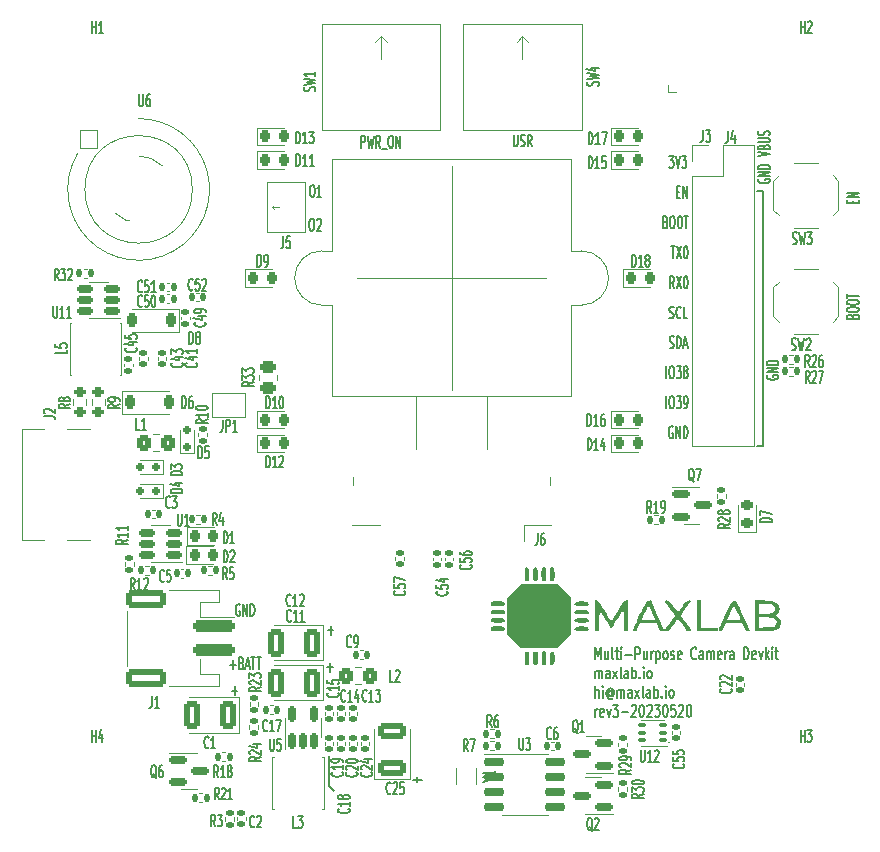
<source format=gto>
%TF.GenerationSoftware,KiCad,Pcbnew,7.0.1*%
%TF.CreationDate,2023-05-20T22:45:57-07:00*%
%TF.ProjectId,ai-camera-rev3,61692d63-616d-4657-9261-2d726576332e,rev3*%
%TF.SameCoordinates,PX5a995c0PY2aea540*%
%TF.FileFunction,Legend,Top*%
%TF.FilePolarity,Positive*%
%FSLAX46Y46*%
G04 Gerber Fmt 4.6, Leading zero omitted, Abs format (unit mm)*
G04 Created by KiCad (PCBNEW 7.0.1) date 2023-05-20 22:45:57*
%MOMM*%
%LPD*%
G01*
G04 APERTURE LIST*
G04 Aperture macros list*
%AMRoundRect*
0 Rectangle with rounded corners*
0 $1 Rounding radius*
0 $2 $3 $4 $5 $6 $7 $8 $9 X,Y pos of 4 corners*
0 Add a 4 corners polygon primitive as box body*
4,1,4,$2,$3,$4,$5,$6,$7,$8,$9,$2,$3,0*
0 Add four circle primitives for the rounded corners*
1,1,$1+$1,$2,$3*
1,1,$1+$1,$4,$5*
1,1,$1+$1,$6,$7*
1,1,$1+$1,$8,$9*
0 Add four rect primitives between the rounded corners*
20,1,$1+$1,$2,$3,$4,$5,0*
20,1,$1+$1,$4,$5,$6,$7,0*
20,1,$1+$1,$6,$7,$8,$9,0*
20,1,$1+$1,$8,$9,$2,$3,0*%
%AMRotRect*
0 Rectangle, with rotation*
0 The origin of the aperture is its center*
0 $1 length*
0 $2 width*
0 $3 Rotation angle, in degrees counterclockwise*
0 Add horizontal line*
21,1,$1,$2,0,0,$3*%
G04 Aperture macros list end*
%ADD10C,0.177800*%
%ADD11C,0.150000*%
%ADD12C,0.120000*%
%ADD13C,0.200000*%
%ADD14C,0.100000*%
%ADD15RoundRect,0.140000X-0.140000X-0.170000X0.140000X-0.170000X0.140000X0.170000X-0.140000X0.170000X0*%
%ADD16RoundRect,0.075000X0.250000X0.075000X-0.250000X0.075000X-0.250000X-0.075000X0.250000X-0.075000X0*%
%ADD17C,3.600000*%
%ADD18C,6.400000*%
%ADD19RoundRect,0.150000X-0.725000X-0.150000X0.725000X-0.150000X0.725000X0.150000X-0.725000X0.150000X0*%
%ADD20R,3.700000X1.100000*%
%ADD21RoundRect,0.140000X-0.170000X0.140000X-0.170000X-0.140000X0.170000X-0.140000X0.170000X0.140000X0*%
%ADD22RoundRect,0.200000X0.275000X-0.200000X0.275000X0.200000X-0.275000X0.200000X-0.275000X-0.200000X0*%
%ADD23C,4.000000*%
%ADD24RoundRect,0.135000X0.135000X0.185000X-0.135000X0.185000X-0.135000X-0.185000X0.135000X-0.185000X0*%
%ADD25RoundRect,0.150000X-0.150000X-0.200000X0.150000X-0.200000X0.150000X0.200000X-0.150000X0.200000X0*%
%ADD26R,1.000000X1.700000*%
%ADD27R,1.800000X1.000000*%
%ADD28RoundRect,0.250000X-0.325000X-0.450000X0.325000X-0.450000X0.325000X0.450000X-0.325000X0.450000X0*%
%ADD29RoundRect,0.218750X0.256250X-0.218750X0.256250X0.218750X-0.256250X0.218750X-0.256250X-0.218750X0*%
%ADD30RoundRect,0.135000X-0.135000X-0.185000X0.135000X-0.185000X0.135000X0.185000X-0.135000X0.185000X0*%
%ADD31RoundRect,0.218750X-0.218750X-0.256250X0.218750X-0.256250X0.218750X0.256250X-0.218750X0.256250X0*%
%ADD32RoundRect,0.250000X0.412500X0.925000X-0.412500X0.925000X-0.412500X-0.925000X0.412500X-0.925000X0*%
%ADD33RoundRect,0.140000X0.170000X-0.140000X0.170000X0.140000X-0.170000X0.140000X-0.170000X-0.140000X0*%
%ADD34RoundRect,0.135000X0.185000X-0.135000X0.185000X0.135000X-0.185000X0.135000X-0.185000X-0.135000X0*%
%ADD35C,1.700000*%
%ADD36RoundRect,0.135000X-0.185000X0.135000X-0.185000X-0.135000X0.185000X-0.135000X0.185000X0.135000X0*%
%ADD37RoundRect,0.250000X-1.500000X0.250000X-1.500000X-0.250000X1.500000X-0.250000X1.500000X0.250000X0*%
%ADD38RoundRect,0.250001X-1.449999X0.499999X-1.449999X-0.499999X1.449999X-0.499999X1.449999X0.499999X0*%
%ADD39RoundRect,0.250000X0.325000X0.450000X-0.325000X0.450000X-0.325000X-0.450000X0.325000X-0.450000X0*%
%ADD40R,1.000000X1.500000*%
%ADD41RoundRect,0.150000X0.512500X0.150000X-0.512500X0.150000X-0.512500X-0.150000X0.512500X-0.150000X0*%
%ADD42R,0.300000X1.300000*%
%ADD43R,1.600000X2.000000*%
%ADD44RoundRect,0.150000X0.587500X0.150000X-0.587500X0.150000X-0.587500X-0.150000X0.587500X-0.150000X0*%
%ADD45RoundRect,0.150000X-0.200000X0.150000X-0.200000X-0.150000X0.200000X-0.150000X0.200000X0.150000X0*%
%ADD46RoundRect,0.225000X0.225000X0.375000X-0.225000X0.375000X-0.225000X-0.375000X0.225000X-0.375000X0*%
%ADD47C,0.800000*%
%ADD48RotRect,1.524000X1.524000X45.000000*%
%ADD49C,1.524000*%
%ADD50RoundRect,0.150000X0.150000X-0.512500X0.150000X0.512500X-0.150000X0.512500X-0.150000X-0.512500X0*%
%ADD51R,1.700000X1.700000*%
%ADD52O,1.700000X1.700000*%
%ADD53RoundRect,0.225000X-0.225000X-0.375000X0.225000X-0.375000X0.225000X0.375000X-0.225000X0.375000X0*%
%ADD54RoundRect,0.140000X0.140000X0.170000X-0.140000X0.170000X-0.140000X-0.170000X0.140000X-0.170000X0*%
%ADD55RoundRect,0.150000X-0.587500X-0.150000X0.587500X-0.150000X0.587500X0.150000X-0.587500X0.150000X0*%
%ADD56C,0.650000*%
%ADD57R,1.450000X0.600000*%
%ADD58R,1.450000X0.300000*%
%ADD59O,2.100000X1.000000*%
%ADD60O,1.600000X1.000000*%
%ADD61RoundRect,0.250000X0.925000X-0.412500X0.925000X0.412500X-0.925000X0.412500X-0.925000X-0.412500X0*%
%ADD62RoundRect,0.250000X0.450000X-0.262500X0.450000X0.262500X-0.450000X0.262500X-0.450000X-0.262500X0*%
%ADD63C,2.374900*%
%ADD64C,0.990600*%
%ADD65C,0.787400*%
%ADD66C,0.500000*%
G04 APERTURE END LIST*
D10*
X61388000Y-14600000D02*
X61388000Y-36200000D01*
X60880000Y-36200000D02*
X61388000Y-36200000D01*
X60846000Y-14600000D02*
X61354000Y-14600000D01*
X24630000Y-65030000D02*
X24630000Y-62470000D01*
X25050000Y-65450000D02*
X24630000Y-65030000D01*
D11*
X68946809Y-25259427D02*
X68994428Y-25173713D01*
X68994428Y-25173713D02*
X69042047Y-25145142D01*
X69042047Y-25145142D02*
X69137285Y-25116570D01*
X69137285Y-25116570D02*
X69280142Y-25116570D01*
X69280142Y-25116570D02*
X69375380Y-25145142D01*
X69375380Y-25145142D02*
X69423000Y-25173713D01*
X69423000Y-25173713D02*
X69470619Y-25230856D01*
X69470619Y-25230856D02*
X69470619Y-25459427D01*
X69470619Y-25459427D02*
X68470619Y-25459427D01*
X68470619Y-25459427D02*
X68470619Y-25259427D01*
X68470619Y-25259427D02*
X68518238Y-25202285D01*
X68518238Y-25202285D02*
X68565857Y-25173713D01*
X68565857Y-25173713D02*
X68661095Y-25145142D01*
X68661095Y-25145142D02*
X68756333Y-25145142D01*
X68756333Y-25145142D02*
X68851571Y-25173713D01*
X68851571Y-25173713D02*
X68899190Y-25202285D01*
X68899190Y-25202285D02*
X68946809Y-25259427D01*
X68946809Y-25259427D02*
X68946809Y-25459427D01*
X68470619Y-24745142D02*
X68470619Y-24630856D01*
X68470619Y-24630856D02*
X68518238Y-24573713D01*
X68518238Y-24573713D02*
X68613476Y-24516570D01*
X68613476Y-24516570D02*
X68803952Y-24487999D01*
X68803952Y-24487999D02*
X69137285Y-24487999D01*
X69137285Y-24487999D02*
X69327761Y-24516570D01*
X69327761Y-24516570D02*
X69423000Y-24573713D01*
X69423000Y-24573713D02*
X69470619Y-24630856D01*
X69470619Y-24630856D02*
X69470619Y-24745142D01*
X69470619Y-24745142D02*
X69423000Y-24802285D01*
X69423000Y-24802285D02*
X69327761Y-24859427D01*
X69327761Y-24859427D02*
X69137285Y-24887999D01*
X69137285Y-24887999D02*
X68803952Y-24887999D01*
X68803952Y-24887999D02*
X68613476Y-24859427D01*
X68613476Y-24859427D02*
X68518238Y-24802285D01*
X68518238Y-24802285D02*
X68470619Y-24745142D01*
X68470619Y-24116571D02*
X68470619Y-24002285D01*
X68470619Y-24002285D02*
X68518238Y-23945142D01*
X68518238Y-23945142D02*
X68613476Y-23887999D01*
X68613476Y-23887999D02*
X68803952Y-23859428D01*
X68803952Y-23859428D02*
X69137285Y-23859428D01*
X69137285Y-23859428D02*
X69327761Y-23887999D01*
X69327761Y-23887999D02*
X69423000Y-23945142D01*
X69423000Y-23945142D02*
X69470619Y-24002285D01*
X69470619Y-24002285D02*
X69470619Y-24116571D01*
X69470619Y-24116571D02*
X69423000Y-24173714D01*
X69423000Y-24173714D02*
X69327761Y-24230856D01*
X69327761Y-24230856D02*
X69137285Y-24259428D01*
X69137285Y-24259428D02*
X68803952Y-24259428D01*
X68803952Y-24259428D02*
X68613476Y-24230856D01*
X68613476Y-24230856D02*
X68518238Y-24173714D01*
X68518238Y-24173714D02*
X68470619Y-24116571D01*
X68470619Y-23688000D02*
X68470619Y-23345143D01*
X69470619Y-23516571D02*
X68470619Y-23516571D01*
X53466570Y-27895000D02*
X53552285Y-27942619D01*
X53552285Y-27942619D02*
X53695142Y-27942619D01*
X53695142Y-27942619D02*
X53752285Y-27895000D01*
X53752285Y-27895000D02*
X53780856Y-27847380D01*
X53780856Y-27847380D02*
X53809427Y-27752142D01*
X53809427Y-27752142D02*
X53809427Y-27656904D01*
X53809427Y-27656904D02*
X53780856Y-27561666D01*
X53780856Y-27561666D02*
X53752285Y-27514047D01*
X53752285Y-27514047D02*
X53695142Y-27466428D01*
X53695142Y-27466428D02*
X53580856Y-27418809D01*
X53580856Y-27418809D02*
X53523713Y-27371190D01*
X53523713Y-27371190D02*
X53495142Y-27323571D01*
X53495142Y-27323571D02*
X53466570Y-27228333D01*
X53466570Y-27228333D02*
X53466570Y-27133095D01*
X53466570Y-27133095D02*
X53495142Y-27037857D01*
X53495142Y-27037857D02*
X53523713Y-26990238D01*
X53523713Y-26990238D02*
X53580856Y-26942619D01*
X53580856Y-26942619D02*
X53723713Y-26942619D01*
X53723713Y-26942619D02*
X53809427Y-26990238D01*
X54066571Y-27942619D02*
X54066571Y-26942619D01*
X54066571Y-26942619D02*
X54209428Y-26942619D01*
X54209428Y-26942619D02*
X54295142Y-26990238D01*
X54295142Y-26990238D02*
X54352285Y-27085476D01*
X54352285Y-27085476D02*
X54380856Y-27180714D01*
X54380856Y-27180714D02*
X54409428Y-27371190D01*
X54409428Y-27371190D02*
X54409428Y-27514047D01*
X54409428Y-27514047D02*
X54380856Y-27704523D01*
X54380856Y-27704523D02*
X54352285Y-27799761D01*
X54352285Y-27799761D02*
X54295142Y-27895000D01*
X54295142Y-27895000D02*
X54209428Y-27942619D01*
X54209428Y-27942619D02*
X54066571Y-27942619D01*
X54637999Y-27656904D02*
X54923714Y-27656904D01*
X54580856Y-27942619D02*
X54780856Y-26942619D01*
X54780856Y-26942619D02*
X54980856Y-27942619D01*
X53428570Y-11662619D02*
X53799998Y-11662619D01*
X53799998Y-11662619D02*
X53599998Y-12043571D01*
X53599998Y-12043571D02*
X53685713Y-12043571D01*
X53685713Y-12043571D02*
X53742856Y-12091190D01*
X53742856Y-12091190D02*
X53771427Y-12138809D01*
X53771427Y-12138809D02*
X53799998Y-12234047D01*
X53799998Y-12234047D02*
X53799998Y-12472142D01*
X53799998Y-12472142D02*
X53771427Y-12567380D01*
X53771427Y-12567380D02*
X53742856Y-12615000D01*
X53742856Y-12615000D02*
X53685713Y-12662619D01*
X53685713Y-12662619D02*
X53514284Y-12662619D01*
X53514284Y-12662619D02*
X53457141Y-12615000D01*
X53457141Y-12615000D02*
X53428570Y-12567380D01*
X53971427Y-11662619D02*
X54171427Y-12662619D01*
X54171427Y-12662619D02*
X54371427Y-11662619D01*
X54514285Y-11662619D02*
X54885713Y-11662619D01*
X54885713Y-11662619D02*
X54685713Y-12043571D01*
X54685713Y-12043571D02*
X54771428Y-12043571D01*
X54771428Y-12043571D02*
X54828571Y-12091190D01*
X54828571Y-12091190D02*
X54857142Y-12138809D01*
X54857142Y-12138809D02*
X54885713Y-12234047D01*
X54885713Y-12234047D02*
X54885713Y-12472142D01*
X54885713Y-12472142D02*
X54857142Y-12567380D01*
X54857142Y-12567380D02*
X54828571Y-12615000D01*
X54828571Y-12615000D02*
X54771428Y-12662619D01*
X54771428Y-12662619D02*
X54599999Y-12662619D01*
X54599999Y-12662619D02*
X54542856Y-12615000D01*
X54542856Y-12615000D02*
X54514285Y-12567380D01*
X61010238Y-13657142D02*
X60962619Y-13714285D01*
X60962619Y-13714285D02*
X60962619Y-13799999D01*
X60962619Y-13799999D02*
X61010238Y-13885713D01*
X61010238Y-13885713D02*
X61105476Y-13942856D01*
X61105476Y-13942856D02*
X61200714Y-13971427D01*
X61200714Y-13971427D02*
X61391190Y-13999999D01*
X61391190Y-13999999D02*
X61534047Y-13999999D01*
X61534047Y-13999999D02*
X61724523Y-13971427D01*
X61724523Y-13971427D02*
X61819761Y-13942856D01*
X61819761Y-13942856D02*
X61915000Y-13885713D01*
X61915000Y-13885713D02*
X61962619Y-13799999D01*
X61962619Y-13799999D02*
X61962619Y-13742856D01*
X61962619Y-13742856D02*
X61915000Y-13657142D01*
X61915000Y-13657142D02*
X61867380Y-13628570D01*
X61867380Y-13628570D02*
X61534047Y-13628570D01*
X61534047Y-13628570D02*
X61534047Y-13742856D01*
X61962619Y-13371427D02*
X60962619Y-13371427D01*
X60962619Y-13371427D02*
X61962619Y-13028570D01*
X61962619Y-13028570D02*
X60962619Y-13028570D01*
X61962619Y-12742856D02*
X60962619Y-12742856D01*
X60962619Y-12742856D02*
X60962619Y-12599999D01*
X60962619Y-12599999D02*
X61010238Y-12514285D01*
X61010238Y-12514285D02*
X61105476Y-12457142D01*
X61105476Y-12457142D02*
X61200714Y-12428571D01*
X61200714Y-12428571D02*
X61391190Y-12399999D01*
X61391190Y-12399999D02*
X61534047Y-12399999D01*
X61534047Y-12399999D02*
X61724523Y-12428571D01*
X61724523Y-12428571D02*
X61819761Y-12457142D01*
X61819761Y-12457142D02*
X61915000Y-12514285D01*
X61915000Y-12514285D02*
X61962619Y-12599999D01*
X61962619Y-12599999D02*
X61962619Y-12742856D01*
X54071429Y-14718809D02*
X54271429Y-14718809D01*
X54357143Y-15242619D02*
X54071429Y-15242619D01*
X54071429Y-15242619D02*
X54071429Y-14242619D01*
X54071429Y-14242619D02*
X54357143Y-14242619D01*
X54614286Y-15242619D02*
X54614286Y-14242619D01*
X54614286Y-14242619D02*
X54957143Y-15242619D01*
X54957143Y-15242619D02*
X54957143Y-14242619D01*
X23107142Y-16987619D02*
X23221428Y-16987619D01*
X23221428Y-16987619D02*
X23278571Y-17035238D01*
X23278571Y-17035238D02*
X23335714Y-17130476D01*
X23335714Y-17130476D02*
X23364285Y-17320952D01*
X23364285Y-17320952D02*
X23364285Y-17654285D01*
X23364285Y-17654285D02*
X23335714Y-17844761D01*
X23335714Y-17844761D02*
X23278571Y-17940000D01*
X23278571Y-17940000D02*
X23221428Y-17987619D01*
X23221428Y-17987619D02*
X23107142Y-17987619D01*
X23107142Y-17987619D02*
X23050000Y-17940000D01*
X23050000Y-17940000D02*
X22992857Y-17844761D01*
X22992857Y-17844761D02*
X22964285Y-17654285D01*
X22964285Y-17654285D02*
X22964285Y-17320952D01*
X22964285Y-17320952D02*
X22992857Y-17130476D01*
X22992857Y-17130476D02*
X23050000Y-17035238D01*
X23050000Y-17035238D02*
X23107142Y-16987619D01*
X23592856Y-17082857D02*
X23621428Y-17035238D01*
X23621428Y-17035238D02*
X23678571Y-16987619D01*
X23678571Y-16987619D02*
X23821428Y-16987619D01*
X23821428Y-16987619D02*
X23878571Y-17035238D01*
X23878571Y-17035238D02*
X23907142Y-17082857D01*
X23907142Y-17082857D02*
X23935713Y-17178095D01*
X23935713Y-17178095D02*
X23935713Y-17273333D01*
X23935713Y-17273333D02*
X23907142Y-17416190D01*
X23907142Y-17416190D02*
X23564285Y-17987619D01*
X23564285Y-17987619D02*
X23935713Y-17987619D01*
X60962619Y-11700000D02*
X61962619Y-11500000D01*
X61962619Y-11500000D02*
X60962619Y-11300000D01*
X61438809Y-10899999D02*
X61486428Y-10814285D01*
X61486428Y-10814285D02*
X61534047Y-10785714D01*
X61534047Y-10785714D02*
X61629285Y-10757142D01*
X61629285Y-10757142D02*
X61772142Y-10757142D01*
X61772142Y-10757142D02*
X61867380Y-10785714D01*
X61867380Y-10785714D02*
X61915000Y-10814285D01*
X61915000Y-10814285D02*
X61962619Y-10871428D01*
X61962619Y-10871428D02*
X61962619Y-11099999D01*
X61962619Y-11099999D02*
X60962619Y-11099999D01*
X60962619Y-11099999D02*
X60962619Y-10899999D01*
X60962619Y-10899999D02*
X61010238Y-10842857D01*
X61010238Y-10842857D02*
X61057857Y-10814285D01*
X61057857Y-10814285D02*
X61153095Y-10785714D01*
X61153095Y-10785714D02*
X61248333Y-10785714D01*
X61248333Y-10785714D02*
X61343571Y-10814285D01*
X61343571Y-10814285D02*
X61391190Y-10842857D01*
X61391190Y-10842857D02*
X61438809Y-10899999D01*
X61438809Y-10899999D02*
X61438809Y-11099999D01*
X60962619Y-10499999D02*
X61772142Y-10499999D01*
X61772142Y-10499999D02*
X61867380Y-10471428D01*
X61867380Y-10471428D02*
X61915000Y-10442857D01*
X61915000Y-10442857D02*
X61962619Y-10385714D01*
X61962619Y-10385714D02*
X61962619Y-10271428D01*
X61962619Y-10271428D02*
X61915000Y-10214285D01*
X61915000Y-10214285D02*
X61867380Y-10185714D01*
X61867380Y-10185714D02*
X61772142Y-10157142D01*
X61772142Y-10157142D02*
X60962619Y-10157142D01*
X61915000Y-9900000D02*
X61962619Y-9814286D01*
X61962619Y-9814286D02*
X61962619Y-9671428D01*
X61962619Y-9671428D02*
X61915000Y-9614286D01*
X61915000Y-9614286D02*
X61867380Y-9585714D01*
X61867380Y-9585714D02*
X61772142Y-9557143D01*
X61772142Y-9557143D02*
X61676904Y-9557143D01*
X61676904Y-9557143D02*
X61581666Y-9585714D01*
X61581666Y-9585714D02*
X61534047Y-9614286D01*
X61534047Y-9614286D02*
X61486428Y-9671428D01*
X61486428Y-9671428D02*
X61438809Y-9785714D01*
X61438809Y-9785714D02*
X61391190Y-9842857D01*
X61391190Y-9842857D02*
X61343571Y-9871428D01*
X61343571Y-9871428D02*
X61248333Y-9900000D01*
X61248333Y-9900000D02*
X61153095Y-9900000D01*
X61153095Y-9900000D02*
X61057857Y-9871428D01*
X61057857Y-9871428D02*
X61010238Y-9842857D01*
X61010238Y-9842857D02*
X60962619Y-9785714D01*
X60962619Y-9785714D02*
X60962619Y-9642857D01*
X60962619Y-9642857D02*
X61010238Y-9557143D01*
X68946809Y-15680570D02*
X68946809Y-15480570D01*
X69470619Y-15394856D02*
X69470619Y-15680570D01*
X69470619Y-15680570D02*
X68470619Y-15680570D01*
X68470619Y-15680570D02*
X68470619Y-15394856D01*
X69470619Y-15137713D02*
X68470619Y-15137713D01*
X68470619Y-15137713D02*
X69470619Y-14794856D01*
X69470619Y-14794856D02*
X68470619Y-14794856D01*
X53185714Y-33022619D02*
X53185714Y-32022619D01*
X53585713Y-32022619D02*
X53699999Y-32022619D01*
X53699999Y-32022619D02*
X53757142Y-32070238D01*
X53757142Y-32070238D02*
X53814285Y-32165476D01*
X53814285Y-32165476D02*
X53842856Y-32355952D01*
X53842856Y-32355952D02*
X53842856Y-32689285D01*
X53842856Y-32689285D02*
X53814285Y-32879761D01*
X53814285Y-32879761D02*
X53757142Y-32975000D01*
X53757142Y-32975000D02*
X53699999Y-33022619D01*
X53699999Y-33022619D02*
X53585713Y-33022619D01*
X53585713Y-33022619D02*
X53528571Y-32975000D01*
X53528571Y-32975000D02*
X53471428Y-32879761D01*
X53471428Y-32879761D02*
X53442856Y-32689285D01*
X53442856Y-32689285D02*
X53442856Y-32355952D01*
X53442856Y-32355952D02*
X53471428Y-32165476D01*
X53471428Y-32165476D02*
X53528571Y-32070238D01*
X53528571Y-32070238D02*
X53585713Y-32022619D01*
X54042856Y-32022619D02*
X54414284Y-32022619D01*
X54414284Y-32022619D02*
X54214284Y-32403571D01*
X54214284Y-32403571D02*
X54299999Y-32403571D01*
X54299999Y-32403571D02*
X54357142Y-32451190D01*
X54357142Y-32451190D02*
X54385713Y-32498809D01*
X54385713Y-32498809D02*
X54414284Y-32594047D01*
X54414284Y-32594047D02*
X54414284Y-32832142D01*
X54414284Y-32832142D02*
X54385713Y-32927380D01*
X54385713Y-32927380D02*
X54357142Y-32975000D01*
X54357142Y-32975000D02*
X54299999Y-33022619D01*
X54299999Y-33022619D02*
X54128570Y-33022619D01*
X54128570Y-33022619D02*
X54071427Y-32975000D01*
X54071427Y-32975000D02*
X54042856Y-32927380D01*
X54699999Y-33022619D02*
X54814285Y-33022619D01*
X54814285Y-33022619D02*
X54871428Y-32975000D01*
X54871428Y-32975000D02*
X54899999Y-32927380D01*
X54899999Y-32927380D02*
X54957142Y-32784523D01*
X54957142Y-32784523D02*
X54985713Y-32594047D01*
X54985713Y-32594047D02*
X54985713Y-32213095D01*
X54985713Y-32213095D02*
X54957142Y-32117857D01*
X54957142Y-32117857D02*
X54928571Y-32070238D01*
X54928571Y-32070238D02*
X54871428Y-32022619D01*
X54871428Y-32022619D02*
X54757142Y-32022619D01*
X54757142Y-32022619D02*
X54699999Y-32070238D01*
X54699999Y-32070238D02*
X54671428Y-32117857D01*
X54671428Y-32117857D02*
X54642856Y-32213095D01*
X54642856Y-32213095D02*
X54642856Y-32451190D01*
X54642856Y-32451190D02*
X54671428Y-32546428D01*
X54671428Y-32546428D02*
X54699999Y-32594047D01*
X54699999Y-32594047D02*
X54757142Y-32641666D01*
X54757142Y-32641666D02*
X54871428Y-32641666D01*
X54871428Y-32641666D02*
X54928571Y-32594047D01*
X54928571Y-32594047D02*
X54957142Y-32546428D01*
X54957142Y-32546428D02*
X54985713Y-32451190D01*
X53445142Y-25372000D02*
X53530857Y-25419619D01*
X53530857Y-25419619D02*
X53673714Y-25419619D01*
X53673714Y-25419619D02*
X53730857Y-25372000D01*
X53730857Y-25372000D02*
X53759428Y-25324380D01*
X53759428Y-25324380D02*
X53787999Y-25229142D01*
X53787999Y-25229142D02*
X53787999Y-25133904D01*
X53787999Y-25133904D02*
X53759428Y-25038666D01*
X53759428Y-25038666D02*
X53730857Y-24991047D01*
X53730857Y-24991047D02*
X53673714Y-24943428D01*
X53673714Y-24943428D02*
X53559428Y-24895809D01*
X53559428Y-24895809D02*
X53502285Y-24848190D01*
X53502285Y-24848190D02*
X53473714Y-24800571D01*
X53473714Y-24800571D02*
X53445142Y-24705333D01*
X53445142Y-24705333D02*
X53445142Y-24610095D01*
X53445142Y-24610095D02*
X53473714Y-24514857D01*
X53473714Y-24514857D02*
X53502285Y-24467238D01*
X53502285Y-24467238D02*
X53559428Y-24419619D01*
X53559428Y-24419619D02*
X53702285Y-24419619D01*
X53702285Y-24419619D02*
X53787999Y-24467238D01*
X54388000Y-25324380D02*
X54359428Y-25372000D01*
X54359428Y-25372000D02*
X54273714Y-25419619D01*
X54273714Y-25419619D02*
X54216571Y-25419619D01*
X54216571Y-25419619D02*
X54130857Y-25372000D01*
X54130857Y-25372000D02*
X54073714Y-25276761D01*
X54073714Y-25276761D02*
X54045143Y-25181523D01*
X54045143Y-25181523D02*
X54016571Y-24991047D01*
X54016571Y-24991047D02*
X54016571Y-24848190D01*
X54016571Y-24848190D02*
X54045143Y-24657714D01*
X54045143Y-24657714D02*
X54073714Y-24562476D01*
X54073714Y-24562476D02*
X54130857Y-24467238D01*
X54130857Y-24467238D02*
X54216571Y-24419619D01*
X54216571Y-24419619D02*
X54273714Y-24419619D01*
X54273714Y-24419619D02*
X54359428Y-24467238D01*
X54359428Y-24467238D02*
X54388000Y-24514857D01*
X54930857Y-25419619D02*
X54645143Y-25419619D01*
X54645143Y-25419619D02*
X54645143Y-24419619D01*
X61710238Y-30257142D02*
X61662619Y-30314285D01*
X61662619Y-30314285D02*
X61662619Y-30399999D01*
X61662619Y-30399999D02*
X61710238Y-30485713D01*
X61710238Y-30485713D02*
X61805476Y-30542856D01*
X61805476Y-30542856D02*
X61900714Y-30571427D01*
X61900714Y-30571427D02*
X62091190Y-30599999D01*
X62091190Y-30599999D02*
X62234047Y-30599999D01*
X62234047Y-30599999D02*
X62424523Y-30571427D01*
X62424523Y-30571427D02*
X62519761Y-30542856D01*
X62519761Y-30542856D02*
X62615000Y-30485713D01*
X62615000Y-30485713D02*
X62662619Y-30399999D01*
X62662619Y-30399999D02*
X62662619Y-30342856D01*
X62662619Y-30342856D02*
X62615000Y-30257142D01*
X62615000Y-30257142D02*
X62567380Y-30228570D01*
X62567380Y-30228570D02*
X62234047Y-30228570D01*
X62234047Y-30228570D02*
X62234047Y-30342856D01*
X62662619Y-29971427D02*
X61662619Y-29971427D01*
X61662619Y-29971427D02*
X62662619Y-29628570D01*
X62662619Y-29628570D02*
X61662619Y-29628570D01*
X62662619Y-29342856D02*
X61662619Y-29342856D01*
X61662619Y-29342856D02*
X61662619Y-29199999D01*
X61662619Y-29199999D02*
X61710238Y-29114285D01*
X61710238Y-29114285D02*
X61805476Y-29057142D01*
X61805476Y-29057142D02*
X61900714Y-29028571D01*
X61900714Y-29028571D02*
X62091190Y-28999999D01*
X62091190Y-28999999D02*
X62234047Y-28999999D01*
X62234047Y-28999999D02*
X62424523Y-29028571D01*
X62424523Y-29028571D02*
X62519761Y-29057142D01*
X62519761Y-29057142D02*
X62615000Y-29114285D01*
X62615000Y-29114285D02*
X62662619Y-29199999D01*
X62662619Y-29199999D02*
X62662619Y-29342856D01*
X53128572Y-17258809D02*
X53214286Y-17306428D01*
X53214286Y-17306428D02*
X53242857Y-17354047D01*
X53242857Y-17354047D02*
X53271429Y-17449285D01*
X53271429Y-17449285D02*
X53271429Y-17592142D01*
X53271429Y-17592142D02*
X53242857Y-17687380D01*
X53242857Y-17687380D02*
X53214286Y-17735000D01*
X53214286Y-17735000D02*
X53157143Y-17782619D01*
X53157143Y-17782619D02*
X52928572Y-17782619D01*
X52928572Y-17782619D02*
X52928572Y-16782619D01*
X52928572Y-16782619D02*
X53128572Y-16782619D01*
X53128572Y-16782619D02*
X53185715Y-16830238D01*
X53185715Y-16830238D02*
X53214286Y-16877857D01*
X53214286Y-16877857D02*
X53242857Y-16973095D01*
X53242857Y-16973095D02*
X53242857Y-17068333D01*
X53242857Y-17068333D02*
X53214286Y-17163571D01*
X53214286Y-17163571D02*
X53185715Y-17211190D01*
X53185715Y-17211190D02*
X53128572Y-17258809D01*
X53128572Y-17258809D02*
X52928572Y-17258809D01*
X53642857Y-16782619D02*
X53757143Y-16782619D01*
X53757143Y-16782619D02*
X53814286Y-16830238D01*
X53814286Y-16830238D02*
X53871429Y-16925476D01*
X53871429Y-16925476D02*
X53900000Y-17115952D01*
X53900000Y-17115952D02*
X53900000Y-17449285D01*
X53900000Y-17449285D02*
X53871429Y-17639761D01*
X53871429Y-17639761D02*
X53814286Y-17735000D01*
X53814286Y-17735000D02*
X53757143Y-17782619D01*
X53757143Y-17782619D02*
X53642857Y-17782619D01*
X53642857Y-17782619D02*
X53585715Y-17735000D01*
X53585715Y-17735000D02*
X53528572Y-17639761D01*
X53528572Y-17639761D02*
X53500000Y-17449285D01*
X53500000Y-17449285D02*
X53500000Y-17115952D01*
X53500000Y-17115952D02*
X53528572Y-16925476D01*
X53528572Y-16925476D02*
X53585715Y-16830238D01*
X53585715Y-16830238D02*
X53642857Y-16782619D01*
X54271428Y-16782619D02*
X54385714Y-16782619D01*
X54385714Y-16782619D02*
X54442857Y-16830238D01*
X54442857Y-16830238D02*
X54500000Y-16925476D01*
X54500000Y-16925476D02*
X54528571Y-17115952D01*
X54528571Y-17115952D02*
X54528571Y-17449285D01*
X54528571Y-17449285D02*
X54500000Y-17639761D01*
X54500000Y-17639761D02*
X54442857Y-17735000D01*
X54442857Y-17735000D02*
X54385714Y-17782619D01*
X54385714Y-17782619D02*
X54271428Y-17782619D01*
X54271428Y-17782619D02*
X54214286Y-17735000D01*
X54214286Y-17735000D02*
X54157143Y-17639761D01*
X54157143Y-17639761D02*
X54128571Y-17449285D01*
X54128571Y-17449285D02*
X54128571Y-17115952D01*
X54128571Y-17115952D02*
X54157143Y-16925476D01*
X54157143Y-16925476D02*
X54214286Y-16830238D01*
X54214286Y-16830238D02*
X54271428Y-16782619D01*
X54699999Y-16782619D02*
X55042857Y-16782619D01*
X54871428Y-17782619D02*
X54871428Y-16782619D01*
X47166666Y-54282619D02*
X47166666Y-53282619D01*
X47166666Y-53282619D02*
X47400000Y-53996904D01*
X47400000Y-53996904D02*
X47633333Y-53282619D01*
X47633333Y-53282619D02*
X47633333Y-54282619D01*
X48266666Y-53615952D02*
X48266666Y-54282619D01*
X47966666Y-53615952D02*
X47966666Y-54139761D01*
X47966666Y-54139761D02*
X48000000Y-54235000D01*
X48000000Y-54235000D02*
X48066666Y-54282619D01*
X48066666Y-54282619D02*
X48166666Y-54282619D01*
X48166666Y-54282619D02*
X48233333Y-54235000D01*
X48233333Y-54235000D02*
X48266666Y-54187380D01*
X48699999Y-54282619D02*
X48633333Y-54235000D01*
X48633333Y-54235000D02*
X48599999Y-54139761D01*
X48599999Y-54139761D02*
X48599999Y-53282619D01*
X48866666Y-53615952D02*
X49133333Y-53615952D01*
X48966666Y-53282619D02*
X48966666Y-54139761D01*
X48966666Y-54139761D02*
X49000000Y-54235000D01*
X49000000Y-54235000D02*
X49066666Y-54282619D01*
X49066666Y-54282619D02*
X49133333Y-54282619D01*
X49366666Y-54282619D02*
X49366666Y-53615952D01*
X49366666Y-53282619D02*
X49333333Y-53330238D01*
X49333333Y-53330238D02*
X49366666Y-53377857D01*
X49366666Y-53377857D02*
X49400000Y-53330238D01*
X49400000Y-53330238D02*
X49366666Y-53282619D01*
X49366666Y-53282619D02*
X49366666Y-53377857D01*
X49699999Y-53901666D02*
X50233333Y-53901666D01*
X50566666Y-54282619D02*
X50566666Y-53282619D01*
X50566666Y-53282619D02*
X50833333Y-53282619D01*
X50833333Y-53282619D02*
X50900000Y-53330238D01*
X50900000Y-53330238D02*
X50933333Y-53377857D01*
X50933333Y-53377857D02*
X50966666Y-53473095D01*
X50966666Y-53473095D02*
X50966666Y-53615952D01*
X50966666Y-53615952D02*
X50933333Y-53711190D01*
X50933333Y-53711190D02*
X50900000Y-53758809D01*
X50900000Y-53758809D02*
X50833333Y-53806428D01*
X50833333Y-53806428D02*
X50566666Y-53806428D01*
X51566666Y-53615952D02*
X51566666Y-54282619D01*
X51266666Y-53615952D02*
X51266666Y-54139761D01*
X51266666Y-54139761D02*
X51300000Y-54235000D01*
X51300000Y-54235000D02*
X51366666Y-54282619D01*
X51366666Y-54282619D02*
X51466666Y-54282619D01*
X51466666Y-54282619D02*
X51533333Y-54235000D01*
X51533333Y-54235000D02*
X51566666Y-54187380D01*
X51899999Y-54282619D02*
X51899999Y-53615952D01*
X51899999Y-53806428D02*
X51933333Y-53711190D01*
X51933333Y-53711190D02*
X51966666Y-53663571D01*
X51966666Y-53663571D02*
X52033333Y-53615952D01*
X52033333Y-53615952D02*
X52099999Y-53615952D01*
X52333332Y-53615952D02*
X52333332Y-54615952D01*
X52333332Y-53663571D02*
X52399999Y-53615952D01*
X52399999Y-53615952D02*
X52533332Y-53615952D01*
X52533332Y-53615952D02*
X52599999Y-53663571D01*
X52599999Y-53663571D02*
X52633332Y-53711190D01*
X52633332Y-53711190D02*
X52666666Y-53806428D01*
X52666666Y-53806428D02*
X52666666Y-54092142D01*
X52666666Y-54092142D02*
X52633332Y-54187380D01*
X52633332Y-54187380D02*
X52599999Y-54235000D01*
X52599999Y-54235000D02*
X52533332Y-54282619D01*
X52533332Y-54282619D02*
X52399999Y-54282619D01*
X52399999Y-54282619D02*
X52333332Y-54235000D01*
X53066665Y-54282619D02*
X52999999Y-54235000D01*
X52999999Y-54235000D02*
X52966665Y-54187380D01*
X52966665Y-54187380D02*
X52933332Y-54092142D01*
X52933332Y-54092142D02*
X52933332Y-53806428D01*
X52933332Y-53806428D02*
X52966665Y-53711190D01*
X52966665Y-53711190D02*
X52999999Y-53663571D01*
X52999999Y-53663571D02*
X53066665Y-53615952D01*
X53066665Y-53615952D02*
X53166665Y-53615952D01*
X53166665Y-53615952D02*
X53233332Y-53663571D01*
X53233332Y-53663571D02*
X53266665Y-53711190D01*
X53266665Y-53711190D02*
X53299999Y-53806428D01*
X53299999Y-53806428D02*
X53299999Y-54092142D01*
X53299999Y-54092142D02*
X53266665Y-54187380D01*
X53266665Y-54187380D02*
X53233332Y-54235000D01*
X53233332Y-54235000D02*
X53166665Y-54282619D01*
X53166665Y-54282619D02*
X53066665Y-54282619D01*
X53566665Y-54235000D02*
X53633332Y-54282619D01*
X53633332Y-54282619D02*
X53766665Y-54282619D01*
X53766665Y-54282619D02*
X53833332Y-54235000D01*
X53833332Y-54235000D02*
X53866665Y-54139761D01*
X53866665Y-54139761D02*
X53866665Y-54092142D01*
X53866665Y-54092142D02*
X53833332Y-53996904D01*
X53833332Y-53996904D02*
X53766665Y-53949285D01*
X53766665Y-53949285D02*
X53666665Y-53949285D01*
X53666665Y-53949285D02*
X53599998Y-53901666D01*
X53599998Y-53901666D02*
X53566665Y-53806428D01*
X53566665Y-53806428D02*
X53566665Y-53758809D01*
X53566665Y-53758809D02*
X53599998Y-53663571D01*
X53599998Y-53663571D02*
X53666665Y-53615952D01*
X53666665Y-53615952D02*
X53766665Y-53615952D01*
X53766665Y-53615952D02*
X53833332Y-53663571D01*
X54433332Y-54235000D02*
X54366665Y-54282619D01*
X54366665Y-54282619D02*
X54233332Y-54282619D01*
X54233332Y-54282619D02*
X54166665Y-54235000D01*
X54166665Y-54235000D02*
X54133332Y-54139761D01*
X54133332Y-54139761D02*
X54133332Y-53758809D01*
X54133332Y-53758809D02*
X54166665Y-53663571D01*
X54166665Y-53663571D02*
X54233332Y-53615952D01*
X54233332Y-53615952D02*
X54366665Y-53615952D01*
X54366665Y-53615952D02*
X54433332Y-53663571D01*
X54433332Y-53663571D02*
X54466665Y-53758809D01*
X54466665Y-53758809D02*
X54466665Y-53854047D01*
X54466665Y-53854047D02*
X54133332Y-53949285D01*
X55699998Y-54187380D02*
X55666665Y-54235000D01*
X55666665Y-54235000D02*
X55566665Y-54282619D01*
X55566665Y-54282619D02*
X55499998Y-54282619D01*
X55499998Y-54282619D02*
X55399998Y-54235000D01*
X55399998Y-54235000D02*
X55333332Y-54139761D01*
X55333332Y-54139761D02*
X55299998Y-54044523D01*
X55299998Y-54044523D02*
X55266665Y-53854047D01*
X55266665Y-53854047D02*
X55266665Y-53711190D01*
X55266665Y-53711190D02*
X55299998Y-53520714D01*
X55299998Y-53520714D02*
X55333332Y-53425476D01*
X55333332Y-53425476D02*
X55399998Y-53330238D01*
X55399998Y-53330238D02*
X55499998Y-53282619D01*
X55499998Y-53282619D02*
X55566665Y-53282619D01*
X55566665Y-53282619D02*
X55666665Y-53330238D01*
X55666665Y-53330238D02*
X55699998Y-53377857D01*
X56299998Y-54282619D02*
X56299998Y-53758809D01*
X56299998Y-53758809D02*
X56266665Y-53663571D01*
X56266665Y-53663571D02*
X56199998Y-53615952D01*
X56199998Y-53615952D02*
X56066665Y-53615952D01*
X56066665Y-53615952D02*
X55999998Y-53663571D01*
X56299998Y-54235000D02*
X56233332Y-54282619D01*
X56233332Y-54282619D02*
X56066665Y-54282619D01*
X56066665Y-54282619D02*
X55999998Y-54235000D01*
X55999998Y-54235000D02*
X55966665Y-54139761D01*
X55966665Y-54139761D02*
X55966665Y-54044523D01*
X55966665Y-54044523D02*
X55999998Y-53949285D01*
X55999998Y-53949285D02*
X56066665Y-53901666D01*
X56066665Y-53901666D02*
X56233332Y-53901666D01*
X56233332Y-53901666D02*
X56299998Y-53854047D01*
X56633331Y-54282619D02*
X56633331Y-53615952D01*
X56633331Y-53711190D02*
X56666665Y-53663571D01*
X56666665Y-53663571D02*
X56733331Y-53615952D01*
X56733331Y-53615952D02*
X56833331Y-53615952D01*
X56833331Y-53615952D02*
X56899998Y-53663571D01*
X56899998Y-53663571D02*
X56933331Y-53758809D01*
X56933331Y-53758809D02*
X56933331Y-54282619D01*
X56933331Y-53758809D02*
X56966665Y-53663571D01*
X56966665Y-53663571D02*
X57033331Y-53615952D01*
X57033331Y-53615952D02*
X57133331Y-53615952D01*
X57133331Y-53615952D02*
X57199998Y-53663571D01*
X57199998Y-53663571D02*
X57233331Y-53758809D01*
X57233331Y-53758809D02*
X57233331Y-54282619D01*
X57833331Y-54235000D02*
X57766664Y-54282619D01*
X57766664Y-54282619D02*
X57633331Y-54282619D01*
X57633331Y-54282619D02*
X57566664Y-54235000D01*
X57566664Y-54235000D02*
X57533331Y-54139761D01*
X57533331Y-54139761D02*
X57533331Y-53758809D01*
X57533331Y-53758809D02*
X57566664Y-53663571D01*
X57566664Y-53663571D02*
X57633331Y-53615952D01*
X57633331Y-53615952D02*
X57766664Y-53615952D01*
X57766664Y-53615952D02*
X57833331Y-53663571D01*
X57833331Y-53663571D02*
X57866664Y-53758809D01*
X57866664Y-53758809D02*
X57866664Y-53854047D01*
X57866664Y-53854047D02*
X57533331Y-53949285D01*
X58166664Y-54282619D02*
X58166664Y-53615952D01*
X58166664Y-53806428D02*
X58199998Y-53711190D01*
X58199998Y-53711190D02*
X58233331Y-53663571D01*
X58233331Y-53663571D02*
X58299998Y-53615952D01*
X58299998Y-53615952D02*
X58366664Y-53615952D01*
X58899997Y-54282619D02*
X58899997Y-53758809D01*
X58899997Y-53758809D02*
X58866664Y-53663571D01*
X58866664Y-53663571D02*
X58799997Y-53615952D01*
X58799997Y-53615952D02*
X58666664Y-53615952D01*
X58666664Y-53615952D02*
X58599997Y-53663571D01*
X58899997Y-54235000D02*
X58833331Y-54282619D01*
X58833331Y-54282619D02*
X58666664Y-54282619D01*
X58666664Y-54282619D02*
X58599997Y-54235000D01*
X58599997Y-54235000D02*
X58566664Y-54139761D01*
X58566664Y-54139761D02*
X58566664Y-54044523D01*
X58566664Y-54044523D02*
X58599997Y-53949285D01*
X58599997Y-53949285D02*
X58666664Y-53901666D01*
X58666664Y-53901666D02*
X58833331Y-53901666D01*
X58833331Y-53901666D02*
X58899997Y-53854047D01*
X59766663Y-54282619D02*
X59766663Y-53282619D01*
X59766663Y-53282619D02*
X59933330Y-53282619D01*
X59933330Y-53282619D02*
X60033330Y-53330238D01*
X60033330Y-53330238D02*
X60099997Y-53425476D01*
X60099997Y-53425476D02*
X60133330Y-53520714D01*
X60133330Y-53520714D02*
X60166663Y-53711190D01*
X60166663Y-53711190D02*
X60166663Y-53854047D01*
X60166663Y-53854047D02*
X60133330Y-54044523D01*
X60133330Y-54044523D02*
X60099997Y-54139761D01*
X60099997Y-54139761D02*
X60033330Y-54235000D01*
X60033330Y-54235000D02*
X59933330Y-54282619D01*
X59933330Y-54282619D02*
X59766663Y-54282619D01*
X60733330Y-54235000D02*
X60666663Y-54282619D01*
X60666663Y-54282619D02*
X60533330Y-54282619D01*
X60533330Y-54282619D02*
X60466663Y-54235000D01*
X60466663Y-54235000D02*
X60433330Y-54139761D01*
X60433330Y-54139761D02*
X60433330Y-53758809D01*
X60433330Y-53758809D02*
X60466663Y-53663571D01*
X60466663Y-53663571D02*
X60533330Y-53615952D01*
X60533330Y-53615952D02*
X60666663Y-53615952D01*
X60666663Y-53615952D02*
X60733330Y-53663571D01*
X60733330Y-53663571D02*
X60766663Y-53758809D01*
X60766663Y-53758809D02*
X60766663Y-53854047D01*
X60766663Y-53854047D02*
X60433330Y-53949285D01*
X60999997Y-53615952D02*
X61166663Y-54282619D01*
X61166663Y-54282619D02*
X61333330Y-53615952D01*
X61599996Y-54282619D02*
X61599996Y-53282619D01*
X61666663Y-53901666D02*
X61866663Y-54282619D01*
X61866663Y-53615952D02*
X61599996Y-53996904D01*
X62166663Y-54282619D02*
X62166663Y-53615952D01*
X62166663Y-53282619D02*
X62133330Y-53330238D01*
X62133330Y-53330238D02*
X62166663Y-53377857D01*
X62166663Y-53377857D02*
X62199997Y-53330238D01*
X62199997Y-53330238D02*
X62166663Y-53282619D01*
X62166663Y-53282619D02*
X62166663Y-53377857D01*
X62399996Y-53615952D02*
X62666663Y-53615952D01*
X62499996Y-53282619D02*
X62499996Y-54139761D01*
X62499996Y-54139761D02*
X62533330Y-54235000D01*
X62533330Y-54235000D02*
X62599996Y-54282619D01*
X62599996Y-54282619D02*
X62666663Y-54282619D01*
X47166666Y-55902619D02*
X47166666Y-55235952D01*
X47166666Y-55331190D02*
X47200000Y-55283571D01*
X47200000Y-55283571D02*
X47266666Y-55235952D01*
X47266666Y-55235952D02*
X47366666Y-55235952D01*
X47366666Y-55235952D02*
X47433333Y-55283571D01*
X47433333Y-55283571D02*
X47466666Y-55378809D01*
X47466666Y-55378809D02*
X47466666Y-55902619D01*
X47466666Y-55378809D02*
X47500000Y-55283571D01*
X47500000Y-55283571D02*
X47566666Y-55235952D01*
X47566666Y-55235952D02*
X47666666Y-55235952D01*
X47666666Y-55235952D02*
X47733333Y-55283571D01*
X47733333Y-55283571D02*
X47766666Y-55378809D01*
X47766666Y-55378809D02*
X47766666Y-55902619D01*
X48399999Y-55902619D02*
X48399999Y-55378809D01*
X48399999Y-55378809D02*
X48366666Y-55283571D01*
X48366666Y-55283571D02*
X48299999Y-55235952D01*
X48299999Y-55235952D02*
X48166666Y-55235952D01*
X48166666Y-55235952D02*
X48099999Y-55283571D01*
X48399999Y-55855000D02*
X48333333Y-55902619D01*
X48333333Y-55902619D02*
X48166666Y-55902619D01*
X48166666Y-55902619D02*
X48099999Y-55855000D01*
X48099999Y-55855000D02*
X48066666Y-55759761D01*
X48066666Y-55759761D02*
X48066666Y-55664523D01*
X48066666Y-55664523D02*
X48099999Y-55569285D01*
X48099999Y-55569285D02*
X48166666Y-55521666D01*
X48166666Y-55521666D02*
X48333333Y-55521666D01*
X48333333Y-55521666D02*
X48399999Y-55474047D01*
X48666666Y-55902619D02*
X49033332Y-55235952D01*
X48666666Y-55235952D02*
X49033332Y-55902619D01*
X49399999Y-55902619D02*
X49333333Y-55855000D01*
X49333333Y-55855000D02*
X49299999Y-55759761D01*
X49299999Y-55759761D02*
X49299999Y-54902619D01*
X49966666Y-55902619D02*
X49966666Y-55378809D01*
X49966666Y-55378809D02*
X49933333Y-55283571D01*
X49933333Y-55283571D02*
X49866666Y-55235952D01*
X49866666Y-55235952D02*
X49733333Y-55235952D01*
X49733333Y-55235952D02*
X49666666Y-55283571D01*
X49966666Y-55855000D02*
X49900000Y-55902619D01*
X49900000Y-55902619D02*
X49733333Y-55902619D01*
X49733333Y-55902619D02*
X49666666Y-55855000D01*
X49666666Y-55855000D02*
X49633333Y-55759761D01*
X49633333Y-55759761D02*
X49633333Y-55664523D01*
X49633333Y-55664523D02*
X49666666Y-55569285D01*
X49666666Y-55569285D02*
X49733333Y-55521666D01*
X49733333Y-55521666D02*
X49900000Y-55521666D01*
X49900000Y-55521666D02*
X49966666Y-55474047D01*
X50299999Y-55902619D02*
X50299999Y-54902619D01*
X50299999Y-55283571D02*
X50366666Y-55235952D01*
X50366666Y-55235952D02*
X50499999Y-55235952D01*
X50499999Y-55235952D02*
X50566666Y-55283571D01*
X50566666Y-55283571D02*
X50599999Y-55331190D01*
X50599999Y-55331190D02*
X50633333Y-55426428D01*
X50633333Y-55426428D02*
X50633333Y-55712142D01*
X50633333Y-55712142D02*
X50599999Y-55807380D01*
X50599999Y-55807380D02*
X50566666Y-55855000D01*
X50566666Y-55855000D02*
X50499999Y-55902619D01*
X50499999Y-55902619D02*
X50366666Y-55902619D01*
X50366666Y-55902619D02*
X50299999Y-55855000D01*
X50933332Y-55807380D02*
X50966666Y-55855000D01*
X50966666Y-55855000D02*
X50933332Y-55902619D01*
X50933332Y-55902619D02*
X50899999Y-55855000D01*
X50899999Y-55855000D02*
X50933332Y-55807380D01*
X50933332Y-55807380D02*
X50933332Y-55902619D01*
X51266665Y-55902619D02*
X51266665Y-55235952D01*
X51266665Y-54902619D02*
X51233332Y-54950238D01*
X51233332Y-54950238D02*
X51266665Y-54997857D01*
X51266665Y-54997857D02*
X51299999Y-54950238D01*
X51299999Y-54950238D02*
X51266665Y-54902619D01*
X51266665Y-54902619D02*
X51266665Y-54997857D01*
X51699998Y-55902619D02*
X51633332Y-55855000D01*
X51633332Y-55855000D02*
X51599998Y-55807380D01*
X51599998Y-55807380D02*
X51566665Y-55712142D01*
X51566665Y-55712142D02*
X51566665Y-55426428D01*
X51566665Y-55426428D02*
X51599998Y-55331190D01*
X51599998Y-55331190D02*
X51633332Y-55283571D01*
X51633332Y-55283571D02*
X51699998Y-55235952D01*
X51699998Y-55235952D02*
X51799998Y-55235952D01*
X51799998Y-55235952D02*
X51866665Y-55283571D01*
X51866665Y-55283571D02*
X51899998Y-55331190D01*
X51899998Y-55331190D02*
X51933332Y-55426428D01*
X51933332Y-55426428D02*
X51933332Y-55712142D01*
X51933332Y-55712142D02*
X51899998Y-55807380D01*
X51899998Y-55807380D02*
X51866665Y-55855000D01*
X51866665Y-55855000D02*
X51799998Y-55902619D01*
X51799998Y-55902619D02*
X51699998Y-55902619D01*
X47166666Y-57522619D02*
X47166666Y-56522619D01*
X47466666Y-57522619D02*
X47466666Y-56998809D01*
X47466666Y-56998809D02*
X47433333Y-56903571D01*
X47433333Y-56903571D02*
X47366666Y-56855952D01*
X47366666Y-56855952D02*
X47266666Y-56855952D01*
X47266666Y-56855952D02*
X47200000Y-56903571D01*
X47200000Y-56903571D02*
X47166666Y-56951190D01*
X47799999Y-57522619D02*
X47799999Y-56855952D01*
X47799999Y-56522619D02*
X47766666Y-56570238D01*
X47766666Y-56570238D02*
X47799999Y-56617857D01*
X47799999Y-56617857D02*
X47833333Y-56570238D01*
X47833333Y-56570238D02*
X47799999Y-56522619D01*
X47799999Y-56522619D02*
X47799999Y-56617857D01*
X48566666Y-57046428D02*
X48533332Y-56998809D01*
X48533332Y-56998809D02*
X48466666Y-56951190D01*
X48466666Y-56951190D02*
X48399999Y-56951190D01*
X48399999Y-56951190D02*
X48333332Y-56998809D01*
X48333332Y-56998809D02*
X48299999Y-57046428D01*
X48299999Y-57046428D02*
X48266666Y-57141666D01*
X48266666Y-57141666D02*
X48266666Y-57236904D01*
X48266666Y-57236904D02*
X48299999Y-57332142D01*
X48299999Y-57332142D02*
X48333332Y-57379761D01*
X48333332Y-57379761D02*
X48399999Y-57427380D01*
X48399999Y-57427380D02*
X48466666Y-57427380D01*
X48466666Y-57427380D02*
X48533332Y-57379761D01*
X48533332Y-57379761D02*
X48566666Y-57332142D01*
X48566666Y-56951190D02*
X48566666Y-57332142D01*
X48566666Y-57332142D02*
X48599999Y-57379761D01*
X48599999Y-57379761D02*
X48633332Y-57379761D01*
X48633332Y-57379761D02*
X48699999Y-57332142D01*
X48699999Y-57332142D02*
X48733332Y-57236904D01*
X48733332Y-57236904D02*
X48733332Y-56998809D01*
X48733332Y-56998809D02*
X48666666Y-56855952D01*
X48666666Y-56855952D02*
X48566666Y-56760714D01*
X48566666Y-56760714D02*
X48433332Y-56713095D01*
X48433332Y-56713095D02*
X48299999Y-56760714D01*
X48299999Y-56760714D02*
X48199999Y-56855952D01*
X48199999Y-56855952D02*
X48133332Y-56998809D01*
X48133332Y-56998809D02*
X48099999Y-57189285D01*
X48099999Y-57189285D02*
X48133332Y-57379761D01*
X48133332Y-57379761D02*
X48199999Y-57522619D01*
X48199999Y-57522619D02*
X48299999Y-57617857D01*
X48299999Y-57617857D02*
X48433332Y-57665476D01*
X48433332Y-57665476D02*
X48566666Y-57617857D01*
X48566666Y-57617857D02*
X48666666Y-57522619D01*
X49033332Y-57522619D02*
X49033332Y-56855952D01*
X49033332Y-56951190D02*
X49066666Y-56903571D01*
X49066666Y-56903571D02*
X49133332Y-56855952D01*
X49133332Y-56855952D02*
X49233332Y-56855952D01*
X49233332Y-56855952D02*
X49299999Y-56903571D01*
X49299999Y-56903571D02*
X49333332Y-56998809D01*
X49333332Y-56998809D02*
X49333332Y-57522619D01*
X49333332Y-56998809D02*
X49366666Y-56903571D01*
X49366666Y-56903571D02*
X49433332Y-56855952D01*
X49433332Y-56855952D02*
X49533332Y-56855952D01*
X49533332Y-56855952D02*
X49599999Y-56903571D01*
X49599999Y-56903571D02*
X49633332Y-56998809D01*
X49633332Y-56998809D02*
X49633332Y-57522619D01*
X50266665Y-57522619D02*
X50266665Y-56998809D01*
X50266665Y-56998809D02*
X50233332Y-56903571D01*
X50233332Y-56903571D02*
X50166665Y-56855952D01*
X50166665Y-56855952D02*
X50033332Y-56855952D01*
X50033332Y-56855952D02*
X49966665Y-56903571D01*
X50266665Y-57475000D02*
X50199999Y-57522619D01*
X50199999Y-57522619D02*
X50033332Y-57522619D01*
X50033332Y-57522619D02*
X49966665Y-57475000D01*
X49966665Y-57475000D02*
X49933332Y-57379761D01*
X49933332Y-57379761D02*
X49933332Y-57284523D01*
X49933332Y-57284523D02*
X49966665Y-57189285D01*
X49966665Y-57189285D02*
X50033332Y-57141666D01*
X50033332Y-57141666D02*
X50199999Y-57141666D01*
X50199999Y-57141666D02*
X50266665Y-57094047D01*
X50533332Y-57522619D02*
X50899998Y-56855952D01*
X50533332Y-56855952D02*
X50899998Y-57522619D01*
X51266665Y-57522619D02*
X51199999Y-57475000D01*
X51199999Y-57475000D02*
X51166665Y-57379761D01*
X51166665Y-57379761D02*
X51166665Y-56522619D01*
X51833332Y-57522619D02*
X51833332Y-56998809D01*
X51833332Y-56998809D02*
X51799999Y-56903571D01*
X51799999Y-56903571D02*
X51733332Y-56855952D01*
X51733332Y-56855952D02*
X51599999Y-56855952D01*
X51599999Y-56855952D02*
X51533332Y-56903571D01*
X51833332Y-57475000D02*
X51766666Y-57522619D01*
X51766666Y-57522619D02*
X51599999Y-57522619D01*
X51599999Y-57522619D02*
X51533332Y-57475000D01*
X51533332Y-57475000D02*
X51499999Y-57379761D01*
X51499999Y-57379761D02*
X51499999Y-57284523D01*
X51499999Y-57284523D02*
X51533332Y-57189285D01*
X51533332Y-57189285D02*
X51599999Y-57141666D01*
X51599999Y-57141666D02*
X51766666Y-57141666D01*
X51766666Y-57141666D02*
X51833332Y-57094047D01*
X52166665Y-57522619D02*
X52166665Y-56522619D01*
X52166665Y-56903571D02*
X52233332Y-56855952D01*
X52233332Y-56855952D02*
X52366665Y-56855952D01*
X52366665Y-56855952D02*
X52433332Y-56903571D01*
X52433332Y-56903571D02*
X52466665Y-56951190D01*
X52466665Y-56951190D02*
X52499999Y-57046428D01*
X52499999Y-57046428D02*
X52499999Y-57332142D01*
X52499999Y-57332142D02*
X52466665Y-57427380D01*
X52466665Y-57427380D02*
X52433332Y-57475000D01*
X52433332Y-57475000D02*
X52366665Y-57522619D01*
X52366665Y-57522619D02*
X52233332Y-57522619D01*
X52233332Y-57522619D02*
X52166665Y-57475000D01*
X52799998Y-57427380D02*
X52833332Y-57475000D01*
X52833332Y-57475000D02*
X52799998Y-57522619D01*
X52799998Y-57522619D02*
X52766665Y-57475000D01*
X52766665Y-57475000D02*
X52799998Y-57427380D01*
X52799998Y-57427380D02*
X52799998Y-57522619D01*
X53133331Y-57522619D02*
X53133331Y-56855952D01*
X53133331Y-56522619D02*
X53099998Y-56570238D01*
X53099998Y-56570238D02*
X53133331Y-56617857D01*
X53133331Y-56617857D02*
X53166665Y-56570238D01*
X53166665Y-56570238D02*
X53133331Y-56522619D01*
X53133331Y-56522619D02*
X53133331Y-56617857D01*
X53566664Y-57522619D02*
X53499998Y-57475000D01*
X53499998Y-57475000D02*
X53466664Y-57427380D01*
X53466664Y-57427380D02*
X53433331Y-57332142D01*
X53433331Y-57332142D02*
X53433331Y-57046428D01*
X53433331Y-57046428D02*
X53466664Y-56951190D01*
X53466664Y-56951190D02*
X53499998Y-56903571D01*
X53499998Y-56903571D02*
X53566664Y-56855952D01*
X53566664Y-56855952D02*
X53666664Y-56855952D01*
X53666664Y-56855952D02*
X53733331Y-56903571D01*
X53733331Y-56903571D02*
X53766664Y-56951190D01*
X53766664Y-56951190D02*
X53799998Y-57046428D01*
X53799998Y-57046428D02*
X53799998Y-57332142D01*
X53799998Y-57332142D02*
X53766664Y-57427380D01*
X53766664Y-57427380D02*
X53733331Y-57475000D01*
X53733331Y-57475000D02*
X53666664Y-57522619D01*
X53666664Y-57522619D02*
X53566664Y-57522619D01*
X47166666Y-59142619D02*
X47166666Y-58475952D01*
X47166666Y-58666428D02*
X47200000Y-58571190D01*
X47200000Y-58571190D02*
X47233333Y-58523571D01*
X47233333Y-58523571D02*
X47300000Y-58475952D01*
X47300000Y-58475952D02*
X47366666Y-58475952D01*
X47866666Y-59095000D02*
X47799999Y-59142619D01*
X47799999Y-59142619D02*
X47666666Y-59142619D01*
X47666666Y-59142619D02*
X47599999Y-59095000D01*
X47599999Y-59095000D02*
X47566666Y-58999761D01*
X47566666Y-58999761D02*
X47566666Y-58618809D01*
X47566666Y-58618809D02*
X47599999Y-58523571D01*
X47599999Y-58523571D02*
X47666666Y-58475952D01*
X47666666Y-58475952D02*
X47799999Y-58475952D01*
X47799999Y-58475952D02*
X47866666Y-58523571D01*
X47866666Y-58523571D02*
X47899999Y-58618809D01*
X47899999Y-58618809D02*
X47899999Y-58714047D01*
X47899999Y-58714047D02*
X47566666Y-58809285D01*
X48133333Y-58475952D02*
X48299999Y-59142619D01*
X48299999Y-59142619D02*
X48466666Y-58475952D01*
X48666666Y-58142619D02*
X49099999Y-58142619D01*
X49099999Y-58142619D02*
X48866666Y-58523571D01*
X48866666Y-58523571D02*
X48966666Y-58523571D01*
X48966666Y-58523571D02*
X49033332Y-58571190D01*
X49033332Y-58571190D02*
X49066666Y-58618809D01*
X49066666Y-58618809D02*
X49099999Y-58714047D01*
X49099999Y-58714047D02*
X49099999Y-58952142D01*
X49099999Y-58952142D02*
X49066666Y-59047380D01*
X49066666Y-59047380D02*
X49033332Y-59095000D01*
X49033332Y-59095000D02*
X48966666Y-59142619D01*
X48966666Y-59142619D02*
X48766666Y-59142619D01*
X48766666Y-59142619D02*
X48699999Y-59095000D01*
X48699999Y-59095000D02*
X48666666Y-59047380D01*
X49399999Y-58761666D02*
X49933333Y-58761666D01*
X50233333Y-58237857D02*
X50266666Y-58190238D01*
X50266666Y-58190238D02*
X50333333Y-58142619D01*
X50333333Y-58142619D02*
X50500000Y-58142619D01*
X50500000Y-58142619D02*
X50566666Y-58190238D01*
X50566666Y-58190238D02*
X50600000Y-58237857D01*
X50600000Y-58237857D02*
X50633333Y-58333095D01*
X50633333Y-58333095D02*
X50633333Y-58428333D01*
X50633333Y-58428333D02*
X50600000Y-58571190D01*
X50600000Y-58571190D02*
X50200000Y-59142619D01*
X50200000Y-59142619D02*
X50633333Y-59142619D01*
X51066667Y-58142619D02*
X51133333Y-58142619D01*
X51133333Y-58142619D02*
X51200000Y-58190238D01*
X51200000Y-58190238D02*
X51233333Y-58237857D01*
X51233333Y-58237857D02*
X51266667Y-58333095D01*
X51266667Y-58333095D02*
X51300000Y-58523571D01*
X51300000Y-58523571D02*
X51300000Y-58761666D01*
X51300000Y-58761666D02*
X51266667Y-58952142D01*
X51266667Y-58952142D02*
X51233333Y-59047380D01*
X51233333Y-59047380D02*
X51200000Y-59095000D01*
X51200000Y-59095000D02*
X51133333Y-59142619D01*
X51133333Y-59142619D02*
X51066667Y-59142619D01*
X51066667Y-59142619D02*
X51000000Y-59095000D01*
X51000000Y-59095000D02*
X50966667Y-59047380D01*
X50966667Y-59047380D02*
X50933333Y-58952142D01*
X50933333Y-58952142D02*
X50900000Y-58761666D01*
X50900000Y-58761666D02*
X50900000Y-58523571D01*
X50900000Y-58523571D02*
X50933333Y-58333095D01*
X50933333Y-58333095D02*
X50966667Y-58237857D01*
X50966667Y-58237857D02*
X51000000Y-58190238D01*
X51000000Y-58190238D02*
X51066667Y-58142619D01*
X51566667Y-58237857D02*
X51600000Y-58190238D01*
X51600000Y-58190238D02*
X51666667Y-58142619D01*
X51666667Y-58142619D02*
X51833334Y-58142619D01*
X51833334Y-58142619D02*
X51900000Y-58190238D01*
X51900000Y-58190238D02*
X51933334Y-58237857D01*
X51933334Y-58237857D02*
X51966667Y-58333095D01*
X51966667Y-58333095D02*
X51966667Y-58428333D01*
X51966667Y-58428333D02*
X51933334Y-58571190D01*
X51933334Y-58571190D02*
X51533334Y-59142619D01*
X51533334Y-59142619D02*
X51966667Y-59142619D01*
X52200001Y-58142619D02*
X52633334Y-58142619D01*
X52633334Y-58142619D02*
X52400001Y-58523571D01*
X52400001Y-58523571D02*
X52500001Y-58523571D01*
X52500001Y-58523571D02*
X52566667Y-58571190D01*
X52566667Y-58571190D02*
X52600001Y-58618809D01*
X52600001Y-58618809D02*
X52633334Y-58714047D01*
X52633334Y-58714047D02*
X52633334Y-58952142D01*
X52633334Y-58952142D02*
X52600001Y-59047380D01*
X52600001Y-59047380D02*
X52566667Y-59095000D01*
X52566667Y-59095000D02*
X52500001Y-59142619D01*
X52500001Y-59142619D02*
X52300001Y-59142619D01*
X52300001Y-59142619D02*
X52233334Y-59095000D01*
X52233334Y-59095000D02*
X52200001Y-59047380D01*
X53066668Y-58142619D02*
X53133334Y-58142619D01*
X53133334Y-58142619D02*
X53200001Y-58190238D01*
X53200001Y-58190238D02*
X53233334Y-58237857D01*
X53233334Y-58237857D02*
X53266668Y-58333095D01*
X53266668Y-58333095D02*
X53300001Y-58523571D01*
X53300001Y-58523571D02*
X53300001Y-58761666D01*
X53300001Y-58761666D02*
X53266668Y-58952142D01*
X53266668Y-58952142D02*
X53233334Y-59047380D01*
X53233334Y-59047380D02*
X53200001Y-59095000D01*
X53200001Y-59095000D02*
X53133334Y-59142619D01*
X53133334Y-59142619D02*
X53066668Y-59142619D01*
X53066668Y-59142619D02*
X53000001Y-59095000D01*
X53000001Y-59095000D02*
X52966668Y-59047380D01*
X52966668Y-59047380D02*
X52933334Y-58952142D01*
X52933334Y-58952142D02*
X52900001Y-58761666D01*
X52900001Y-58761666D02*
X52900001Y-58523571D01*
X52900001Y-58523571D02*
X52933334Y-58333095D01*
X52933334Y-58333095D02*
X52966668Y-58237857D01*
X52966668Y-58237857D02*
X53000001Y-58190238D01*
X53000001Y-58190238D02*
X53066668Y-58142619D01*
X53933335Y-58142619D02*
X53600001Y-58142619D01*
X53600001Y-58142619D02*
X53566668Y-58618809D01*
X53566668Y-58618809D02*
X53600001Y-58571190D01*
X53600001Y-58571190D02*
X53666668Y-58523571D01*
X53666668Y-58523571D02*
X53833335Y-58523571D01*
X53833335Y-58523571D02*
X53900001Y-58571190D01*
X53900001Y-58571190D02*
X53933335Y-58618809D01*
X53933335Y-58618809D02*
X53966668Y-58714047D01*
X53966668Y-58714047D02*
X53966668Y-58952142D01*
X53966668Y-58952142D02*
X53933335Y-59047380D01*
X53933335Y-59047380D02*
X53900001Y-59095000D01*
X53900001Y-59095000D02*
X53833335Y-59142619D01*
X53833335Y-59142619D02*
X53666668Y-59142619D01*
X53666668Y-59142619D02*
X53600001Y-59095000D01*
X53600001Y-59095000D02*
X53566668Y-59047380D01*
X54233335Y-58237857D02*
X54266668Y-58190238D01*
X54266668Y-58190238D02*
X54333335Y-58142619D01*
X54333335Y-58142619D02*
X54500002Y-58142619D01*
X54500002Y-58142619D02*
X54566668Y-58190238D01*
X54566668Y-58190238D02*
X54600002Y-58237857D01*
X54600002Y-58237857D02*
X54633335Y-58333095D01*
X54633335Y-58333095D02*
X54633335Y-58428333D01*
X54633335Y-58428333D02*
X54600002Y-58571190D01*
X54600002Y-58571190D02*
X54200002Y-59142619D01*
X54200002Y-59142619D02*
X54633335Y-59142619D01*
X55066669Y-58142619D02*
X55133335Y-58142619D01*
X55133335Y-58142619D02*
X55200002Y-58190238D01*
X55200002Y-58190238D02*
X55233335Y-58237857D01*
X55233335Y-58237857D02*
X55266669Y-58333095D01*
X55266669Y-58333095D02*
X55300002Y-58523571D01*
X55300002Y-58523571D02*
X55300002Y-58761666D01*
X55300002Y-58761666D02*
X55266669Y-58952142D01*
X55266669Y-58952142D02*
X55233335Y-59047380D01*
X55233335Y-59047380D02*
X55200002Y-59095000D01*
X55200002Y-59095000D02*
X55133335Y-59142619D01*
X55133335Y-59142619D02*
X55066669Y-59142619D01*
X55066669Y-59142619D02*
X55000002Y-59095000D01*
X55000002Y-59095000D02*
X54966669Y-59047380D01*
X54966669Y-59047380D02*
X54933335Y-58952142D01*
X54933335Y-58952142D02*
X54900002Y-58761666D01*
X54900002Y-58761666D02*
X54900002Y-58523571D01*
X54900002Y-58523571D02*
X54933335Y-58333095D01*
X54933335Y-58333095D02*
X54966669Y-58237857D01*
X54966669Y-58237857D02*
X55000002Y-58190238D01*
X55000002Y-58190238D02*
X55066669Y-58142619D01*
X23147142Y-14137619D02*
X23261428Y-14137619D01*
X23261428Y-14137619D02*
X23318571Y-14185238D01*
X23318571Y-14185238D02*
X23375714Y-14280476D01*
X23375714Y-14280476D02*
X23404285Y-14470952D01*
X23404285Y-14470952D02*
X23404285Y-14804285D01*
X23404285Y-14804285D02*
X23375714Y-14994761D01*
X23375714Y-14994761D02*
X23318571Y-15090000D01*
X23318571Y-15090000D02*
X23261428Y-15137619D01*
X23261428Y-15137619D02*
X23147142Y-15137619D01*
X23147142Y-15137619D02*
X23090000Y-15090000D01*
X23090000Y-15090000D02*
X23032857Y-14994761D01*
X23032857Y-14994761D02*
X23004285Y-14804285D01*
X23004285Y-14804285D02*
X23004285Y-14470952D01*
X23004285Y-14470952D02*
X23032857Y-14280476D01*
X23032857Y-14280476D02*
X23090000Y-14185238D01*
X23090000Y-14185238D02*
X23147142Y-14137619D01*
X23975713Y-15137619D02*
X23632856Y-15137619D01*
X23804285Y-15137619D02*
X23804285Y-14137619D01*
X23804285Y-14137619D02*
X23747142Y-14280476D01*
X23747142Y-14280476D02*
X23689999Y-14375714D01*
X23689999Y-14375714D02*
X23632856Y-14423333D01*
X53842856Y-22862619D02*
X53642856Y-22386428D01*
X53499999Y-22862619D02*
X53499999Y-21862619D01*
X53499999Y-21862619D02*
X53728570Y-21862619D01*
X53728570Y-21862619D02*
X53785713Y-21910238D01*
X53785713Y-21910238D02*
X53814284Y-21957857D01*
X53814284Y-21957857D02*
X53842856Y-22053095D01*
X53842856Y-22053095D02*
X53842856Y-22195952D01*
X53842856Y-22195952D02*
X53814284Y-22291190D01*
X53814284Y-22291190D02*
X53785713Y-22338809D01*
X53785713Y-22338809D02*
X53728570Y-22386428D01*
X53728570Y-22386428D02*
X53499999Y-22386428D01*
X54042856Y-21862619D02*
X54442856Y-22862619D01*
X54442856Y-21862619D02*
X54042856Y-22862619D01*
X54785713Y-21862619D02*
X54842856Y-21862619D01*
X54842856Y-21862619D02*
X54899999Y-21910238D01*
X54899999Y-21910238D02*
X54928571Y-21957857D01*
X54928571Y-21957857D02*
X54957142Y-22053095D01*
X54957142Y-22053095D02*
X54985713Y-22243571D01*
X54985713Y-22243571D02*
X54985713Y-22481666D01*
X54985713Y-22481666D02*
X54957142Y-22672142D01*
X54957142Y-22672142D02*
X54928571Y-22767380D01*
X54928571Y-22767380D02*
X54899999Y-22815000D01*
X54899999Y-22815000D02*
X54842856Y-22862619D01*
X54842856Y-22862619D02*
X54785713Y-22862619D01*
X54785713Y-22862619D02*
X54728571Y-22815000D01*
X54728571Y-22815000D02*
X54699999Y-22767380D01*
X54699999Y-22767380D02*
X54671428Y-22672142D01*
X54671428Y-22672142D02*
X54642856Y-22481666D01*
X54642856Y-22481666D02*
X54642856Y-22243571D01*
X54642856Y-22243571D02*
X54671428Y-22053095D01*
X54671428Y-22053095D02*
X54699999Y-21957857D01*
X54699999Y-21957857D02*
X54728571Y-21910238D01*
X54728571Y-21910238D02*
X54785713Y-21862619D01*
X53557141Y-19322619D02*
X53899999Y-19322619D01*
X53728570Y-20322619D02*
X53728570Y-19322619D01*
X54042856Y-19322619D02*
X54442856Y-20322619D01*
X54442856Y-19322619D02*
X54042856Y-20322619D01*
X54785713Y-19322619D02*
X54842856Y-19322619D01*
X54842856Y-19322619D02*
X54899999Y-19370238D01*
X54899999Y-19370238D02*
X54928571Y-19417857D01*
X54928571Y-19417857D02*
X54957142Y-19513095D01*
X54957142Y-19513095D02*
X54985713Y-19703571D01*
X54985713Y-19703571D02*
X54985713Y-19941666D01*
X54985713Y-19941666D02*
X54957142Y-20132142D01*
X54957142Y-20132142D02*
X54928571Y-20227380D01*
X54928571Y-20227380D02*
X54899999Y-20275000D01*
X54899999Y-20275000D02*
X54842856Y-20322619D01*
X54842856Y-20322619D02*
X54785713Y-20322619D01*
X54785713Y-20322619D02*
X54728571Y-20275000D01*
X54728571Y-20275000D02*
X54699999Y-20227380D01*
X54699999Y-20227380D02*
X54671428Y-20132142D01*
X54671428Y-20132142D02*
X54642856Y-19941666D01*
X54642856Y-19941666D02*
X54642856Y-19703571D01*
X54642856Y-19703571D02*
X54671428Y-19513095D01*
X54671428Y-19513095D02*
X54699999Y-19417857D01*
X54699999Y-19417857D02*
X54728571Y-19370238D01*
X54728571Y-19370238D02*
X54785713Y-19322619D01*
X16267857Y-54746666D02*
X16725000Y-54746666D01*
X16496428Y-55127619D02*
X16496428Y-54365714D01*
X17210714Y-54603809D02*
X17296428Y-54651428D01*
X17296428Y-54651428D02*
X17324999Y-54699047D01*
X17324999Y-54699047D02*
X17353571Y-54794285D01*
X17353571Y-54794285D02*
X17353571Y-54937142D01*
X17353571Y-54937142D02*
X17324999Y-55032380D01*
X17324999Y-55032380D02*
X17296428Y-55080000D01*
X17296428Y-55080000D02*
X17239285Y-55127619D01*
X17239285Y-55127619D02*
X17010714Y-55127619D01*
X17010714Y-55127619D02*
X17010714Y-54127619D01*
X17010714Y-54127619D02*
X17210714Y-54127619D01*
X17210714Y-54127619D02*
X17267857Y-54175238D01*
X17267857Y-54175238D02*
X17296428Y-54222857D01*
X17296428Y-54222857D02*
X17324999Y-54318095D01*
X17324999Y-54318095D02*
X17324999Y-54413333D01*
X17324999Y-54413333D02*
X17296428Y-54508571D01*
X17296428Y-54508571D02*
X17267857Y-54556190D01*
X17267857Y-54556190D02*
X17210714Y-54603809D01*
X17210714Y-54603809D02*
X17010714Y-54603809D01*
X17582142Y-54841904D02*
X17867857Y-54841904D01*
X17524999Y-55127619D02*
X17724999Y-54127619D01*
X17724999Y-54127619D02*
X17924999Y-55127619D01*
X18039285Y-54127619D02*
X18382143Y-54127619D01*
X18210714Y-55127619D02*
X18210714Y-54127619D01*
X18496428Y-54127619D02*
X18839286Y-54127619D01*
X18667857Y-55127619D02*
X18667857Y-54127619D01*
X53185714Y-30482619D02*
X53185714Y-29482619D01*
X53585713Y-29482619D02*
X53699999Y-29482619D01*
X53699999Y-29482619D02*
X53757142Y-29530238D01*
X53757142Y-29530238D02*
X53814285Y-29625476D01*
X53814285Y-29625476D02*
X53842856Y-29815952D01*
X53842856Y-29815952D02*
X53842856Y-30149285D01*
X53842856Y-30149285D02*
X53814285Y-30339761D01*
X53814285Y-30339761D02*
X53757142Y-30435000D01*
X53757142Y-30435000D02*
X53699999Y-30482619D01*
X53699999Y-30482619D02*
X53585713Y-30482619D01*
X53585713Y-30482619D02*
X53528571Y-30435000D01*
X53528571Y-30435000D02*
X53471428Y-30339761D01*
X53471428Y-30339761D02*
X53442856Y-30149285D01*
X53442856Y-30149285D02*
X53442856Y-29815952D01*
X53442856Y-29815952D02*
X53471428Y-29625476D01*
X53471428Y-29625476D02*
X53528571Y-29530238D01*
X53528571Y-29530238D02*
X53585713Y-29482619D01*
X54042856Y-29482619D02*
X54414284Y-29482619D01*
X54414284Y-29482619D02*
X54214284Y-29863571D01*
X54214284Y-29863571D02*
X54299999Y-29863571D01*
X54299999Y-29863571D02*
X54357142Y-29911190D01*
X54357142Y-29911190D02*
X54385713Y-29958809D01*
X54385713Y-29958809D02*
X54414284Y-30054047D01*
X54414284Y-30054047D02*
X54414284Y-30292142D01*
X54414284Y-30292142D02*
X54385713Y-30387380D01*
X54385713Y-30387380D02*
X54357142Y-30435000D01*
X54357142Y-30435000D02*
X54299999Y-30482619D01*
X54299999Y-30482619D02*
X54128570Y-30482619D01*
X54128570Y-30482619D02*
X54071427Y-30435000D01*
X54071427Y-30435000D02*
X54042856Y-30387380D01*
X54757142Y-29911190D02*
X54699999Y-29863571D01*
X54699999Y-29863571D02*
X54671428Y-29815952D01*
X54671428Y-29815952D02*
X54642856Y-29720714D01*
X54642856Y-29720714D02*
X54642856Y-29673095D01*
X54642856Y-29673095D02*
X54671428Y-29577857D01*
X54671428Y-29577857D02*
X54699999Y-29530238D01*
X54699999Y-29530238D02*
X54757142Y-29482619D01*
X54757142Y-29482619D02*
X54871428Y-29482619D01*
X54871428Y-29482619D02*
X54928571Y-29530238D01*
X54928571Y-29530238D02*
X54957142Y-29577857D01*
X54957142Y-29577857D02*
X54985713Y-29673095D01*
X54985713Y-29673095D02*
X54985713Y-29720714D01*
X54985713Y-29720714D02*
X54957142Y-29815952D01*
X54957142Y-29815952D02*
X54928571Y-29863571D01*
X54928571Y-29863571D02*
X54871428Y-29911190D01*
X54871428Y-29911190D02*
X54757142Y-29911190D01*
X54757142Y-29911190D02*
X54699999Y-29958809D01*
X54699999Y-29958809D02*
X54671428Y-30006428D01*
X54671428Y-30006428D02*
X54642856Y-30101666D01*
X54642856Y-30101666D02*
X54642856Y-30292142D01*
X54642856Y-30292142D02*
X54671428Y-30387380D01*
X54671428Y-30387380D02*
X54699999Y-30435000D01*
X54699999Y-30435000D02*
X54757142Y-30482619D01*
X54757142Y-30482619D02*
X54871428Y-30482619D01*
X54871428Y-30482619D02*
X54928571Y-30435000D01*
X54928571Y-30435000D02*
X54957142Y-30387380D01*
X54957142Y-30387380D02*
X54985713Y-30292142D01*
X54985713Y-30292142D02*
X54985713Y-30101666D01*
X54985713Y-30101666D02*
X54957142Y-30006428D01*
X54957142Y-30006428D02*
X54928571Y-29958809D01*
X54928571Y-29958809D02*
X54871428Y-29911190D01*
X17057142Y-49665238D02*
X17000000Y-49617619D01*
X17000000Y-49617619D02*
X16914285Y-49617619D01*
X16914285Y-49617619D02*
X16828571Y-49665238D01*
X16828571Y-49665238D02*
X16771428Y-49760476D01*
X16771428Y-49760476D02*
X16742857Y-49855714D01*
X16742857Y-49855714D02*
X16714285Y-50046190D01*
X16714285Y-50046190D02*
X16714285Y-50189047D01*
X16714285Y-50189047D02*
X16742857Y-50379523D01*
X16742857Y-50379523D02*
X16771428Y-50474761D01*
X16771428Y-50474761D02*
X16828571Y-50570000D01*
X16828571Y-50570000D02*
X16914285Y-50617619D01*
X16914285Y-50617619D02*
X16971428Y-50617619D01*
X16971428Y-50617619D02*
X17057142Y-50570000D01*
X17057142Y-50570000D02*
X17085714Y-50522380D01*
X17085714Y-50522380D02*
X17085714Y-50189047D01*
X17085714Y-50189047D02*
X16971428Y-50189047D01*
X17342857Y-50617619D02*
X17342857Y-49617619D01*
X17342857Y-49617619D02*
X17685714Y-50617619D01*
X17685714Y-50617619D02*
X17685714Y-49617619D01*
X17971428Y-50617619D02*
X17971428Y-49617619D01*
X17971428Y-49617619D02*
X18114285Y-49617619D01*
X18114285Y-49617619D02*
X18199999Y-49665238D01*
X18199999Y-49665238D02*
X18257142Y-49760476D01*
X18257142Y-49760476D02*
X18285713Y-49855714D01*
X18285713Y-49855714D02*
X18314285Y-50046190D01*
X18314285Y-50046190D02*
X18314285Y-50189047D01*
X18314285Y-50189047D02*
X18285713Y-50379523D01*
X18285713Y-50379523D02*
X18257142Y-50474761D01*
X18257142Y-50474761D02*
X18199999Y-50570000D01*
X18199999Y-50570000D02*
X18114285Y-50617619D01*
X18114285Y-50617619D02*
X17971428Y-50617619D01*
X53728571Y-34610238D02*
X53671429Y-34562619D01*
X53671429Y-34562619D02*
X53585714Y-34562619D01*
X53585714Y-34562619D02*
X53500000Y-34610238D01*
X53500000Y-34610238D02*
X53442857Y-34705476D01*
X53442857Y-34705476D02*
X53414286Y-34800714D01*
X53414286Y-34800714D02*
X53385714Y-34991190D01*
X53385714Y-34991190D02*
X53385714Y-35134047D01*
X53385714Y-35134047D02*
X53414286Y-35324523D01*
X53414286Y-35324523D02*
X53442857Y-35419761D01*
X53442857Y-35419761D02*
X53500000Y-35515000D01*
X53500000Y-35515000D02*
X53585714Y-35562619D01*
X53585714Y-35562619D02*
X53642857Y-35562619D01*
X53642857Y-35562619D02*
X53728571Y-35515000D01*
X53728571Y-35515000D02*
X53757143Y-35467380D01*
X53757143Y-35467380D02*
X53757143Y-35134047D01*
X53757143Y-35134047D02*
X53642857Y-35134047D01*
X54014286Y-35562619D02*
X54014286Y-34562619D01*
X54014286Y-34562619D02*
X54357143Y-35562619D01*
X54357143Y-35562619D02*
X54357143Y-34562619D01*
X54642857Y-35562619D02*
X54642857Y-34562619D01*
X54642857Y-34562619D02*
X54785714Y-34562619D01*
X54785714Y-34562619D02*
X54871428Y-34610238D01*
X54871428Y-34610238D02*
X54928571Y-34705476D01*
X54928571Y-34705476D02*
X54957142Y-34800714D01*
X54957142Y-34800714D02*
X54985714Y-34991190D01*
X54985714Y-34991190D02*
X54985714Y-35134047D01*
X54985714Y-35134047D02*
X54957142Y-35324523D01*
X54957142Y-35324523D02*
X54928571Y-35419761D01*
X54928571Y-35419761D02*
X54871428Y-35515000D01*
X54871428Y-35515000D02*
X54785714Y-35562619D01*
X54785714Y-35562619D02*
X54642857Y-35562619D01*
X10650000Y-47617380D02*
X10621428Y-47665000D01*
X10621428Y-47665000D02*
X10535714Y-47712619D01*
X10535714Y-47712619D02*
X10478571Y-47712619D01*
X10478571Y-47712619D02*
X10392857Y-47665000D01*
X10392857Y-47665000D02*
X10335714Y-47569761D01*
X10335714Y-47569761D02*
X10307143Y-47474523D01*
X10307143Y-47474523D02*
X10278571Y-47284047D01*
X10278571Y-47284047D02*
X10278571Y-47141190D01*
X10278571Y-47141190D02*
X10307143Y-46950714D01*
X10307143Y-46950714D02*
X10335714Y-46855476D01*
X10335714Y-46855476D02*
X10392857Y-46760238D01*
X10392857Y-46760238D02*
X10478571Y-46712619D01*
X10478571Y-46712619D02*
X10535714Y-46712619D01*
X10535714Y-46712619D02*
X10621428Y-46760238D01*
X10621428Y-46760238D02*
X10650000Y-46807857D01*
X11192857Y-46712619D02*
X10907143Y-46712619D01*
X10907143Y-46712619D02*
X10878571Y-47188809D01*
X10878571Y-47188809D02*
X10907143Y-47141190D01*
X10907143Y-47141190D02*
X10964286Y-47093571D01*
X10964286Y-47093571D02*
X11107143Y-47093571D01*
X11107143Y-47093571D02*
X11164286Y-47141190D01*
X11164286Y-47141190D02*
X11192857Y-47188809D01*
X11192857Y-47188809D02*
X11221428Y-47284047D01*
X11221428Y-47284047D02*
X11221428Y-47522142D01*
X11221428Y-47522142D02*
X11192857Y-47617380D01*
X11192857Y-47617380D02*
X11164286Y-47665000D01*
X11164286Y-47665000D02*
X11107143Y-47712619D01*
X11107143Y-47712619D02*
X10964286Y-47712619D01*
X10964286Y-47712619D02*
X10907143Y-47665000D01*
X10907143Y-47665000D02*
X10878571Y-47617380D01*
X51007143Y-61962619D02*
X51007143Y-62772142D01*
X51007143Y-62772142D02*
X51035714Y-62867380D01*
X51035714Y-62867380D02*
X51064286Y-62915000D01*
X51064286Y-62915000D02*
X51121428Y-62962619D01*
X51121428Y-62962619D02*
X51235714Y-62962619D01*
X51235714Y-62962619D02*
X51292857Y-62915000D01*
X51292857Y-62915000D02*
X51321428Y-62867380D01*
X51321428Y-62867380D02*
X51350000Y-62772142D01*
X51350000Y-62772142D02*
X51350000Y-61962619D01*
X51949999Y-62962619D02*
X51607142Y-62962619D01*
X51778571Y-62962619D02*
X51778571Y-61962619D01*
X51778571Y-61962619D02*
X51721428Y-62105476D01*
X51721428Y-62105476D02*
X51664285Y-62200714D01*
X51664285Y-62200714D02*
X51607142Y-62248333D01*
X52178571Y-62057857D02*
X52207143Y-62010238D01*
X52207143Y-62010238D02*
X52264286Y-61962619D01*
X52264286Y-61962619D02*
X52407143Y-61962619D01*
X52407143Y-61962619D02*
X52464286Y-62010238D01*
X52464286Y-62010238D02*
X52492857Y-62057857D01*
X52492857Y-62057857D02*
X52521428Y-62153095D01*
X52521428Y-62153095D02*
X52521428Y-62248333D01*
X52521428Y-62248333D02*
X52492857Y-62391190D01*
X52492857Y-62391190D02*
X52150000Y-62962619D01*
X52150000Y-62962619D02*
X52521428Y-62962619D01*
X4542857Y-61262619D02*
X4542857Y-60262619D01*
X4542857Y-60738809D02*
X4885714Y-60738809D01*
X4885714Y-61262619D02*
X4885714Y-60262619D01*
X5428571Y-60595952D02*
X5428571Y-61262619D01*
X5285713Y-60215000D02*
X5142856Y-60929285D01*
X5142856Y-60929285D02*
X5514285Y-60929285D01*
X40722857Y-60962619D02*
X40722857Y-61772142D01*
X40722857Y-61772142D02*
X40751428Y-61867380D01*
X40751428Y-61867380D02*
X40780000Y-61915000D01*
X40780000Y-61915000D02*
X40837142Y-61962619D01*
X40837142Y-61962619D02*
X40951428Y-61962619D01*
X40951428Y-61962619D02*
X41008571Y-61915000D01*
X41008571Y-61915000D02*
X41037142Y-61867380D01*
X41037142Y-61867380D02*
X41065714Y-61772142D01*
X41065714Y-61772142D02*
X41065714Y-60962619D01*
X41294285Y-60962619D02*
X41665713Y-60962619D01*
X41665713Y-60962619D02*
X41465713Y-61343571D01*
X41465713Y-61343571D02*
X41551428Y-61343571D01*
X41551428Y-61343571D02*
X41608571Y-61391190D01*
X41608571Y-61391190D02*
X41637142Y-61438809D01*
X41637142Y-61438809D02*
X41665713Y-61534047D01*
X41665713Y-61534047D02*
X41665713Y-61772142D01*
X41665713Y-61772142D02*
X41637142Y-61867380D01*
X41637142Y-61867380D02*
X41608571Y-61915000D01*
X41608571Y-61915000D02*
X41551428Y-61962619D01*
X41551428Y-61962619D02*
X41379999Y-61962619D01*
X41379999Y-61962619D02*
X41322856Y-61915000D01*
X41322856Y-61915000D02*
X41294285Y-61867380D01*
X4542857Y-1262619D02*
X4542857Y-262619D01*
X4542857Y-738809D02*
X4885714Y-738809D01*
X4885714Y-1262619D02*
X4885714Y-262619D01*
X5485713Y-1262619D02*
X5142856Y-1262619D01*
X5314285Y-1262619D02*
X5314285Y-262619D01*
X5314285Y-262619D02*
X5257142Y-405476D01*
X5257142Y-405476D02*
X5199999Y-500714D01*
X5199999Y-500714D02*
X5142856Y-548333D01*
X21870000Y-68542619D02*
X21584286Y-68542619D01*
X21584286Y-68542619D02*
X21584286Y-67542619D01*
X22012857Y-67542619D02*
X22384285Y-67542619D01*
X22384285Y-67542619D02*
X22184285Y-67923571D01*
X22184285Y-67923571D02*
X22270000Y-67923571D01*
X22270000Y-67923571D02*
X22327143Y-67971190D01*
X22327143Y-67971190D02*
X22355714Y-68018809D01*
X22355714Y-68018809D02*
X22384285Y-68114047D01*
X22384285Y-68114047D02*
X22384285Y-68352142D01*
X22384285Y-68352142D02*
X22355714Y-68447380D01*
X22355714Y-68447380D02*
X22327143Y-68495000D01*
X22327143Y-68495000D02*
X22270000Y-68542619D01*
X22270000Y-68542619D02*
X22098571Y-68542619D01*
X22098571Y-68542619D02*
X22041428Y-68495000D01*
X22041428Y-68495000D02*
X22012857Y-68447380D01*
X26014285Y-57767380D02*
X25985713Y-57815000D01*
X25985713Y-57815000D02*
X25899999Y-57862619D01*
X25899999Y-57862619D02*
X25842856Y-57862619D01*
X25842856Y-57862619D02*
X25757142Y-57815000D01*
X25757142Y-57815000D02*
X25699999Y-57719761D01*
X25699999Y-57719761D02*
X25671428Y-57624523D01*
X25671428Y-57624523D02*
X25642856Y-57434047D01*
X25642856Y-57434047D02*
X25642856Y-57291190D01*
X25642856Y-57291190D02*
X25671428Y-57100714D01*
X25671428Y-57100714D02*
X25699999Y-57005476D01*
X25699999Y-57005476D02*
X25757142Y-56910238D01*
X25757142Y-56910238D02*
X25842856Y-56862619D01*
X25842856Y-56862619D02*
X25899999Y-56862619D01*
X25899999Y-56862619D02*
X25985713Y-56910238D01*
X25985713Y-56910238D02*
X26014285Y-56957857D01*
X26585713Y-57862619D02*
X26242856Y-57862619D01*
X26414285Y-57862619D02*
X26414285Y-56862619D01*
X26414285Y-56862619D02*
X26357142Y-57005476D01*
X26357142Y-57005476D02*
X26299999Y-57100714D01*
X26299999Y-57100714D02*
X26242856Y-57148333D01*
X27100000Y-57195952D02*
X27100000Y-57862619D01*
X26957142Y-56815000D02*
X26814285Y-57529285D01*
X26814285Y-57529285D02*
X27185714Y-57529285D01*
X6887619Y-32689999D02*
X6411428Y-32889999D01*
X6887619Y-33032856D02*
X5887619Y-33032856D01*
X5887619Y-33032856D02*
X5887619Y-32804285D01*
X5887619Y-32804285D02*
X5935238Y-32747142D01*
X5935238Y-32747142D02*
X5982857Y-32718571D01*
X5982857Y-32718571D02*
X6078095Y-32689999D01*
X6078095Y-32689999D02*
X6220952Y-32689999D01*
X6220952Y-32689999D02*
X6316190Y-32718571D01*
X6316190Y-32718571D02*
X6363809Y-32747142D01*
X6363809Y-32747142D02*
X6411428Y-32804285D01*
X6411428Y-32804285D02*
X6411428Y-33032856D01*
X6887619Y-32404285D02*
X6887619Y-32289999D01*
X6887619Y-32289999D02*
X6840000Y-32232856D01*
X6840000Y-32232856D02*
X6792380Y-32204285D01*
X6792380Y-32204285D02*
X6649523Y-32147142D01*
X6649523Y-32147142D02*
X6459047Y-32118571D01*
X6459047Y-32118571D02*
X6078095Y-32118571D01*
X6078095Y-32118571D02*
X5982857Y-32147142D01*
X5982857Y-32147142D02*
X5935238Y-32175714D01*
X5935238Y-32175714D02*
X5887619Y-32232856D01*
X5887619Y-32232856D02*
X5887619Y-32347142D01*
X5887619Y-32347142D02*
X5935238Y-32404285D01*
X5935238Y-32404285D02*
X5982857Y-32432856D01*
X5982857Y-32432856D02*
X6078095Y-32461428D01*
X6078095Y-32461428D02*
X6316190Y-32461428D01*
X6316190Y-32461428D02*
X6411428Y-32432856D01*
X6411428Y-32432856D02*
X6459047Y-32404285D01*
X6459047Y-32404285D02*
X6506666Y-32347142D01*
X6506666Y-32347142D02*
X6506666Y-32232856D01*
X6506666Y-32232856D02*
X6459047Y-32175714D01*
X6459047Y-32175714D02*
X6411428Y-32147142D01*
X6411428Y-32147142D02*
X6316190Y-32118571D01*
X43420000Y-60947380D02*
X43391428Y-60995000D01*
X43391428Y-60995000D02*
X43305714Y-61042619D01*
X43305714Y-61042619D02*
X43248571Y-61042619D01*
X43248571Y-61042619D02*
X43162857Y-60995000D01*
X43162857Y-60995000D02*
X43105714Y-60899761D01*
X43105714Y-60899761D02*
X43077143Y-60804523D01*
X43077143Y-60804523D02*
X43048571Y-60614047D01*
X43048571Y-60614047D02*
X43048571Y-60471190D01*
X43048571Y-60471190D02*
X43077143Y-60280714D01*
X43077143Y-60280714D02*
X43105714Y-60185476D01*
X43105714Y-60185476D02*
X43162857Y-60090238D01*
X43162857Y-60090238D02*
X43248571Y-60042619D01*
X43248571Y-60042619D02*
X43305714Y-60042619D01*
X43305714Y-60042619D02*
X43391428Y-60090238D01*
X43391428Y-60090238D02*
X43420000Y-60137857D01*
X43934286Y-60042619D02*
X43820000Y-60042619D01*
X43820000Y-60042619D02*
X43762857Y-60090238D01*
X43762857Y-60090238D02*
X43734286Y-60137857D01*
X43734286Y-60137857D02*
X43677143Y-60280714D01*
X43677143Y-60280714D02*
X43648571Y-60471190D01*
X43648571Y-60471190D02*
X43648571Y-60852142D01*
X43648571Y-60852142D02*
X43677143Y-60947380D01*
X43677143Y-60947380D02*
X43705714Y-60995000D01*
X43705714Y-60995000D02*
X43762857Y-61042619D01*
X43762857Y-61042619D02*
X43877143Y-61042619D01*
X43877143Y-61042619D02*
X43934286Y-60995000D01*
X43934286Y-60995000D02*
X43962857Y-60947380D01*
X43962857Y-60947380D02*
X43991428Y-60852142D01*
X43991428Y-60852142D02*
X43991428Y-60614047D01*
X43991428Y-60614047D02*
X43962857Y-60518809D01*
X43962857Y-60518809D02*
X43934286Y-60471190D01*
X43934286Y-60471190D02*
X43877143Y-60423571D01*
X43877143Y-60423571D02*
X43762857Y-60423571D01*
X43762857Y-60423571D02*
X43705714Y-60471190D01*
X43705714Y-60471190D02*
X43677143Y-60518809D01*
X43677143Y-60518809D02*
X43648571Y-60614047D01*
X15294285Y-66152619D02*
X15094285Y-65676428D01*
X14951428Y-66152619D02*
X14951428Y-65152619D01*
X14951428Y-65152619D02*
X15179999Y-65152619D01*
X15179999Y-65152619D02*
X15237142Y-65200238D01*
X15237142Y-65200238D02*
X15265713Y-65247857D01*
X15265713Y-65247857D02*
X15294285Y-65343095D01*
X15294285Y-65343095D02*
X15294285Y-65485952D01*
X15294285Y-65485952D02*
X15265713Y-65581190D01*
X15265713Y-65581190D02*
X15237142Y-65628809D01*
X15237142Y-65628809D02*
X15179999Y-65676428D01*
X15179999Y-65676428D02*
X14951428Y-65676428D01*
X15522856Y-65247857D02*
X15551428Y-65200238D01*
X15551428Y-65200238D02*
X15608571Y-65152619D01*
X15608571Y-65152619D02*
X15751428Y-65152619D01*
X15751428Y-65152619D02*
X15808571Y-65200238D01*
X15808571Y-65200238D02*
X15837142Y-65247857D01*
X15837142Y-65247857D02*
X15865713Y-65343095D01*
X15865713Y-65343095D02*
X15865713Y-65438333D01*
X15865713Y-65438333D02*
X15837142Y-65581190D01*
X15837142Y-65581190D02*
X15494285Y-66152619D01*
X15494285Y-66152619D02*
X15865713Y-66152619D01*
X16437142Y-66152619D02*
X16094285Y-66152619D01*
X16265714Y-66152619D02*
X16265714Y-65152619D01*
X16265714Y-65152619D02*
X16208571Y-65295476D01*
X16208571Y-65295476D02*
X16151428Y-65390714D01*
X16151428Y-65390714D02*
X16094285Y-65438333D01*
X2732619Y-32669999D02*
X2256428Y-32869999D01*
X2732619Y-33012856D02*
X1732619Y-33012856D01*
X1732619Y-33012856D02*
X1732619Y-32784285D01*
X1732619Y-32784285D02*
X1780238Y-32727142D01*
X1780238Y-32727142D02*
X1827857Y-32698571D01*
X1827857Y-32698571D02*
X1923095Y-32669999D01*
X1923095Y-32669999D02*
X2065952Y-32669999D01*
X2065952Y-32669999D02*
X2161190Y-32698571D01*
X2161190Y-32698571D02*
X2208809Y-32727142D01*
X2208809Y-32727142D02*
X2256428Y-32784285D01*
X2256428Y-32784285D02*
X2256428Y-33012856D01*
X2161190Y-32327142D02*
X2113571Y-32384285D01*
X2113571Y-32384285D02*
X2065952Y-32412856D01*
X2065952Y-32412856D02*
X1970714Y-32441428D01*
X1970714Y-32441428D02*
X1923095Y-32441428D01*
X1923095Y-32441428D02*
X1827857Y-32412856D01*
X1827857Y-32412856D02*
X1780238Y-32384285D01*
X1780238Y-32384285D02*
X1732619Y-32327142D01*
X1732619Y-32327142D02*
X1732619Y-32212856D01*
X1732619Y-32212856D02*
X1780238Y-32155714D01*
X1780238Y-32155714D02*
X1827857Y-32127142D01*
X1827857Y-32127142D02*
X1923095Y-32098571D01*
X1923095Y-32098571D02*
X1970714Y-32098571D01*
X1970714Y-32098571D02*
X2065952Y-32127142D01*
X2065952Y-32127142D02*
X2113571Y-32155714D01*
X2113571Y-32155714D02*
X2161190Y-32212856D01*
X2161190Y-32212856D02*
X2161190Y-32327142D01*
X2161190Y-32327142D02*
X2208809Y-32384285D01*
X2208809Y-32384285D02*
X2256428Y-32412856D01*
X2256428Y-32412856D02*
X2351666Y-32441428D01*
X2351666Y-32441428D02*
X2542142Y-32441428D01*
X2542142Y-32441428D02*
X2637380Y-32412856D01*
X2637380Y-32412856D02*
X2685000Y-32384285D01*
X2685000Y-32384285D02*
X2732619Y-32327142D01*
X2732619Y-32327142D02*
X2732619Y-32212856D01*
X2732619Y-32212856D02*
X2685000Y-32155714D01*
X2685000Y-32155714D02*
X2637380Y-32127142D01*
X2637380Y-32127142D02*
X2542142Y-32098571D01*
X2542142Y-32098571D02*
X2351666Y-32098571D01*
X2351666Y-32098571D02*
X2256428Y-32127142D01*
X2256428Y-32127142D02*
X2208809Y-32155714D01*
X2208809Y-32155714D02*
X2161190Y-32212856D01*
X15234285Y-64272619D02*
X15034285Y-63796428D01*
X14891428Y-64272619D02*
X14891428Y-63272619D01*
X14891428Y-63272619D02*
X15119999Y-63272619D01*
X15119999Y-63272619D02*
X15177142Y-63320238D01*
X15177142Y-63320238D02*
X15205713Y-63367857D01*
X15205713Y-63367857D02*
X15234285Y-63463095D01*
X15234285Y-63463095D02*
X15234285Y-63605952D01*
X15234285Y-63605952D02*
X15205713Y-63701190D01*
X15205713Y-63701190D02*
X15177142Y-63748809D01*
X15177142Y-63748809D02*
X15119999Y-63796428D01*
X15119999Y-63796428D02*
X14891428Y-63796428D01*
X15805713Y-64272619D02*
X15462856Y-64272619D01*
X15634285Y-64272619D02*
X15634285Y-63272619D01*
X15634285Y-63272619D02*
X15577142Y-63415476D01*
X15577142Y-63415476D02*
X15519999Y-63510714D01*
X15519999Y-63510714D02*
X15462856Y-63558333D01*
X16148571Y-63701190D02*
X16091428Y-63653571D01*
X16091428Y-63653571D02*
X16062857Y-63605952D01*
X16062857Y-63605952D02*
X16034285Y-63510714D01*
X16034285Y-63510714D02*
X16034285Y-63463095D01*
X16034285Y-63463095D02*
X16062857Y-63367857D01*
X16062857Y-63367857D02*
X16091428Y-63320238D01*
X16091428Y-63320238D02*
X16148571Y-63272619D01*
X16148571Y-63272619D02*
X16262857Y-63272619D01*
X16262857Y-63272619D02*
X16320000Y-63320238D01*
X16320000Y-63320238D02*
X16348571Y-63367857D01*
X16348571Y-63367857D02*
X16377142Y-63463095D01*
X16377142Y-63463095D02*
X16377142Y-63510714D01*
X16377142Y-63510714D02*
X16348571Y-63605952D01*
X16348571Y-63605952D02*
X16320000Y-63653571D01*
X16320000Y-63653571D02*
X16262857Y-63701190D01*
X16262857Y-63701190D02*
X16148571Y-63701190D01*
X16148571Y-63701190D02*
X16091428Y-63748809D01*
X16091428Y-63748809D02*
X16062857Y-63796428D01*
X16062857Y-63796428D02*
X16034285Y-63891666D01*
X16034285Y-63891666D02*
X16034285Y-64082142D01*
X16034285Y-64082142D02*
X16062857Y-64177380D01*
X16062857Y-64177380D02*
X16091428Y-64225000D01*
X16091428Y-64225000D02*
X16148571Y-64272619D01*
X16148571Y-64272619D02*
X16262857Y-64272619D01*
X16262857Y-64272619D02*
X16320000Y-64225000D01*
X16320000Y-64225000D02*
X16348571Y-64177380D01*
X16348571Y-64177380D02*
X16377142Y-64082142D01*
X16377142Y-64082142D02*
X16377142Y-63891666D01*
X16377142Y-63891666D02*
X16348571Y-63796428D01*
X16348571Y-63796428D02*
X16320000Y-63748809D01*
X16320000Y-63748809D02*
X16262857Y-63701190D01*
X12212619Y-38692856D02*
X11212619Y-38692856D01*
X11212619Y-38692856D02*
X11212619Y-38549999D01*
X11212619Y-38549999D02*
X11260238Y-38464285D01*
X11260238Y-38464285D02*
X11355476Y-38407142D01*
X11355476Y-38407142D02*
X11450714Y-38378571D01*
X11450714Y-38378571D02*
X11641190Y-38349999D01*
X11641190Y-38349999D02*
X11784047Y-38349999D01*
X11784047Y-38349999D02*
X11974523Y-38378571D01*
X11974523Y-38378571D02*
X12069761Y-38407142D01*
X12069761Y-38407142D02*
X12165000Y-38464285D01*
X12165000Y-38464285D02*
X12212619Y-38549999D01*
X12212619Y-38549999D02*
X12212619Y-38692856D01*
X11212619Y-38149999D02*
X11212619Y-37778571D01*
X11212619Y-37778571D02*
X11593571Y-37978571D01*
X11593571Y-37978571D02*
X11593571Y-37892856D01*
X11593571Y-37892856D02*
X11641190Y-37835714D01*
X11641190Y-37835714D02*
X11688809Y-37807142D01*
X11688809Y-37807142D02*
X11784047Y-37778571D01*
X11784047Y-37778571D02*
X12022142Y-37778571D01*
X12022142Y-37778571D02*
X12117380Y-37807142D01*
X12117380Y-37807142D02*
X12165000Y-37835714D01*
X12165000Y-37835714D02*
X12212619Y-37892856D01*
X12212619Y-37892856D02*
X12212619Y-38064285D01*
X12212619Y-38064285D02*
X12165000Y-38121428D01*
X12165000Y-38121428D02*
X12117380Y-38149999D01*
X63789999Y-28075000D02*
X63875714Y-28122619D01*
X63875714Y-28122619D02*
X64018571Y-28122619D01*
X64018571Y-28122619D02*
X64075714Y-28075000D01*
X64075714Y-28075000D02*
X64104285Y-28027380D01*
X64104285Y-28027380D02*
X64132856Y-27932142D01*
X64132856Y-27932142D02*
X64132856Y-27836904D01*
X64132856Y-27836904D02*
X64104285Y-27741666D01*
X64104285Y-27741666D02*
X64075714Y-27694047D01*
X64075714Y-27694047D02*
X64018571Y-27646428D01*
X64018571Y-27646428D02*
X63904285Y-27598809D01*
X63904285Y-27598809D02*
X63847142Y-27551190D01*
X63847142Y-27551190D02*
X63818571Y-27503571D01*
X63818571Y-27503571D02*
X63789999Y-27408333D01*
X63789999Y-27408333D02*
X63789999Y-27313095D01*
X63789999Y-27313095D02*
X63818571Y-27217857D01*
X63818571Y-27217857D02*
X63847142Y-27170238D01*
X63847142Y-27170238D02*
X63904285Y-27122619D01*
X63904285Y-27122619D02*
X64047142Y-27122619D01*
X64047142Y-27122619D02*
X64132856Y-27170238D01*
X64332857Y-27122619D02*
X64475714Y-28122619D01*
X64475714Y-28122619D02*
X64590000Y-27408333D01*
X64590000Y-27408333D02*
X64704285Y-28122619D01*
X64704285Y-28122619D02*
X64847143Y-27122619D01*
X65047142Y-27217857D02*
X65075714Y-27170238D01*
X65075714Y-27170238D02*
X65132857Y-27122619D01*
X65132857Y-27122619D02*
X65275714Y-27122619D01*
X65275714Y-27122619D02*
X65332857Y-27170238D01*
X65332857Y-27170238D02*
X65361428Y-27217857D01*
X65361428Y-27217857D02*
X65389999Y-27313095D01*
X65389999Y-27313095D02*
X65389999Y-27408333D01*
X65389999Y-27408333D02*
X65361428Y-27551190D01*
X65361428Y-27551190D02*
X65018571Y-28122619D01*
X65018571Y-28122619D02*
X65389999Y-28122619D01*
X38206428Y-64465714D02*
X38682619Y-64465714D01*
X37682619Y-64665714D02*
X38206428Y-64465714D01*
X38206428Y-64465714D02*
X37682619Y-64265714D01*
X38682619Y-63751428D02*
X38682619Y-64094285D01*
X38682619Y-63922856D02*
X37682619Y-63922856D01*
X37682619Y-63922856D02*
X37825476Y-63979999D01*
X37825476Y-63979999D02*
X37920714Y-64037142D01*
X37920714Y-64037142D02*
X37968333Y-64094285D01*
X8580000Y-34862619D02*
X8294286Y-34862619D01*
X8294286Y-34862619D02*
X8294286Y-33862619D01*
X9094285Y-34862619D02*
X8751428Y-34862619D01*
X8922857Y-34862619D02*
X8922857Y-33862619D01*
X8922857Y-33862619D02*
X8865714Y-34005476D01*
X8865714Y-34005476D02*
X8808571Y-34100714D01*
X8808571Y-34100714D02*
X8751428Y-34148333D01*
X14097380Y-25755714D02*
X14145000Y-25784286D01*
X14145000Y-25784286D02*
X14192619Y-25870000D01*
X14192619Y-25870000D02*
X14192619Y-25927143D01*
X14192619Y-25927143D02*
X14145000Y-26012857D01*
X14145000Y-26012857D02*
X14049761Y-26070000D01*
X14049761Y-26070000D02*
X13954523Y-26098571D01*
X13954523Y-26098571D02*
X13764047Y-26127143D01*
X13764047Y-26127143D02*
X13621190Y-26127143D01*
X13621190Y-26127143D02*
X13430714Y-26098571D01*
X13430714Y-26098571D02*
X13335476Y-26070000D01*
X13335476Y-26070000D02*
X13240238Y-26012857D01*
X13240238Y-26012857D02*
X13192619Y-25927143D01*
X13192619Y-25927143D02*
X13192619Y-25870000D01*
X13192619Y-25870000D02*
X13240238Y-25784286D01*
X13240238Y-25784286D02*
X13287857Y-25755714D01*
X13525952Y-25241429D02*
X14192619Y-25241429D01*
X13145000Y-25384286D02*
X13859285Y-25527143D01*
X13859285Y-25527143D02*
X13859285Y-25155714D01*
X14192619Y-24898571D02*
X14192619Y-24784285D01*
X14192619Y-24784285D02*
X14145000Y-24727142D01*
X14145000Y-24727142D02*
X14097380Y-24698571D01*
X14097380Y-24698571D02*
X13954523Y-24641428D01*
X13954523Y-24641428D02*
X13764047Y-24612857D01*
X13764047Y-24612857D02*
X13383095Y-24612857D01*
X13383095Y-24612857D02*
X13287857Y-24641428D01*
X13287857Y-24641428D02*
X13240238Y-24670000D01*
X13240238Y-24670000D02*
X13192619Y-24727142D01*
X13192619Y-24727142D02*
X13192619Y-24841428D01*
X13192619Y-24841428D02*
X13240238Y-24898571D01*
X13240238Y-24898571D02*
X13287857Y-24927142D01*
X13287857Y-24927142D02*
X13383095Y-24955714D01*
X13383095Y-24955714D02*
X13621190Y-24955714D01*
X13621190Y-24955714D02*
X13716428Y-24927142D01*
X13716428Y-24927142D02*
X13764047Y-24898571D01*
X13764047Y-24898571D02*
X13811666Y-24841428D01*
X13811666Y-24841428D02*
X13811666Y-24727142D01*
X13811666Y-24727142D02*
X13764047Y-24670000D01*
X13764047Y-24670000D02*
X13716428Y-24641428D01*
X13716428Y-24641428D02*
X13621190Y-24612857D01*
X62092619Y-42652856D02*
X61092619Y-42652856D01*
X61092619Y-42652856D02*
X61092619Y-42509999D01*
X61092619Y-42509999D02*
X61140238Y-42424285D01*
X61140238Y-42424285D02*
X61235476Y-42367142D01*
X61235476Y-42367142D02*
X61330714Y-42338571D01*
X61330714Y-42338571D02*
X61521190Y-42309999D01*
X61521190Y-42309999D02*
X61664047Y-42309999D01*
X61664047Y-42309999D02*
X61854523Y-42338571D01*
X61854523Y-42338571D02*
X61949761Y-42367142D01*
X61949761Y-42367142D02*
X62045000Y-42424285D01*
X62045000Y-42424285D02*
X62092619Y-42509999D01*
X62092619Y-42509999D02*
X62092619Y-42652856D01*
X61092619Y-42109999D02*
X61092619Y-41709999D01*
X61092619Y-41709999D02*
X62092619Y-41967142D01*
X65304285Y-29522619D02*
X65104285Y-29046428D01*
X64961428Y-29522619D02*
X64961428Y-28522619D01*
X64961428Y-28522619D02*
X65189999Y-28522619D01*
X65189999Y-28522619D02*
X65247142Y-28570238D01*
X65247142Y-28570238D02*
X65275713Y-28617857D01*
X65275713Y-28617857D02*
X65304285Y-28713095D01*
X65304285Y-28713095D02*
X65304285Y-28855952D01*
X65304285Y-28855952D02*
X65275713Y-28951190D01*
X65275713Y-28951190D02*
X65247142Y-28998809D01*
X65247142Y-28998809D02*
X65189999Y-29046428D01*
X65189999Y-29046428D02*
X64961428Y-29046428D01*
X65532856Y-28617857D02*
X65561428Y-28570238D01*
X65561428Y-28570238D02*
X65618571Y-28522619D01*
X65618571Y-28522619D02*
X65761428Y-28522619D01*
X65761428Y-28522619D02*
X65818571Y-28570238D01*
X65818571Y-28570238D02*
X65847142Y-28617857D01*
X65847142Y-28617857D02*
X65875713Y-28713095D01*
X65875713Y-28713095D02*
X65875713Y-28808333D01*
X65875713Y-28808333D02*
X65847142Y-28951190D01*
X65847142Y-28951190D02*
X65504285Y-29522619D01*
X65504285Y-29522619D02*
X65875713Y-29522619D01*
X66390000Y-28522619D02*
X66275714Y-28522619D01*
X66275714Y-28522619D02*
X66218571Y-28570238D01*
X66218571Y-28570238D02*
X66190000Y-28617857D01*
X66190000Y-28617857D02*
X66132857Y-28760714D01*
X66132857Y-28760714D02*
X66104285Y-28951190D01*
X66104285Y-28951190D02*
X66104285Y-29332142D01*
X66104285Y-29332142D02*
X66132857Y-29427380D01*
X66132857Y-29427380D02*
X66161428Y-29475000D01*
X66161428Y-29475000D02*
X66218571Y-29522619D01*
X66218571Y-29522619D02*
X66332857Y-29522619D01*
X66332857Y-29522619D02*
X66390000Y-29475000D01*
X66390000Y-29475000D02*
X66418571Y-29427380D01*
X66418571Y-29427380D02*
X66447142Y-29332142D01*
X66447142Y-29332142D02*
X66447142Y-29094047D01*
X66447142Y-29094047D02*
X66418571Y-28998809D01*
X66418571Y-28998809D02*
X66390000Y-28951190D01*
X66390000Y-28951190D02*
X66332857Y-28903571D01*
X66332857Y-28903571D02*
X66218571Y-28903571D01*
X66218571Y-28903571D02*
X66161428Y-28951190D01*
X66161428Y-28951190D02*
X66132857Y-28998809D01*
X66132857Y-28998809D02*
X66104285Y-29094047D01*
X15707143Y-46072619D02*
X15707143Y-45072619D01*
X15707143Y-45072619D02*
X15850000Y-45072619D01*
X15850000Y-45072619D02*
X15935714Y-45120238D01*
X15935714Y-45120238D02*
X15992857Y-45215476D01*
X15992857Y-45215476D02*
X16021428Y-45310714D01*
X16021428Y-45310714D02*
X16050000Y-45501190D01*
X16050000Y-45501190D02*
X16050000Y-45644047D01*
X16050000Y-45644047D02*
X16021428Y-45834523D01*
X16021428Y-45834523D02*
X15992857Y-45929761D01*
X15992857Y-45929761D02*
X15935714Y-46025000D01*
X15935714Y-46025000D02*
X15850000Y-46072619D01*
X15850000Y-46072619D02*
X15707143Y-46072619D01*
X16278571Y-45167857D02*
X16307143Y-45120238D01*
X16307143Y-45120238D02*
X16364286Y-45072619D01*
X16364286Y-45072619D02*
X16507143Y-45072619D01*
X16507143Y-45072619D02*
X16564286Y-45120238D01*
X16564286Y-45120238D02*
X16592857Y-45167857D01*
X16592857Y-45167857D02*
X16621428Y-45263095D01*
X16621428Y-45263095D02*
X16621428Y-45358333D01*
X16621428Y-45358333D02*
X16592857Y-45501190D01*
X16592857Y-45501190D02*
X16250000Y-46072619D01*
X16250000Y-46072619D02*
X16621428Y-46072619D01*
X19271428Y-38042619D02*
X19271428Y-37042619D01*
X19271428Y-37042619D02*
X19414285Y-37042619D01*
X19414285Y-37042619D02*
X19499999Y-37090238D01*
X19499999Y-37090238D02*
X19557142Y-37185476D01*
X19557142Y-37185476D02*
X19585713Y-37280714D01*
X19585713Y-37280714D02*
X19614285Y-37471190D01*
X19614285Y-37471190D02*
X19614285Y-37614047D01*
X19614285Y-37614047D02*
X19585713Y-37804523D01*
X19585713Y-37804523D02*
X19557142Y-37899761D01*
X19557142Y-37899761D02*
X19499999Y-37995000D01*
X19499999Y-37995000D02*
X19414285Y-38042619D01*
X19414285Y-38042619D02*
X19271428Y-38042619D01*
X20185713Y-38042619D02*
X19842856Y-38042619D01*
X20014285Y-38042619D02*
X20014285Y-37042619D01*
X20014285Y-37042619D02*
X19957142Y-37185476D01*
X19957142Y-37185476D02*
X19899999Y-37280714D01*
X19899999Y-37280714D02*
X19842856Y-37328333D01*
X20414285Y-37137857D02*
X20442857Y-37090238D01*
X20442857Y-37090238D02*
X20500000Y-37042619D01*
X20500000Y-37042619D02*
X20642857Y-37042619D01*
X20642857Y-37042619D02*
X20700000Y-37090238D01*
X20700000Y-37090238D02*
X20728571Y-37137857D01*
X20728571Y-37137857D02*
X20757142Y-37233095D01*
X20757142Y-37233095D02*
X20757142Y-37328333D01*
X20757142Y-37328333D02*
X20728571Y-37471190D01*
X20728571Y-37471190D02*
X20385714Y-38042619D01*
X20385714Y-38042619D02*
X20757142Y-38042619D01*
X15990000Y-47492619D02*
X15790000Y-47016428D01*
X15647143Y-47492619D02*
X15647143Y-46492619D01*
X15647143Y-46492619D02*
X15875714Y-46492619D01*
X15875714Y-46492619D02*
X15932857Y-46540238D01*
X15932857Y-46540238D02*
X15961428Y-46587857D01*
X15961428Y-46587857D02*
X15990000Y-46683095D01*
X15990000Y-46683095D02*
X15990000Y-46825952D01*
X15990000Y-46825952D02*
X15961428Y-46921190D01*
X15961428Y-46921190D02*
X15932857Y-46968809D01*
X15932857Y-46968809D02*
X15875714Y-47016428D01*
X15875714Y-47016428D02*
X15647143Y-47016428D01*
X16532857Y-46492619D02*
X16247143Y-46492619D01*
X16247143Y-46492619D02*
X16218571Y-46968809D01*
X16218571Y-46968809D02*
X16247143Y-46921190D01*
X16247143Y-46921190D02*
X16304286Y-46873571D01*
X16304286Y-46873571D02*
X16447143Y-46873571D01*
X16447143Y-46873571D02*
X16504286Y-46921190D01*
X16504286Y-46921190D02*
X16532857Y-46968809D01*
X16532857Y-46968809D02*
X16561428Y-47064047D01*
X16561428Y-47064047D02*
X16561428Y-47302142D01*
X16561428Y-47302142D02*
X16532857Y-47397380D01*
X16532857Y-47397380D02*
X16504286Y-47445000D01*
X16504286Y-47445000D02*
X16447143Y-47492619D01*
X16447143Y-47492619D02*
X16304286Y-47492619D01*
X16304286Y-47492619D02*
X16247143Y-47445000D01*
X16247143Y-47445000D02*
X16218571Y-47397380D01*
X14437500Y-61717380D02*
X14408928Y-61765000D01*
X14408928Y-61765000D02*
X14323214Y-61812619D01*
X14323214Y-61812619D02*
X14266071Y-61812619D01*
X14266071Y-61812619D02*
X14180357Y-61765000D01*
X14180357Y-61765000D02*
X14123214Y-61669761D01*
X14123214Y-61669761D02*
X14094643Y-61574523D01*
X14094643Y-61574523D02*
X14066071Y-61384047D01*
X14066071Y-61384047D02*
X14066071Y-61241190D01*
X14066071Y-61241190D02*
X14094643Y-61050714D01*
X14094643Y-61050714D02*
X14123214Y-60955476D01*
X14123214Y-60955476D02*
X14180357Y-60860238D01*
X14180357Y-60860238D02*
X14266071Y-60812619D01*
X14266071Y-60812619D02*
X14323214Y-60812619D01*
X14323214Y-60812619D02*
X14408928Y-60860238D01*
X14408928Y-60860238D02*
X14437500Y-60907857D01*
X15008928Y-61812619D02*
X14666071Y-61812619D01*
X14837500Y-61812619D02*
X14837500Y-60812619D01*
X14837500Y-60812619D02*
X14780357Y-60955476D01*
X14780357Y-60955476D02*
X14723214Y-61050714D01*
X14723214Y-61050714D02*
X14666071Y-61098333D01*
X16401429Y-56951666D02*
X16858572Y-56951666D01*
X16630000Y-57332619D02*
X16630000Y-56570714D01*
X36370000Y-62062619D02*
X36170000Y-61586428D01*
X36027143Y-62062619D02*
X36027143Y-61062619D01*
X36027143Y-61062619D02*
X36255714Y-61062619D01*
X36255714Y-61062619D02*
X36312857Y-61110238D01*
X36312857Y-61110238D02*
X36341428Y-61157857D01*
X36341428Y-61157857D02*
X36370000Y-61253095D01*
X36370000Y-61253095D02*
X36370000Y-61395952D01*
X36370000Y-61395952D02*
X36341428Y-61491190D01*
X36341428Y-61491190D02*
X36312857Y-61538809D01*
X36312857Y-61538809D02*
X36255714Y-61586428D01*
X36255714Y-61586428D02*
X36027143Y-61586428D01*
X36570000Y-61062619D02*
X36970000Y-61062619D01*
X36970000Y-61062619D02*
X36712857Y-62062619D01*
X36597380Y-46285714D02*
X36645000Y-46314286D01*
X36645000Y-46314286D02*
X36692619Y-46400000D01*
X36692619Y-46400000D02*
X36692619Y-46457143D01*
X36692619Y-46457143D02*
X36645000Y-46542857D01*
X36645000Y-46542857D02*
X36549761Y-46600000D01*
X36549761Y-46600000D02*
X36454523Y-46628571D01*
X36454523Y-46628571D02*
X36264047Y-46657143D01*
X36264047Y-46657143D02*
X36121190Y-46657143D01*
X36121190Y-46657143D02*
X35930714Y-46628571D01*
X35930714Y-46628571D02*
X35835476Y-46600000D01*
X35835476Y-46600000D02*
X35740238Y-46542857D01*
X35740238Y-46542857D02*
X35692619Y-46457143D01*
X35692619Y-46457143D02*
X35692619Y-46400000D01*
X35692619Y-46400000D02*
X35740238Y-46314286D01*
X35740238Y-46314286D02*
X35787857Y-46285714D01*
X35692619Y-45742857D02*
X35692619Y-46028571D01*
X35692619Y-46028571D02*
X36168809Y-46057143D01*
X36168809Y-46057143D02*
X36121190Y-46028571D01*
X36121190Y-46028571D02*
X36073571Y-45971429D01*
X36073571Y-45971429D02*
X36073571Y-45828571D01*
X36073571Y-45828571D02*
X36121190Y-45771429D01*
X36121190Y-45771429D02*
X36168809Y-45742857D01*
X36168809Y-45742857D02*
X36264047Y-45714286D01*
X36264047Y-45714286D02*
X36502142Y-45714286D01*
X36502142Y-45714286D02*
X36597380Y-45742857D01*
X36597380Y-45742857D02*
X36645000Y-45771429D01*
X36645000Y-45771429D02*
X36692619Y-45828571D01*
X36692619Y-45828571D02*
X36692619Y-45971429D01*
X36692619Y-45971429D02*
X36645000Y-46028571D01*
X36645000Y-46028571D02*
X36597380Y-46057143D01*
X35692619Y-45200000D02*
X35692619Y-45314285D01*
X35692619Y-45314285D02*
X35740238Y-45371428D01*
X35740238Y-45371428D02*
X35787857Y-45400000D01*
X35787857Y-45400000D02*
X35930714Y-45457142D01*
X35930714Y-45457142D02*
X36121190Y-45485714D01*
X36121190Y-45485714D02*
X36502142Y-45485714D01*
X36502142Y-45485714D02*
X36597380Y-45457142D01*
X36597380Y-45457142D02*
X36645000Y-45428571D01*
X36645000Y-45428571D02*
X36692619Y-45371428D01*
X36692619Y-45371428D02*
X36692619Y-45257142D01*
X36692619Y-45257142D02*
X36645000Y-45200000D01*
X36645000Y-45200000D02*
X36597380Y-45171428D01*
X36597380Y-45171428D02*
X36502142Y-45142857D01*
X36502142Y-45142857D02*
X36264047Y-45142857D01*
X36264047Y-45142857D02*
X36168809Y-45171428D01*
X36168809Y-45171428D02*
X36121190Y-45200000D01*
X36121190Y-45200000D02*
X36073571Y-45257142D01*
X36073571Y-45257142D02*
X36073571Y-45371428D01*
X36073571Y-45371428D02*
X36121190Y-45428571D01*
X36121190Y-45428571D02*
X36168809Y-45457142D01*
X36168809Y-45457142D02*
X36264047Y-45485714D01*
X50212619Y-63635714D02*
X49736428Y-63835714D01*
X50212619Y-63978571D02*
X49212619Y-63978571D01*
X49212619Y-63978571D02*
X49212619Y-63750000D01*
X49212619Y-63750000D02*
X49260238Y-63692857D01*
X49260238Y-63692857D02*
X49307857Y-63664286D01*
X49307857Y-63664286D02*
X49403095Y-63635714D01*
X49403095Y-63635714D02*
X49545952Y-63635714D01*
X49545952Y-63635714D02*
X49641190Y-63664286D01*
X49641190Y-63664286D02*
X49688809Y-63692857D01*
X49688809Y-63692857D02*
X49736428Y-63750000D01*
X49736428Y-63750000D02*
X49736428Y-63978571D01*
X49307857Y-63407143D02*
X49260238Y-63378571D01*
X49260238Y-63378571D02*
X49212619Y-63321429D01*
X49212619Y-63321429D02*
X49212619Y-63178571D01*
X49212619Y-63178571D02*
X49260238Y-63121429D01*
X49260238Y-63121429D02*
X49307857Y-63092857D01*
X49307857Y-63092857D02*
X49403095Y-63064286D01*
X49403095Y-63064286D02*
X49498333Y-63064286D01*
X49498333Y-63064286D02*
X49641190Y-63092857D01*
X49641190Y-63092857D02*
X50212619Y-63435714D01*
X50212619Y-63435714D02*
X50212619Y-63064286D01*
X50212619Y-62778571D02*
X50212619Y-62664285D01*
X50212619Y-62664285D02*
X50165000Y-62607142D01*
X50165000Y-62607142D02*
X50117380Y-62578571D01*
X50117380Y-62578571D02*
X49974523Y-62521428D01*
X49974523Y-62521428D02*
X49784047Y-62492857D01*
X49784047Y-62492857D02*
X49403095Y-62492857D01*
X49403095Y-62492857D02*
X49307857Y-62521428D01*
X49307857Y-62521428D02*
X49260238Y-62550000D01*
X49260238Y-62550000D02*
X49212619Y-62607142D01*
X49212619Y-62607142D02*
X49212619Y-62721428D01*
X49212619Y-62721428D02*
X49260238Y-62778571D01*
X49260238Y-62778571D02*
X49307857Y-62807142D01*
X49307857Y-62807142D02*
X49403095Y-62835714D01*
X49403095Y-62835714D02*
X49641190Y-62835714D01*
X49641190Y-62835714D02*
X49736428Y-62807142D01*
X49736428Y-62807142D02*
X49784047Y-62778571D01*
X49784047Y-62778571D02*
X49831666Y-62721428D01*
X49831666Y-62721428D02*
X49831666Y-62607142D01*
X49831666Y-62607142D02*
X49784047Y-62550000D01*
X49784047Y-62550000D02*
X49736428Y-62521428D01*
X49736428Y-62521428D02*
X49641190Y-62492857D01*
X47390000Y-5725000D02*
X47437619Y-5639286D01*
X47437619Y-5639286D02*
X47437619Y-5496428D01*
X47437619Y-5496428D02*
X47390000Y-5439286D01*
X47390000Y-5439286D02*
X47342380Y-5410714D01*
X47342380Y-5410714D02*
X47247142Y-5382143D01*
X47247142Y-5382143D02*
X47151904Y-5382143D01*
X47151904Y-5382143D02*
X47056666Y-5410714D01*
X47056666Y-5410714D02*
X47009047Y-5439286D01*
X47009047Y-5439286D02*
X46961428Y-5496428D01*
X46961428Y-5496428D02*
X46913809Y-5610714D01*
X46913809Y-5610714D02*
X46866190Y-5667857D01*
X46866190Y-5667857D02*
X46818571Y-5696428D01*
X46818571Y-5696428D02*
X46723333Y-5725000D01*
X46723333Y-5725000D02*
X46628095Y-5725000D01*
X46628095Y-5725000D02*
X46532857Y-5696428D01*
X46532857Y-5696428D02*
X46485238Y-5667857D01*
X46485238Y-5667857D02*
X46437619Y-5610714D01*
X46437619Y-5610714D02*
X46437619Y-5467857D01*
X46437619Y-5467857D02*
X46485238Y-5382143D01*
X46437619Y-5182142D02*
X47437619Y-5039285D01*
X47437619Y-5039285D02*
X46723333Y-4924999D01*
X46723333Y-4924999D02*
X47437619Y-4810714D01*
X47437619Y-4810714D02*
X46437619Y-4667857D01*
X46770952Y-4182143D02*
X47437619Y-4182143D01*
X46390000Y-4325000D02*
X47104285Y-4467857D01*
X47104285Y-4467857D02*
X47104285Y-4096428D01*
X40242857Y-9862619D02*
X40242857Y-10672142D01*
X40242857Y-10672142D02*
X40271428Y-10767380D01*
X40271428Y-10767380D02*
X40300000Y-10815000D01*
X40300000Y-10815000D02*
X40357142Y-10862619D01*
X40357142Y-10862619D02*
X40471428Y-10862619D01*
X40471428Y-10862619D02*
X40528571Y-10815000D01*
X40528571Y-10815000D02*
X40557142Y-10767380D01*
X40557142Y-10767380D02*
X40585714Y-10672142D01*
X40585714Y-10672142D02*
X40585714Y-9862619D01*
X40842856Y-10815000D02*
X40928571Y-10862619D01*
X40928571Y-10862619D02*
X41071428Y-10862619D01*
X41071428Y-10862619D02*
X41128571Y-10815000D01*
X41128571Y-10815000D02*
X41157142Y-10767380D01*
X41157142Y-10767380D02*
X41185713Y-10672142D01*
X41185713Y-10672142D02*
X41185713Y-10576904D01*
X41185713Y-10576904D02*
X41157142Y-10481666D01*
X41157142Y-10481666D02*
X41128571Y-10434047D01*
X41128571Y-10434047D02*
X41071428Y-10386428D01*
X41071428Y-10386428D02*
X40957142Y-10338809D01*
X40957142Y-10338809D02*
X40899999Y-10291190D01*
X40899999Y-10291190D02*
X40871428Y-10243571D01*
X40871428Y-10243571D02*
X40842856Y-10148333D01*
X40842856Y-10148333D02*
X40842856Y-10053095D01*
X40842856Y-10053095D02*
X40871428Y-9957857D01*
X40871428Y-9957857D02*
X40899999Y-9910238D01*
X40899999Y-9910238D02*
X40957142Y-9862619D01*
X40957142Y-9862619D02*
X41099999Y-9862619D01*
X41099999Y-9862619D02*
X41185713Y-9910238D01*
X41785714Y-10862619D02*
X41585714Y-10386428D01*
X41442857Y-10862619D02*
X41442857Y-9862619D01*
X41442857Y-9862619D02*
X41671428Y-9862619D01*
X41671428Y-9862619D02*
X41728571Y-9910238D01*
X41728571Y-9910238D02*
X41757142Y-9957857D01*
X41757142Y-9957857D02*
X41785714Y-10053095D01*
X41785714Y-10053095D02*
X41785714Y-10195952D01*
X41785714Y-10195952D02*
X41757142Y-10291190D01*
X41757142Y-10291190D02*
X41728571Y-10338809D01*
X41728571Y-10338809D02*
X41671428Y-10386428D01*
X41671428Y-10386428D02*
X41442857Y-10386428D01*
X21404285Y-50997380D02*
X21375713Y-51045000D01*
X21375713Y-51045000D02*
X21289999Y-51092619D01*
X21289999Y-51092619D02*
X21232856Y-51092619D01*
X21232856Y-51092619D02*
X21147142Y-51045000D01*
X21147142Y-51045000D02*
X21089999Y-50949761D01*
X21089999Y-50949761D02*
X21061428Y-50854523D01*
X21061428Y-50854523D02*
X21032856Y-50664047D01*
X21032856Y-50664047D02*
X21032856Y-50521190D01*
X21032856Y-50521190D02*
X21061428Y-50330714D01*
X21061428Y-50330714D02*
X21089999Y-50235476D01*
X21089999Y-50235476D02*
X21147142Y-50140238D01*
X21147142Y-50140238D02*
X21232856Y-50092619D01*
X21232856Y-50092619D02*
X21289999Y-50092619D01*
X21289999Y-50092619D02*
X21375713Y-50140238D01*
X21375713Y-50140238D02*
X21404285Y-50187857D01*
X21975713Y-51092619D02*
X21632856Y-51092619D01*
X21804285Y-51092619D02*
X21804285Y-50092619D01*
X21804285Y-50092619D02*
X21747142Y-50235476D01*
X21747142Y-50235476D02*
X21689999Y-50330714D01*
X21689999Y-50330714D02*
X21632856Y-50378333D01*
X22547142Y-51092619D02*
X22204285Y-51092619D01*
X22375714Y-51092619D02*
X22375714Y-50092619D01*
X22375714Y-50092619D02*
X22318571Y-50235476D01*
X22318571Y-50235476D02*
X22261428Y-50330714D01*
X22261428Y-50330714D02*
X22204285Y-50378333D01*
X24491429Y-54961666D02*
X24948572Y-54961666D01*
X24720000Y-55342619D02*
X24720000Y-54580714D01*
X2442619Y-28059999D02*
X2442619Y-28345713D01*
X2442619Y-28345713D02*
X1442619Y-28345713D01*
X1442619Y-27574285D02*
X1442619Y-27859999D01*
X1442619Y-27859999D02*
X1918809Y-27888571D01*
X1918809Y-27888571D02*
X1871190Y-27859999D01*
X1871190Y-27859999D02*
X1823571Y-27802857D01*
X1823571Y-27802857D02*
X1823571Y-27659999D01*
X1823571Y-27659999D02*
X1871190Y-27602857D01*
X1871190Y-27602857D02*
X1918809Y-27574285D01*
X1918809Y-27574285D02*
X2014047Y-27545714D01*
X2014047Y-27545714D02*
X2252142Y-27545714D01*
X2252142Y-27545714D02*
X2347380Y-27574285D01*
X2347380Y-27574285D02*
X2395000Y-27602857D01*
X2395000Y-27602857D02*
X2442619Y-27659999D01*
X2442619Y-27659999D02*
X2442619Y-27802857D01*
X2442619Y-27802857D02*
X2395000Y-27859999D01*
X2395000Y-27859999D02*
X2347380Y-27888571D01*
X21841428Y-12522619D02*
X21841428Y-11522619D01*
X21841428Y-11522619D02*
X21984285Y-11522619D01*
X21984285Y-11522619D02*
X22069999Y-11570238D01*
X22069999Y-11570238D02*
X22127142Y-11665476D01*
X22127142Y-11665476D02*
X22155713Y-11760714D01*
X22155713Y-11760714D02*
X22184285Y-11951190D01*
X22184285Y-11951190D02*
X22184285Y-12094047D01*
X22184285Y-12094047D02*
X22155713Y-12284523D01*
X22155713Y-12284523D02*
X22127142Y-12379761D01*
X22127142Y-12379761D02*
X22069999Y-12475000D01*
X22069999Y-12475000D02*
X21984285Y-12522619D01*
X21984285Y-12522619D02*
X21841428Y-12522619D01*
X22755713Y-12522619D02*
X22412856Y-12522619D01*
X22584285Y-12522619D02*
X22584285Y-11522619D01*
X22584285Y-11522619D02*
X22527142Y-11665476D01*
X22527142Y-11665476D02*
X22469999Y-11760714D01*
X22469999Y-11760714D02*
X22412856Y-11808333D01*
X23327142Y-12522619D02*
X22984285Y-12522619D01*
X23155714Y-12522619D02*
X23155714Y-11522619D01*
X23155714Y-11522619D02*
X23098571Y-11665476D01*
X23098571Y-11665476D02*
X23041428Y-11760714D01*
X23041428Y-11760714D02*
X22984285Y-11808333D01*
X26500000Y-53167380D02*
X26471428Y-53215000D01*
X26471428Y-53215000D02*
X26385714Y-53262619D01*
X26385714Y-53262619D02*
X26328571Y-53262619D01*
X26328571Y-53262619D02*
X26242857Y-53215000D01*
X26242857Y-53215000D02*
X26185714Y-53119761D01*
X26185714Y-53119761D02*
X26157143Y-53024523D01*
X26157143Y-53024523D02*
X26128571Y-52834047D01*
X26128571Y-52834047D02*
X26128571Y-52691190D01*
X26128571Y-52691190D02*
X26157143Y-52500714D01*
X26157143Y-52500714D02*
X26185714Y-52405476D01*
X26185714Y-52405476D02*
X26242857Y-52310238D01*
X26242857Y-52310238D02*
X26328571Y-52262619D01*
X26328571Y-52262619D02*
X26385714Y-52262619D01*
X26385714Y-52262619D02*
X26471428Y-52310238D01*
X26471428Y-52310238D02*
X26500000Y-52357857D01*
X26785714Y-53262619D02*
X26900000Y-53262619D01*
X26900000Y-53262619D02*
X26957143Y-53215000D01*
X26957143Y-53215000D02*
X26985714Y-53167380D01*
X26985714Y-53167380D02*
X27042857Y-53024523D01*
X27042857Y-53024523D02*
X27071428Y-52834047D01*
X27071428Y-52834047D02*
X27071428Y-52453095D01*
X27071428Y-52453095D02*
X27042857Y-52357857D01*
X27042857Y-52357857D02*
X27014286Y-52310238D01*
X27014286Y-52310238D02*
X26957143Y-52262619D01*
X26957143Y-52262619D02*
X26842857Y-52262619D01*
X26842857Y-52262619D02*
X26785714Y-52310238D01*
X26785714Y-52310238D02*
X26757143Y-52357857D01*
X26757143Y-52357857D02*
X26728571Y-52453095D01*
X26728571Y-52453095D02*
X26728571Y-52691190D01*
X26728571Y-52691190D02*
X26757143Y-52786428D01*
X26757143Y-52786428D02*
X26785714Y-52834047D01*
X26785714Y-52834047D02*
X26842857Y-52881666D01*
X26842857Y-52881666D02*
X26957143Y-52881666D01*
X26957143Y-52881666D02*
X27014286Y-52834047D01*
X27014286Y-52834047D02*
X27042857Y-52786428D01*
X27042857Y-52786428D02*
X27071428Y-52691190D01*
X14342619Y-33965714D02*
X13866428Y-34165714D01*
X14342619Y-34308571D02*
X13342619Y-34308571D01*
X13342619Y-34308571D02*
X13342619Y-34080000D01*
X13342619Y-34080000D02*
X13390238Y-34022857D01*
X13390238Y-34022857D02*
X13437857Y-33994286D01*
X13437857Y-33994286D02*
X13533095Y-33965714D01*
X13533095Y-33965714D02*
X13675952Y-33965714D01*
X13675952Y-33965714D02*
X13771190Y-33994286D01*
X13771190Y-33994286D02*
X13818809Y-34022857D01*
X13818809Y-34022857D02*
X13866428Y-34080000D01*
X13866428Y-34080000D02*
X13866428Y-34308571D01*
X14342619Y-33394286D02*
X14342619Y-33737143D01*
X14342619Y-33565714D02*
X13342619Y-33565714D01*
X13342619Y-33565714D02*
X13485476Y-33622857D01*
X13485476Y-33622857D02*
X13580714Y-33680000D01*
X13580714Y-33680000D02*
X13628333Y-33737143D01*
X13342619Y-33022857D02*
X13342619Y-32965714D01*
X13342619Y-32965714D02*
X13390238Y-32908571D01*
X13390238Y-32908571D02*
X13437857Y-32880000D01*
X13437857Y-32880000D02*
X13533095Y-32851428D01*
X13533095Y-32851428D02*
X13723571Y-32822857D01*
X13723571Y-32822857D02*
X13961666Y-32822857D01*
X13961666Y-32822857D02*
X14152142Y-32851428D01*
X14152142Y-32851428D02*
X14247380Y-32880000D01*
X14247380Y-32880000D02*
X14295000Y-32908571D01*
X14295000Y-32908571D02*
X14342619Y-32965714D01*
X14342619Y-32965714D02*
X14342619Y-33022857D01*
X14342619Y-33022857D02*
X14295000Y-33080000D01*
X14295000Y-33080000D02*
X14247380Y-33108571D01*
X14247380Y-33108571D02*
X14152142Y-33137142D01*
X14152142Y-33137142D02*
X13961666Y-33165714D01*
X13961666Y-33165714D02*
X13723571Y-33165714D01*
X13723571Y-33165714D02*
X13533095Y-33137142D01*
X13533095Y-33137142D02*
X13437857Y-33108571D01*
X13437857Y-33108571D02*
X13390238Y-33080000D01*
X13390238Y-33080000D02*
X13342619Y-33022857D01*
X9639999Y-57392619D02*
X9639999Y-58106904D01*
X9639999Y-58106904D02*
X9611428Y-58249761D01*
X9611428Y-58249761D02*
X9554285Y-58345000D01*
X9554285Y-58345000D02*
X9468571Y-58392619D01*
X9468571Y-58392619D02*
X9411428Y-58392619D01*
X10239999Y-58392619D02*
X9897142Y-58392619D01*
X10068571Y-58392619D02*
X10068571Y-57392619D01*
X10068571Y-57392619D02*
X10011428Y-57535476D01*
X10011428Y-57535476D02*
X9954285Y-57630714D01*
X9954285Y-57630714D02*
X9897142Y-57678333D01*
X30080000Y-56182619D02*
X29794286Y-56182619D01*
X29794286Y-56182619D02*
X29794286Y-55182619D01*
X30251428Y-55277857D02*
X30280000Y-55230238D01*
X30280000Y-55230238D02*
X30337143Y-55182619D01*
X30337143Y-55182619D02*
X30480000Y-55182619D01*
X30480000Y-55182619D02*
X30537143Y-55230238D01*
X30537143Y-55230238D02*
X30565714Y-55277857D01*
X30565714Y-55277857D02*
X30594285Y-55373095D01*
X30594285Y-55373095D02*
X30594285Y-55468333D01*
X30594285Y-55468333D02*
X30565714Y-55611190D01*
X30565714Y-55611190D02*
X30222857Y-56182619D01*
X30222857Y-56182619D02*
X30594285Y-56182619D01*
X46491428Y-34522619D02*
X46491428Y-33522619D01*
X46491428Y-33522619D02*
X46634285Y-33522619D01*
X46634285Y-33522619D02*
X46719999Y-33570238D01*
X46719999Y-33570238D02*
X46777142Y-33665476D01*
X46777142Y-33665476D02*
X46805713Y-33760714D01*
X46805713Y-33760714D02*
X46834285Y-33951190D01*
X46834285Y-33951190D02*
X46834285Y-34094047D01*
X46834285Y-34094047D02*
X46805713Y-34284523D01*
X46805713Y-34284523D02*
X46777142Y-34379761D01*
X46777142Y-34379761D02*
X46719999Y-34475000D01*
X46719999Y-34475000D02*
X46634285Y-34522619D01*
X46634285Y-34522619D02*
X46491428Y-34522619D01*
X47405713Y-34522619D02*
X47062856Y-34522619D01*
X47234285Y-34522619D02*
X47234285Y-33522619D01*
X47234285Y-33522619D02*
X47177142Y-33665476D01*
X47177142Y-33665476D02*
X47119999Y-33760714D01*
X47119999Y-33760714D02*
X47062856Y-33808333D01*
X47920000Y-33522619D02*
X47805714Y-33522619D01*
X47805714Y-33522619D02*
X47748571Y-33570238D01*
X47748571Y-33570238D02*
X47720000Y-33617857D01*
X47720000Y-33617857D02*
X47662857Y-33760714D01*
X47662857Y-33760714D02*
X47634285Y-33951190D01*
X47634285Y-33951190D02*
X47634285Y-34332142D01*
X47634285Y-34332142D02*
X47662857Y-34427380D01*
X47662857Y-34427380D02*
X47691428Y-34475000D01*
X47691428Y-34475000D02*
X47748571Y-34522619D01*
X47748571Y-34522619D02*
X47862857Y-34522619D01*
X47862857Y-34522619D02*
X47920000Y-34475000D01*
X47920000Y-34475000D02*
X47948571Y-34427380D01*
X47948571Y-34427380D02*
X47977142Y-34332142D01*
X47977142Y-34332142D02*
X47977142Y-34094047D01*
X47977142Y-34094047D02*
X47948571Y-33998809D01*
X47948571Y-33998809D02*
X47920000Y-33951190D01*
X47920000Y-33951190D02*
X47862857Y-33903571D01*
X47862857Y-33903571D02*
X47748571Y-33903571D01*
X47748571Y-33903571D02*
X47691428Y-33951190D01*
X47691428Y-33951190D02*
X47662857Y-33998809D01*
X47662857Y-33998809D02*
X47634285Y-34094047D01*
X19394285Y-60287380D02*
X19365713Y-60335000D01*
X19365713Y-60335000D02*
X19279999Y-60382619D01*
X19279999Y-60382619D02*
X19222856Y-60382619D01*
X19222856Y-60382619D02*
X19137142Y-60335000D01*
X19137142Y-60335000D02*
X19079999Y-60239761D01*
X19079999Y-60239761D02*
X19051428Y-60144523D01*
X19051428Y-60144523D02*
X19022856Y-59954047D01*
X19022856Y-59954047D02*
X19022856Y-59811190D01*
X19022856Y-59811190D02*
X19051428Y-59620714D01*
X19051428Y-59620714D02*
X19079999Y-59525476D01*
X19079999Y-59525476D02*
X19137142Y-59430238D01*
X19137142Y-59430238D02*
X19222856Y-59382619D01*
X19222856Y-59382619D02*
X19279999Y-59382619D01*
X19279999Y-59382619D02*
X19365713Y-59430238D01*
X19365713Y-59430238D02*
X19394285Y-59477857D01*
X19965713Y-60382619D02*
X19622856Y-60382619D01*
X19794285Y-60382619D02*
X19794285Y-59382619D01*
X19794285Y-59382619D02*
X19737142Y-59525476D01*
X19737142Y-59525476D02*
X19679999Y-59620714D01*
X19679999Y-59620714D02*
X19622856Y-59668333D01*
X20165714Y-59382619D02*
X20565714Y-59382619D01*
X20565714Y-59382619D02*
X20308571Y-60382619D01*
X15619999Y-34002619D02*
X15619999Y-34716904D01*
X15619999Y-34716904D02*
X15591428Y-34859761D01*
X15591428Y-34859761D02*
X15534285Y-34955000D01*
X15534285Y-34955000D02*
X15448571Y-35002619D01*
X15448571Y-35002619D02*
X15391428Y-35002619D01*
X15905714Y-35002619D02*
X15905714Y-34002619D01*
X15905714Y-34002619D02*
X16134285Y-34002619D01*
X16134285Y-34002619D02*
X16191428Y-34050238D01*
X16191428Y-34050238D02*
X16219999Y-34097857D01*
X16219999Y-34097857D02*
X16248571Y-34193095D01*
X16248571Y-34193095D02*
X16248571Y-34335952D01*
X16248571Y-34335952D02*
X16219999Y-34431190D01*
X16219999Y-34431190D02*
X16191428Y-34478809D01*
X16191428Y-34478809D02*
X16134285Y-34526428D01*
X16134285Y-34526428D02*
X15905714Y-34526428D01*
X16819999Y-35002619D02*
X16477142Y-35002619D01*
X16648571Y-35002619D02*
X16648571Y-34002619D01*
X16648571Y-34002619D02*
X16591428Y-34145476D01*
X16591428Y-34145476D02*
X16534285Y-34240714D01*
X16534285Y-34240714D02*
X16477142Y-34288333D01*
X19271428Y-33032619D02*
X19271428Y-32032619D01*
X19271428Y-32032619D02*
X19414285Y-32032619D01*
X19414285Y-32032619D02*
X19499999Y-32080238D01*
X19499999Y-32080238D02*
X19557142Y-32175476D01*
X19557142Y-32175476D02*
X19585713Y-32270714D01*
X19585713Y-32270714D02*
X19614285Y-32461190D01*
X19614285Y-32461190D02*
X19614285Y-32604047D01*
X19614285Y-32604047D02*
X19585713Y-32794523D01*
X19585713Y-32794523D02*
X19557142Y-32889761D01*
X19557142Y-32889761D02*
X19499999Y-32985000D01*
X19499999Y-32985000D02*
X19414285Y-33032619D01*
X19414285Y-33032619D02*
X19271428Y-33032619D01*
X20185713Y-33032619D02*
X19842856Y-33032619D01*
X20014285Y-33032619D02*
X20014285Y-32032619D01*
X20014285Y-32032619D02*
X19957142Y-32175476D01*
X19957142Y-32175476D02*
X19899999Y-32270714D01*
X19899999Y-32270714D02*
X19842856Y-32318333D01*
X20557142Y-32032619D02*
X20614285Y-32032619D01*
X20614285Y-32032619D02*
X20671428Y-32080238D01*
X20671428Y-32080238D02*
X20700000Y-32127857D01*
X20700000Y-32127857D02*
X20728571Y-32223095D01*
X20728571Y-32223095D02*
X20757142Y-32413571D01*
X20757142Y-32413571D02*
X20757142Y-32651666D01*
X20757142Y-32651666D02*
X20728571Y-32842142D01*
X20728571Y-32842142D02*
X20700000Y-32937380D01*
X20700000Y-32937380D02*
X20671428Y-32985000D01*
X20671428Y-32985000D02*
X20614285Y-33032619D01*
X20614285Y-33032619D02*
X20557142Y-33032619D01*
X20557142Y-33032619D02*
X20500000Y-32985000D01*
X20500000Y-32985000D02*
X20471428Y-32937380D01*
X20471428Y-32937380D02*
X20442857Y-32842142D01*
X20442857Y-32842142D02*
X20414285Y-32651666D01*
X20414285Y-32651666D02*
X20414285Y-32413571D01*
X20414285Y-32413571D02*
X20442857Y-32223095D01*
X20442857Y-32223095D02*
X20471428Y-32127857D01*
X20471428Y-32127857D02*
X20500000Y-32080238D01*
X20500000Y-32080238D02*
X20557142Y-32032619D01*
X18882619Y-56625714D02*
X18406428Y-56825714D01*
X18882619Y-56968571D02*
X17882619Y-56968571D01*
X17882619Y-56968571D02*
X17882619Y-56740000D01*
X17882619Y-56740000D02*
X17930238Y-56682857D01*
X17930238Y-56682857D02*
X17977857Y-56654286D01*
X17977857Y-56654286D02*
X18073095Y-56625714D01*
X18073095Y-56625714D02*
X18215952Y-56625714D01*
X18215952Y-56625714D02*
X18311190Y-56654286D01*
X18311190Y-56654286D02*
X18358809Y-56682857D01*
X18358809Y-56682857D02*
X18406428Y-56740000D01*
X18406428Y-56740000D02*
X18406428Y-56968571D01*
X17977857Y-56397143D02*
X17930238Y-56368571D01*
X17930238Y-56368571D02*
X17882619Y-56311429D01*
X17882619Y-56311429D02*
X17882619Y-56168571D01*
X17882619Y-56168571D02*
X17930238Y-56111429D01*
X17930238Y-56111429D02*
X17977857Y-56082857D01*
X17977857Y-56082857D02*
X18073095Y-56054286D01*
X18073095Y-56054286D02*
X18168333Y-56054286D01*
X18168333Y-56054286D02*
X18311190Y-56082857D01*
X18311190Y-56082857D02*
X18882619Y-56425714D01*
X18882619Y-56425714D02*
X18882619Y-56054286D01*
X17882619Y-55854285D02*
X17882619Y-55482857D01*
X17882619Y-55482857D02*
X18263571Y-55682857D01*
X18263571Y-55682857D02*
X18263571Y-55597142D01*
X18263571Y-55597142D02*
X18311190Y-55540000D01*
X18311190Y-55540000D02*
X18358809Y-55511428D01*
X18358809Y-55511428D02*
X18454047Y-55482857D01*
X18454047Y-55482857D02*
X18692142Y-55482857D01*
X18692142Y-55482857D02*
X18787380Y-55511428D01*
X18787380Y-55511428D02*
X18835000Y-55540000D01*
X18835000Y-55540000D02*
X18882619Y-55597142D01*
X18882619Y-55597142D02*
X18882619Y-55768571D01*
X18882619Y-55768571D02*
X18835000Y-55825714D01*
X18835000Y-55825714D02*
X18787380Y-55854285D01*
X13367380Y-29185714D02*
X13415000Y-29214286D01*
X13415000Y-29214286D02*
X13462619Y-29300000D01*
X13462619Y-29300000D02*
X13462619Y-29357143D01*
X13462619Y-29357143D02*
X13415000Y-29442857D01*
X13415000Y-29442857D02*
X13319761Y-29500000D01*
X13319761Y-29500000D02*
X13224523Y-29528571D01*
X13224523Y-29528571D02*
X13034047Y-29557143D01*
X13034047Y-29557143D02*
X12891190Y-29557143D01*
X12891190Y-29557143D02*
X12700714Y-29528571D01*
X12700714Y-29528571D02*
X12605476Y-29500000D01*
X12605476Y-29500000D02*
X12510238Y-29442857D01*
X12510238Y-29442857D02*
X12462619Y-29357143D01*
X12462619Y-29357143D02*
X12462619Y-29300000D01*
X12462619Y-29300000D02*
X12510238Y-29214286D01*
X12510238Y-29214286D02*
X12557857Y-29185714D01*
X12795952Y-28671429D02*
X13462619Y-28671429D01*
X12415000Y-28814286D02*
X13129285Y-28957143D01*
X13129285Y-28957143D02*
X13129285Y-28585714D01*
X13462619Y-28042857D02*
X13462619Y-28385714D01*
X13462619Y-28214285D02*
X12462619Y-28214285D01*
X12462619Y-28214285D02*
X12605476Y-28271428D01*
X12605476Y-28271428D02*
X12700714Y-28328571D01*
X12700714Y-28328571D02*
X12748333Y-28385714D01*
X15697143Y-44462619D02*
X15697143Y-43462619D01*
X15697143Y-43462619D02*
X15840000Y-43462619D01*
X15840000Y-43462619D02*
X15925714Y-43510238D01*
X15925714Y-43510238D02*
X15982857Y-43605476D01*
X15982857Y-43605476D02*
X16011428Y-43700714D01*
X16011428Y-43700714D02*
X16040000Y-43891190D01*
X16040000Y-43891190D02*
X16040000Y-44034047D01*
X16040000Y-44034047D02*
X16011428Y-44224523D01*
X16011428Y-44224523D02*
X15982857Y-44319761D01*
X15982857Y-44319761D02*
X15925714Y-44415000D01*
X15925714Y-44415000D02*
X15840000Y-44462619D01*
X15840000Y-44462619D02*
X15697143Y-44462619D01*
X16611428Y-44462619D02*
X16268571Y-44462619D01*
X16440000Y-44462619D02*
X16440000Y-43462619D01*
X16440000Y-43462619D02*
X16382857Y-43605476D01*
X16382857Y-43605476D02*
X16325714Y-43700714D01*
X16325714Y-43700714D02*
X16268571Y-43748333D01*
X18872619Y-62555714D02*
X18396428Y-62755714D01*
X18872619Y-62898571D02*
X17872619Y-62898571D01*
X17872619Y-62898571D02*
X17872619Y-62670000D01*
X17872619Y-62670000D02*
X17920238Y-62612857D01*
X17920238Y-62612857D02*
X17967857Y-62584286D01*
X17967857Y-62584286D02*
X18063095Y-62555714D01*
X18063095Y-62555714D02*
X18205952Y-62555714D01*
X18205952Y-62555714D02*
X18301190Y-62584286D01*
X18301190Y-62584286D02*
X18348809Y-62612857D01*
X18348809Y-62612857D02*
X18396428Y-62670000D01*
X18396428Y-62670000D02*
X18396428Y-62898571D01*
X17967857Y-62327143D02*
X17920238Y-62298571D01*
X17920238Y-62298571D02*
X17872619Y-62241429D01*
X17872619Y-62241429D02*
X17872619Y-62098571D01*
X17872619Y-62098571D02*
X17920238Y-62041429D01*
X17920238Y-62041429D02*
X17967857Y-62012857D01*
X17967857Y-62012857D02*
X18063095Y-61984286D01*
X18063095Y-61984286D02*
X18158333Y-61984286D01*
X18158333Y-61984286D02*
X18301190Y-62012857D01*
X18301190Y-62012857D02*
X18872619Y-62355714D01*
X18872619Y-62355714D02*
X18872619Y-61984286D01*
X18205952Y-61470000D02*
X18872619Y-61470000D01*
X17825000Y-61612857D02*
X18539285Y-61755714D01*
X18539285Y-61755714D02*
X18539285Y-61384285D01*
X18300000Y-68417380D02*
X18271428Y-68465000D01*
X18271428Y-68465000D02*
X18185714Y-68512619D01*
X18185714Y-68512619D02*
X18128571Y-68512619D01*
X18128571Y-68512619D02*
X18042857Y-68465000D01*
X18042857Y-68465000D02*
X17985714Y-68369761D01*
X17985714Y-68369761D02*
X17957143Y-68274523D01*
X17957143Y-68274523D02*
X17928571Y-68084047D01*
X17928571Y-68084047D02*
X17928571Y-67941190D01*
X17928571Y-67941190D02*
X17957143Y-67750714D01*
X17957143Y-67750714D02*
X17985714Y-67655476D01*
X17985714Y-67655476D02*
X18042857Y-67560238D01*
X18042857Y-67560238D02*
X18128571Y-67512619D01*
X18128571Y-67512619D02*
X18185714Y-67512619D01*
X18185714Y-67512619D02*
X18271428Y-67560238D01*
X18271428Y-67560238D02*
X18300000Y-67607857D01*
X18528571Y-67607857D02*
X18557143Y-67560238D01*
X18557143Y-67560238D02*
X18614286Y-67512619D01*
X18614286Y-67512619D02*
X18757143Y-67512619D01*
X18757143Y-67512619D02*
X18814286Y-67560238D01*
X18814286Y-67560238D02*
X18842857Y-67607857D01*
X18842857Y-67607857D02*
X18871428Y-67703095D01*
X18871428Y-67703095D02*
X18871428Y-67798333D01*
X18871428Y-67798333D02*
X18842857Y-67941190D01*
X18842857Y-67941190D02*
X18500000Y-68512619D01*
X18500000Y-68512619D02*
X18871428Y-68512619D01*
X1277143Y-24382619D02*
X1277143Y-25192142D01*
X1277143Y-25192142D02*
X1305714Y-25287380D01*
X1305714Y-25287380D02*
X1334286Y-25335000D01*
X1334286Y-25335000D02*
X1391428Y-25382619D01*
X1391428Y-25382619D02*
X1505714Y-25382619D01*
X1505714Y-25382619D02*
X1562857Y-25335000D01*
X1562857Y-25335000D02*
X1591428Y-25287380D01*
X1591428Y-25287380D02*
X1620000Y-25192142D01*
X1620000Y-25192142D02*
X1620000Y-24382619D01*
X2219999Y-25382619D02*
X1877142Y-25382619D01*
X2048571Y-25382619D02*
X2048571Y-24382619D01*
X2048571Y-24382619D02*
X1991428Y-24525476D01*
X1991428Y-24525476D02*
X1934285Y-24620714D01*
X1934285Y-24620714D02*
X1877142Y-24668333D01*
X2791428Y-25382619D02*
X2448571Y-25382619D01*
X2620000Y-25382619D02*
X2620000Y-24382619D01*
X2620000Y-24382619D02*
X2562857Y-24525476D01*
X2562857Y-24525476D02*
X2505714Y-24620714D01*
X2505714Y-24620714D02*
X2448571Y-24668333D01*
X42289999Y-43592619D02*
X42289999Y-44306904D01*
X42289999Y-44306904D02*
X42261428Y-44449761D01*
X42261428Y-44449761D02*
X42204285Y-44545000D01*
X42204285Y-44545000D02*
X42118571Y-44592619D01*
X42118571Y-44592619D02*
X42061428Y-44592619D01*
X42832857Y-43592619D02*
X42718571Y-43592619D01*
X42718571Y-43592619D02*
X42661428Y-43640238D01*
X42661428Y-43640238D02*
X42632857Y-43687857D01*
X42632857Y-43687857D02*
X42575714Y-43830714D01*
X42575714Y-43830714D02*
X42547142Y-44021190D01*
X42547142Y-44021190D02*
X42547142Y-44402142D01*
X42547142Y-44402142D02*
X42575714Y-44497380D01*
X42575714Y-44497380D02*
X42604285Y-44545000D01*
X42604285Y-44545000D02*
X42661428Y-44592619D01*
X42661428Y-44592619D02*
X42775714Y-44592619D01*
X42775714Y-44592619D02*
X42832857Y-44545000D01*
X42832857Y-44545000D02*
X42861428Y-44497380D01*
X42861428Y-44497380D02*
X42889999Y-44402142D01*
X42889999Y-44402142D02*
X42889999Y-44164047D01*
X42889999Y-44164047D02*
X42861428Y-44068809D01*
X42861428Y-44068809D02*
X42832857Y-44021190D01*
X42832857Y-44021190D02*
X42775714Y-43973571D01*
X42775714Y-43973571D02*
X42661428Y-43973571D01*
X42661428Y-43973571D02*
X42604285Y-44021190D01*
X42604285Y-44021190D02*
X42575714Y-44068809D01*
X42575714Y-44068809D02*
X42547142Y-44164047D01*
X46591428Y-12702619D02*
X46591428Y-11702619D01*
X46591428Y-11702619D02*
X46734285Y-11702619D01*
X46734285Y-11702619D02*
X46819999Y-11750238D01*
X46819999Y-11750238D02*
X46877142Y-11845476D01*
X46877142Y-11845476D02*
X46905713Y-11940714D01*
X46905713Y-11940714D02*
X46934285Y-12131190D01*
X46934285Y-12131190D02*
X46934285Y-12274047D01*
X46934285Y-12274047D02*
X46905713Y-12464523D01*
X46905713Y-12464523D02*
X46877142Y-12559761D01*
X46877142Y-12559761D02*
X46819999Y-12655000D01*
X46819999Y-12655000D02*
X46734285Y-12702619D01*
X46734285Y-12702619D02*
X46591428Y-12702619D01*
X47505713Y-12702619D02*
X47162856Y-12702619D01*
X47334285Y-12702619D02*
X47334285Y-11702619D01*
X47334285Y-11702619D02*
X47277142Y-11845476D01*
X47277142Y-11845476D02*
X47219999Y-11940714D01*
X47219999Y-11940714D02*
X47162856Y-11988333D01*
X48048571Y-11702619D02*
X47762857Y-11702619D01*
X47762857Y-11702619D02*
X47734285Y-12178809D01*
X47734285Y-12178809D02*
X47762857Y-12131190D01*
X47762857Y-12131190D02*
X47820000Y-12083571D01*
X47820000Y-12083571D02*
X47962857Y-12083571D01*
X47962857Y-12083571D02*
X48020000Y-12131190D01*
X48020000Y-12131190D02*
X48048571Y-12178809D01*
X48048571Y-12178809D02*
X48077142Y-12274047D01*
X48077142Y-12274047D02*
X48077142Y-12512142D01*
X48077142Y-12512142D02*
X48048571Y-12607380D01*
X48048571Y-12607380D02*
X48020000Y-12655000D01*
X48020000Y-12655000D02*
X47962857Y-12702619D01*
X47962857Y-12702619D02*
X47820000Y-12702619D01*
X47820000Y-12702619D02*
X47762857Y-12655000D01*
X47762857Y-12655000D02*
X47734285Y-12607380D01*
X45692857Y-60557857D02*
X45635714Y-60510238D01*
X45635714Y-60510238D02*
X45578571Y-60415000D01*
X45578571Y-60415000D02*
X45492857Y-60272142D01*
X45492857Y-60272142D02*
X45435714Y-60224523D01*
X45435714Y-60224523D02*
X45378571Y-60224523D01*
X45407142Y-60462619D02*
X45350000Y-60415000D01*
X45350000Y-60415000D02*
X45292857Y-60319761D01*
X45292857Y-60319761D02*
X45264285Y-60129285D01*
X45264285Y-60129285D02*
X45264285Y-59795952D01*
X45264285Y-59795952D02*
X45292857Y-59605476D01*
X45292857Y-59605476D02*
X45350000Y-59510238D01*
X45350000Y-59510238D02*
X45407142Y-59462619D01*
X45407142Y-59462619D02*
X45521428Y-59462619D01*
X45521428Y-59462619D02*
X45578571Y-59510238D01*
X45578571Y-59510238D02*
X45635714Y-59605476D01*
X45635714Y-59605476D02*
X45664285Y-59795952D01*
X45664285Y-59795952D02*
X45664285Y-60129285D01*
X45664285Y-60129285D02*
X45635714Y-60319761D01*
X45635714Y-60319761D02*
X45578571Y-60415000D01*
X45578571Y-60415000D02*
X45521428Y-60462619D01*
X45521428Y-60462619D02*
X45407142Y-60462619D01*
X46235713Y-60462619D02*
X45892856Y-60462619D01*
X46064285Y-60462619D02*
X46064285Y-59462619D01*
X46064285Y-59462619D02*
X46007142Y-59605476D01*
X46007142Y-59605476D02*
X45949999Y-59700714D01*
X45949999Y-59700714D02*
X45892856Y-59748333D01*
X14990000Y-68432619D02*
X14790000Y-67956428D01*
X14647143Y-68432619D02*
X14647143Y-67432619D01*
X14647143Y-67432619D02*
X14875714Y-67432619D01*
X14875714Y-67432619D02*
X14932857Y-67480238D01*
X14932857Y-67480238D02*
X14961428Y-67527857D01*
X14961428Y-67527857D02*
X14990000Y-67623095D01*
X14990000Y-67623095D02*
X14990000Y-67765952D01*
X14990000Y-67765952D02*
X14961428Y-67861190D01*
X14961428Y-67861190D02*
X14932857Y-67908809D01*
X14932857Y-67908809D02*
X14875714Y-67956428D01*
X14875714Y-67956428D02*
X14647143Y-67956428D01*
X15190000Y-67432619D02*
X15561428Y-67432619D01*
X15561428Y-67432619D02*
X15361428Y-67813571D01*
X15361428Y-67813571D02*
X15447143Y-67813571D01*
X15447143Y-67813571D02*
X15504286Y-67861190D01*
X15504286Y-67861190D02*
X15532857Y-67908809D01*
X15532857Y-67908809D02*
X15561428Y-68004047D01*
X15561428Y-68004047D02*
X15561428Y-68242142D01*
X15561428Y-68242142D02*
X15532857Y-68337380D01*
X15532857Y-68337380D02*
X15504286Y-68385000D01*
X15504286Y-68385000D02*
X15447143Y-68432619D01*
X15447143Y-68432619D02*
X15275714Y-68432619D01*
X15275714Y-68432619D02*
X15218571Y-68385000D01*
X15218571Y-68385000D02*
X15190000Y-68337380D01*
X13557143Y-37262619D02*
X13557143Y-36262619D01*
X13557143Y-36262619D02*
X13700000Y-36262619D01*
X13700000Y-36262619D02*
X13785714Y-36310238D01*
X13785714Y-36310238D02*
X13842857Y-36405476D01*
X13842857Y-36405476D02*
X13871428Y-36500714D01*
X13871428Y-36500714D02*
X13900000Y-36691190D01*
X13900000Y-36691190D02*
X13900000Y-36834047D01*
X13900000Y-36834047D02*
X13871428Y-37024523D01*
X13871428Y-37024523D02*
X13842857Y-37119761D01*
X13842857Y-37119761D02*
X13785714Y-37215000D01*
X13785714Y-37215000D02*
X13700000Y-37262619D01*
X13700000Y-37262619D02*
X13557143Y-37262619D01*
X14442857Y-36262619D02*
X14157143Y-36262619D01*
X14157143Y-36262619D02*
X14128571Y-36738809D01*
X14128571Y-36738809D02*
X14157143Y-36691190D01*
X14157143Y-36691190D02*
X14214286Y-36643571D01*
X14214286Y-36643571D02*
X14357143Y-36643571D01*
X14357143Y-36643571D02*
X14414286Y-36691190D01*
X14414286Y-36691190D02*
X14442857Y-36738809D01*
X14442857Y-36738809D02*
X14471428Y-36834047D01*
X14471428Y-36834047D02*
X14471428Y-37072142D01*
X14471428Y-37072142D02*
X14442857Y-37167380D01*
X14442857Y-37167380D02*
X14414286Y-37215000D01*
X14414286Y-37215000D02*
X14357143Y-37262619D01*
X14357143Y-37262619D02*
X14214286Y-37262619D01*
X14214286Y-37262619D02*
X14157143Y-37215000D01*
X14157143Y-37215000D02*
X14128571Y-37167380D01*
X21831428Y-10612619D02*
X21831428Y-9612619D01*
X21831428Y-9612619D02*
X21974285Y-9612619D01*
X21974285Y-9612619D02*
X22059999Y-9660238D01*
X22059999Y-9660238D02*
X22117142Y-9755476D01*
X22117142Y-9755476D02*
X22145713Y-9850714D01*
X22145713Y-9850714D02*
X22174285Y-10041190D01*
X22174285Y-10041190D02*
X22174285Y-10184047D01*
X22174285Y-10184047D02*
X22145713Y-10374523D01*
X22145713Y-10374523D02*
X22117142Y-10469761D01*
X22117142Y-10469761D02*
X22059999Y-10565000D01*
X22059999Y-10565000D02*
X21974285Y-10612619D01*
X21974285Y-10612619D02*
X21831428Y-10612619D01*
X22745713Y-10612619D02*
X22402856Y-10612619D01*
X22574285Y-10612619D02*
X22574285Y-9612619D01*
X22574285Y-9612619D02*
X22517142Y-9755476D01*
X22517142Y-9755476D02*
X22459999Y-9850714D01*
X22459999Y-9850714D02*
X22402856Y-9898333D01*
X22945714Y-9612619D02*
X23317142Y-9612619D01*
X23317142Y-9612619D02*
X23117142Y-9993571D01*
X23117142Y-9993571D02*
X23202857Y-9993571D01*
X23202857Y-9993571D02*
X23260000Y-10041190D01*
X23260000Y-10041190D02*
X23288571Y-10088809D01*
X23288571Y-10088809D02*
X23317142Y-10184047D01*
X23317142Y-10184047D02*
X23317142Y-10422142D01*
X23317142Y-10422142D02*
X23288571Y-10517380D01*
X23288571Y-10517380D02*
X23260000Y-10565000D01*
X23260000Y-10565000D02*
X23202857Y-10612619D01*
X23202857Y-10612619D02*
X23031428Y-10612619D01*
X23031428Y-10612619D02*
X22974285Y-10565000D01*
X22974285Y-10565000D02*
X22945714Y-10517380D01*
X23415000Y-6175000D02*
X23462619Y-6089286D01*
X23462619Y-6089286D02*
X23462619Y-5946428D01*
X23462619Y-5946428D02*
X23415000Y-5889286D01*
X23415000Y-5889286D02*
X23367380Y-5860714D01*
X23367380Y-5860714D02*
X23272142Y-5832143D01*
X23272142Y-5832143D02*
X23176904Y-5832143D01*
X23176904Y-5832143D02*
X23081666Y-5860714D01*
X23081666Y-5860714D02*
X23034047Y-5889286D01*
X23034047Y-5889286D02*
X22986428Y-5946428D01*
X22986428Y-5946428D02*
X22938809Y-6060714D01*
X22938809Y-6060714D02*
X22891190Y-6117857D01*
X22891190Y-6117857D02*
X22843571Y-6146428D01*
X22843571Y-6146428D02*
X22748333Y-6175000D01*
X22748333Y-6175000D02*
X22653095Y-6175000D01*
X22653095Y-6175000D02*
X22557857Y-6146428D01*
X22557857Y-6146428D02*
X22510238Y-6117857D01*
X22510238Y-6117857D02*
X22462619Y-6060714D01*
X22462619Y-6060714D02*
X22462619Y-5917857D01*
X22462619Y-5917857D02*
X22510238Y-5832143D01*
X22462619Y-5632142D02*
X23462619Y-5489285D01*
X23462619Y-5489285D02*
X22748333Y-5374999D01*
X22748333Y-5374999D02*
X23462619Y-5260714D01*
X23462619Y-5260714D02*
X22462619Y-5117857D01*
X23462619Y-4575000D02*
X23462619Y-4917857D01*
X23462619Y-4746428D02*
X22462619Y-4746428D01*
X22462619Y-4746428D02*
X22605476Y-4803571D01*
X22605476Y-4803571D02*
X22700714Y-4860714D01*
X22700714Y-4860714D02*
X22748333Y-4917857D01*
X27342858Y-10962619D02*
X27342858Y-9962619D01*
X27342858Y-9962619D02*
X27571429Y-9962619D01*
X27571429Y-9962619D02*
X27628572Y-10010238D01*
X27628572Y-10010238D02*
X27657143Y-10057857D01*
X27657143Y-10057857D02*
X27685715Y-10153095D01*
X27685715Y-10153095D02*
X27685715Y-10295952D01*
X27685715Y-10295952D02*
X27657143Y-10391190D01*
X27657143Y-10391190D02*
X27628572Y-10438809D01*
X27628572Y-10438809D02*
X27571429Y-10486428D01*
X27571429Y-10486428D02*
X27342858Y-10486428D01*
X27885715Y-9962619D02*
X28028572Y-10962619D01*
X28028572Y-10962619D02*
X28142858Y-10248333D01*
X28142858Y-10248333D02*
X28257143Y-10962619D01*
X28257143Y-10962619D02*
X28400001Y-9962619D01*
X28971429Y-10962619D02*
X28771429Y-10486428D01*
X28628572Y-10962619D02*
X28628572Y-9962619D01*
X28628572Y-9962619D02*
X28857143Y-9962619D01*
X28857143Y-9962619D02*
X28914286Y-10010238D01*
X28914286Y-10010238D02*
X28942857Y-10057857D01*
X28942857Y-10057857D02*
X28971429Y-10153095D01*
X28971429Y-10153095D02*
X28971429Y-10295952D01*
X28971429Y-10295952D02*
X28942857Y-10391190D01*
X28942857Y-10391190D02*
X28914286Y-10438809D01*
X28914286Y-10438809D02*
X28857143Y-10486428D01*
X28857143Y-10486428D02*
X28628572Y-10486428D01*
X29085715Y-11057857D02*
X29542857Y-11057857D01*
X29800000Y-9962619D02*
X29914286Y-9962619D01*
X29914286Y-9962619D02*
X29971429Y-10010238D01*
X29971429Y-10010238D02*
X30028572Y-10105476D01*
X30028572Y-10105476D02*
X30057143Y-10295952D01*
X30057143Y-10295952D02*
X30057143Y-10629285D01*
X30057143Y-10629285D02*
X30028572Y-10819761D01*
X30028572Y-10819761D02*
X29971429Y-10915000D01*
X29971429Y-10915000D02*
X29914286Y-10962619D01*
X29914286Y-10962619D02*
X29800000Y-10962619D01*
X29800000Y-10962619D02*
X29742858Y-10915000D01*
X29742858Y-10915000D02*
X29685715Y-10819761D01*
X29685715Y-10819761D02*
X29657143Y-10629285D01*
X29657143Y-10629285D02*
X29657143Y-10295952D01*
X29657143Y-10295952D02*
X29685715Y-10105476D01*
X29685715Y-10105476D02*
X29742858Y-10010238D01*
X29742858Y-10010238D02*
X29800000Y-9962619D01*
X30314286Y-10962619D02*
X30314286Y-9962619D01*
X30314286Y-9962619D02*
X30657143Y-10962619D01*
X30657143Y-10962619D02*
X30657143Y-9962619D01*
X63879999Y-19095000D02*
X63965714Y-19142619D01*
X63965714Y-19142619D02*
X64108571Y-19142619D01*
X64108571Y-19142619D02*
X64165714Y-19095000D01*
X64165714Y-19095000D02*
X64194285Y-19047380D01*
X64194285Y-19047380D02*
X64222856Y-18952142D01*
X64222856Y-18952142D02*
X64222856Y-18856904D01*
X64222856Y-18856904D02*
X64194285Y-18761666D01*
X64194285Y-18761666D02*
X64165714Y-18714047D01*
X64165714Y-18714047D02*
X64108571Y-18666428D01*
X64108571Y-18666428D02*
X63994285Y-18618809D01*
X63994285Y-18618809D02*
X63937142Y-18571190D01*
X63937142Y-18571190D02*
X63908571Y-18523571D01*
X63908571Y-18523571D02*
X63879999Y-18428333D01*
X63879999Y-18428333D02*
X63879999Y-18333095D01*
X63879999Y-18333095D02*
X63908571Y-18237857D01*
X63908571Y-18237857D02*
X63937142Y-18190238D01*
X63937142Y-18190238D02*
X63994285Y-18142619D01*
X63994285Y-18142619D02*
X64137142Y-18142619D01*
X64137142Y-18142619D02*
X64222856Y-18190238D01*
X64422857Y-18142619D02*
X64565714Y-19142619D01*
X64565714Y-19142619D02*
X64680000Y-18428333D01*
X64680000Y-18428333D02*
X64794285Y-19142619D01*
X64794285Y-19142619D02*
X64937143Y-18142619D01*
X65108571Y-18142619D02*
X65479999Y-18142619D01*
X65479999Y-18142619D02*
X65279999Y-18523571D01*
X65279999Y-18523571D02*
X65365714Y-18523571D01*
X65365714Y-18523571D02*
X65422857Y-18571190D01*
X65422857Y-18571190D02*
X65451428Y-18618809D01*
X65451428Y-18618809D02*
X65479999Y-18714047D01*
X65479999Y-18714047D02*
X65479999Y-18952142D01*
X65479999Y-18952142D02*
X65451428Y-19047380D01*
X65451428Y-19047380D02*
X65422857Y-19095000D01*
X65422857Y-19095000D02*
X65365714Y-19142619D01*
X65365714Y-19142619D02*
X65194285Y-19142619D01*
X65194285Y-19142619D02*
X65137142Y-19095000D01*
X65137142Y-19095000D02*
X65108571Y-19047380D01*
X12777143Y-27562619D02*
X12777143Y-26562619D01*
X12777143Y-26562619D02*
X12920000Y-26562619D01*
X12920000Y-26562619D02*
X13005714Y-26610238D01*
X13005714Y-26610238D02*
X13062857Y-26705476D01*
X13062857Y-26705476D02*
X13091428Y-26800714D01*
X13091428Y-26800714D02*
X13120000Y-26991190D01*
X13120000Y-26991190D02*
X13120000Y-27134047D01*
X13120000Y-27134047D02*
X13091428Y-27324523D01*
X13091428Y-27324523D02*
X13062857Y-27419761D01*
X13062857Y-27419761D02*
X13005714Y-27515000D01*
X13005714Y-27515000D02*
X12920000Y-27562619D01*
X12920000Y-27562619D02*
X12777143Y-27562619D01*
X13462857Y-26991190D02*
X13405714Y-26943571D01*
X13405714Y-26943571D02*
X13377143Y-26895952D01*
X13377143Y-26895952D02*
X13348571Y-26800714D01*
X13348571Y-26800714D02*
X13348571Y-26753095D01*
X13348571Y-26753095D02*
X13377143Y-26657857D01*
X13377143Y-26657857D02*
X13405714Y-26610238D01*
X13405714Y-26610238D02*
X13462857Y-26562619D01*
X13462857Y-26562619D02*
X13577143Y-26562619D01*
X13577143Y-26562619D02*
X13634286Y-26610238D01*
X13634286Y-26610238D02*
X13662857Y-26657857D01*
X13662857Y-26657857D02*
X13691428Y-26753095D01*
X13691428Y-26753095D02*
X13691428Y-26800714D01*
X13691428Y-26800714D02*
X13662857Y-26895952D01*
X13662857Y-26895952D02*
X13634286Y-26943571D01*
X13634286Y-26943571D02*
X13577143Y-26991190D01*
X13577143Y-26991190D02*
X13462857Y-26991190D01*
X13462857Y-26991190D02*
X13405714Y-27038809D01*
X13405714Y-27038809D02*
X13377143Y-27086428D01*
X13377143Y-27086428D02*
X13348571Y-27181666D01*
X13348571Y-27181666D02*
X13348571Y-27372142D01*
X13348571Y-27372142D02*
X13377143Y-27467380D01*
X13377143Y-27467380D02*
X13405714Y-27515000D01*
X13405714Y-27515000D02*
X13462857Y-27562619D01*
X13462857Y-27562619D02*
X13577143Y-27562619D01*
X13577143Y-27562619D02*
X13634286Y-27515000D01*
X13634286Y-27515000D02*
X13662857Y-27467380D01*
X13662857Y-27467380D02*
X13691428Y-27372142D01*
X13691428Y-27372142D02*
X13691428Y-27181666D01*
X13691428Y-27181666D02*
X13662857Y-27086428D01*
X13662857Y-27086428D02*
X13634286Y-27038809D01*
X13634286Y-27038809D02*
X13577143Y-26991190D01*
X8784285Y-24367380D02*
X8755713Y-24415000D01*
X8755713Y-24415000D02*
X8669999Y-24462619D01*
X8669999Y-24462619D02*
X8612856Y-24462619D01*
X8612856Y-24462619D02*
X8527142Y-24415000D01*
X8527142Y-24415000D02*
X8469999Y-24319761D01*
X8469999Y-24319761D02*
X8441428Y-24224523D01*
X8441428Y-24224523D02*
X8412856Y-24034047D01*
X8412856Y-24034047D02*
X8412856Y-23891190D01*
X8412856Y-23891190D02*
X8441428Y-23700714D01*
X8441428Y-23700714D02*
X8469999Y-23605476D01*
X8469999Y-23605476D02*
X8527142Y-23510238D01*
X8527142Y-23510238D02*
X8612856Y-23462619D01*
X8612856Y-23462619D02*
X8669999Y-23462619D01*
X8669999Y-23462619D02*
X8755713Y-23510238D01*
X8755713Y-23510238D02*
X8784285Y-23557857D01*
X9327142Y-23462619D02*
X9041428Y-23462619D01*
X9041428Y-23462619D02*
X9012856Y-23938809D01*
X9012856Y-23938809D02*
X9041428Y-23891190D01*
X9041428Y-23891190D02*
X9098571Y-23843571D01*
X9098571Y-23843571D02*
X9241428Y-23843571D01*
X9241428Y-23843571D02*
X9298571Y-23891190D01*
X9298571Y-23891190D02*
X9327142Y-23938809D01*
X9327142Y-23938809D02*
X9355713Y-24034047D01*
X9355713Y-24034047D02*
X9355713Y-24272142D01*
X9355713Y-24272142D02*
X9327142Y-24367380D01*
X9327142Y-24367380D02*
X9298571Y-24415000D01*
X9298571Y-24415000D02*
X9241428Y-24462619D01*
X9241428Y-24462619D02*
X9098571Y-24462619D01*
X9098571Y-24462619D02*
X9041428Y-24415000D01*
X9041428Y-24415000D02*
X9012856Y-24367380D01*
X9727142Y-23462619D02*
X9784285Y-23462619D01*
X9784285Y-23462619D02*
X9841428Y-23510238D01*
X9841428Y-23510238D02*
X9870000Y-23557857D01*
X9870000Y-23557857D02*
X9898571Y-23653095D01*
X9898571Y-23653095D02*
X9927142Y-23843571D01*
X9927142Y-23843571D02*
X9927142Y-24081666D01*
X9927142Y-24081666D02*
X9898571Y-24272142D01*
X9898571Y-24272142D02*
X9870000Y-24367380D01*
X9870000Y-24367380D02*
X9841428Y-24415000D01*
X9841428Y-24415000D02*
X9784285Y-24462619D01*
X9784285Y-24462619D02*
X9727142Y-24462619D01*
X9727142Y-24462619D02*
X9670000Y-24415000D01*
X9670000Y-24415000D02*
X9641428Y-24367380D01*
X9641428Y-24367380D02*
X9612857Y-24272142D01*
X9612857Y-24272142D02*
X9584285Y-24081666D01*
X9584285Y-24081666D02*
X9584285Y-23843571D01*
X9584285Y-23843571D02*
X9612857Y-23653095D01*
X9612857Y-23653095D02*
X9641428Y-23557857D01*
X9641428Y-23557857D02*
X9670000Y-23510238D01*
X9670000Y-23510238D02*
X9727142Y-23462619D01*
X20749999Y-18482619D02*
X20749999Y-19196904D01*
X20749999Y-19196904D02*
X20721428Y-19339761D01*
X20721428Y-19339761D02*
X20664285Y-19435000D01*
X20664285Y-19435000D02*
X20578571Y-19482619D01*
X20578571Y-19482619D02*
X20521428Y-19482619D01*
X21321428Y-18482619D02*
X21035714Y-18482619D01*
X21035714Y-18482619D02*
X21007142Y-18958809D01*
X21007142Y-18958809D02*
X21035714Y-18911190D01*
X21035714Y-18911190D02*
X21092857Y-18863571D01*
X21092857Y-18863571D02*
X21235714Y-18863571D01*
X21235714Y-18863571D02*
X21292857Y-18911190D01*
X21292857Y-18911190D02*
X21321428Y-18958809D01*
X21321428Y-18958809D02*
X21349999Y-19054047D01*
X21349999Y-19054047D02*
X21349999Y-19292142D01*
X21349999Y-19292142D02*
X21321428Y-19387380D01*
X21321428Y-19387380D02*
X21292857Y-19435000D01*
X21292857Y-19435000D02*
X21235714Y-19482619D01*
X21235714Y-19482619D02*
X21092857Y-19482619D01*
X21092857Y-19482619D02*
X21035714Y-19435000D01*
X21035714Y-19435000D02*
X21007142Y-19387380D01*
X1734285Y-22212619D02*
X1534285Y-21736428D01*
X1391428Y-22212619D02*
X1391428Y-21212619D01*
X1391428Y-21212619D02*
X1619999Y-21212619D01*
X1619999Y-21212619D02*
X1677142Y-21260238D01*
X1677142Y-21260238D02*
X1705713Y-21307857D01*
X1705713Y-21307857D02*
X1734285Y-21403095D01*
X1734285Y-21403095D02*
X1734285Y-21545952D01*
X1734285Y-21545952D02*
X1705713Y-21641190D01*
X1705713Y-21641190D02*
X1677142Y-21688809D01*
X1677142Y-21688809D02*
X1619999Y-21736428D01*
X1619999Y-21736428D02*
X1391428Y-21736428D01*
X1934285Y-21212619D02*
X2305713Y-21212619D01*
X2305713Y-21212619D02*
X2105713Y-21593571D01*
X2105713Y-21593571D02*
X2191428Y-21593571D01*
X2191428Y-21593571D02*
X2248571Y-21641190D01*
X2248571Y-21641190D02*
X2277142Y-21688809D01*
X2277142Y-21688809D02*
X2305713Y-21784047D01*
X2305713Y-21784047D02*
X2305713Y-22022142D01*
X2305713Y-22022142D02*
X2277142Y-22117380D01*
X2277142Y-22117380D02*
X2248571Y-22165000D01*
X2248571Y-22165000D02*
X2191428Y-22212619D01*
X2191428Y-22212619D02*
X2019999Y-22212619D01*
X2019999Y-22212619D02*
X1962856Y-22165000D01*
X1962856Y-22165000D02*
X1934285Y-22117380D01*
X2534285Y-21307857D02*
X2562857Y-21260238D01*
X2562857Y-21260238D02*
X2620000Y-21212619D01*
X2620000Y-21212619D02*
X2762857Y-21212619D01*
X2762857Y-21212619D02*
X2820000Y-21260238D01*
X2820000Y-21260238D02*
X2848571Y-21307857D01*
X2848571Y-21307857D02*
X2877142Y-21403095D01*
X2877142Y-21403095D02*
X2877142Y-21498333D01*
X2877142Y-21498333D02*
X2848571Y-21641190D01*
X2848571Y-21641190D02*
X2505714Y-22212619D01*
X2505714Y-22212619D02*
X2877142Y-22212619D01*
X46611428Y-10682619D02*
X46611428Y-9682619D01*
X46611428Y-9682619D02*
X46754285Y-9682619D01*
X46754285Y-9682619D02*
X46839999Y-9730238D01*
X46839999Y-9730238D02*
X46897142Y-9825476D01*
X46897142Y-9825476D02*
X46925713Y-9920714D01*
X46925713Y-9920714D02*
X46954285Y-10111190D01*
X46954285Y-10111190D02*
X46954285Y-10254047D01*
X46954285Y-10254047D02*
X46925713Y-10444523D01*
X46925713Y-10444523D02*
X46897142Y-10539761D01*
X46897142Y-10539761D02*
X46839999Y-10635000D01*
X46839999Y-10635000D02*
X46754285Y-10682619D01*
X46754285Y-10682619D02*
X46611428Y-10682619D01*
X47525713Y-10682619D02*
X47182856Y-10682619D01*
X47354285Y-10682619D02*
X47354285Y-9682619D01*
X47354285Y-9682619D02*
X47297142Y-9825476D01*
X47297142Y-9825476D02*
X47239999Y-9920714D01*
X47239999Y-9920714D02*
X47182856Y-9968333D01*
X47725714Y-9682619D02*
X48125714Y-9682619D01*
X48125714Y-9682619D02*
X47868571Y-10682619D01*
X51262619Y-65685714D02*
X50786428Y-65885714D01*
X51262619Y-66028571D02*
X50262619Y-66028571D01*
X50262619Y-66028571D02*
X50262619Y-65800000D01*
X50262619Y-65800000D02*
X50310238Y-65742857D01*
X50310238Y-65742857D02*
X50357857Y-65714286D01*
X50357857Y-65714286D02*
X50453095Y-65685714D01*
X50453095Y-65685714D02*
X50595952Y-65685714D01*
X50595952Y-65685714D02*
X50691190Y-65714286D01*
X50691190Y-65714286D02*
X50738809Y-65742857D01*
X50738809Y-65742857D02*
X50786428Y-65800000D01*
X50786428Y-65800000D02*
X50786428Y-66028571D01*
X50262619Y-65485714D02*
X50262619Y-65114286D01*
X50262619Y-65114286D02*
X50643571Y-65314286D01*
X50643571Y-65314286D02*
X50643571Y-65228571D01*
X50643571Y-65228571D02*
X50691190Y-65171429D01*
X50691190Y-65171429D02*
X50738809Y-65142857D01*
X50738809Y-65142857D02*
X50834047Y-65114286D01*
X50834047Y-65114286D02*
X51072142Y-65114286D01*
X51072142Y-65114286D02*
X51167380Y-65142857D01*
X51167380Y-65142857D02*
X51215000Y-65171429D01*
X51215000Y-65171429D02*
X51262619Y-65228571D01*
X51262619Y-65228571D02*
X51262619Y-65400000D01*
X51262619Y-65400000D02*
X51215000Y-65457143D01*
X51215000Y-65457143D02*
X51167380Y-65485714D01*
X50262619Y-64742857D02*
X50262619Y-64685714D01*
X50262619Y-64685714D02*
X50310238Y-64628571D01*
X50310238Y-64628571D02*
X50357857Y-64600000D01*
X50357857Y-64600000D02*
X50453095Y-64571428D01*
X50453095Y-64571428D02*
X50643571Y-64542857D01*
X50643571Y-64542857D02*
X50881666Y-64542857D01*
X50881666Y-64542857D02*
X51072142Y-64571428D01*
X51072142Y-64571428D02*
X51167380Y-64600000D01*
X51167380Y-64600000D02*
X51215000Y-64628571D01*
X51215000Y-64628571D02*
X51262619Y-64685714D01*
X51262619Y-64685714D02*
X51262619Y-64742857D01*
X51262619Y-64742857D02*
X51215000Y-64800000D01*
X51215000Y-64800000D02*
X51167380Y-64828571D01*
X51167380Y-64828571D02*
X51072142Y-64857142D01*
X51072142Y-64857142D02*
X50881666Y-64885714D01*
X50881666Y-64885714D02*
X50643571Y-64885714D01*
X50643571Y-64885714D02*
X50453095Y-64857142D01*
X50453095Y-64857142D02*
X50357857Y-64828571D01*
X50357857Y-64828571D02*
X50310238Y-64800000D01*
X50310238Y-64800000D02*
X50262619Y-64742857D01*
X58617380Y-56785714D02*
X58665000Y-56814286D01*
X58665000Y-56814286D02*
X58712619Y-56900000D01*
X58712619Y-56900000D02*
X58712619Y-56957143D01*
X58712619Y-56957143D02*
X58665000Y-57042857D01*
X58665000Y-57042857D02*
X58569761Y-57100000D01*
X58569761Y-57100000D02*
X58474523Y-57128571D01*
X58474523Y-57128571D02*
X58284047Y-57157143D01*
X58284047Y-57157143D02*
X58141190Y-57157143D01*
X58141190Y-57157143D02*
X57950714Y-57128571D01*
X57950714Y-57128571D02*
X57855476Y-57100000D01*
X57855476Y-57100000D02*
X57760238Y-57042857D01*
X57760238Y-57042857D02*
X57712619Y-56957143D01*
X57712619Y-56957143D02*
X57712619Y-56900000D01*
X57712619Y-56900000D02*
X57760238Y-56814286D01*
X57760238Y-56814286D02*
X57807857Y-56785714D01*
X57807857Y-56557143D02*
X57760238Y-56528571D01*
X57760238Y-56528571D02*
X57712619Y-56471429D01*
X57712619Y-56471429D02*
X57712619Y-56328571D01*
X57712619Y-56328571D02*
X57760238Y-56271429D01*
X57760238Y-56271429D02*
X57807857Y-56242857D01*
X57807857Y-56242857D02*
X57903095Y-56214286D01*
X57903095Y-56214286D02*
X57998333Y-56214286D01*
X57998333Y-56214286D02*
X58141190Y-56242857D01*
X58141190Y-56242857D02*
X58712619Y-56585714D01*
X58712619Y-56585714D02*
X58712619Y-56214286D01*
X57807857Y-55985714D02*
X57760238Y-55957142D01*
X57760238Y-55957142D02*
X57712619Y-55900000D01*
X57712619Y-55900000D02*
X57712619Y-55757142D01*
X57712619Y-55757142D02*
X57760238Y-55700000D01*
X57760238Y-55700000D02*
X57807857Y-55671428D01*
X57807857Y-55671428D02*
X57903095Y-55642857D01*
X57903095Y-55642857D02*
X57998333Y-55642857D01*
X57998333Y-55642857D02*
X58141190Y-55671428D01*
X58141190Y-55671428D02*
X58712619Y-56014285D01*
X58712619Y-56014285D02*
X58712619Y-55642857D01*
X28192380Y-63843714D02*
X28240000Y-63872286D01*
X28240000Y-63872286D02*
X28287619Y-63958000D01*
X28287619Y-63958000D02*
X28287619Y-64015143D01*
X28287619Y-64015143D02*
X28240000Y-64100857D01*
X28240000Y-64100857D02*
X28144761Y-64158000D01*
X28144761Y-64158000D02*
X28049523Y-64186571D01*
X28049523Y-64186571D02*
X27859047Y-64215143D01*
X27859047Y-64215143D02*
X27716190Y-64215143D01*
X27716190Y-64215143D02*
X27525714Y-64186571D01*
X27525714Y-64186571D02*
X27430476Y-64158000D01*
X27430476Y-64158000D02*
X27335238Y-64100857D01*
X27335238Y-64100857D02*
X27287619Y-64015143D01*
X27287619Y-64015143D02*
X27287619Y-63958000D01*
X27287619Y-63958000D02*
X27335238Y-63872286D01*
X27335238Y-63872286D02*
X27382857Y-63843714D01*
X27382857Y-63615143D02*
X27335238Y-63586571D01*
X27335238Y-63586571D02*
X27287619Y-63529429D01*
X27287619Y-63529429D02*
X27287619Y-63386571D01*
X27287619Y-63386571D02*
X27335238Y-63329429D01*
X27335238Y-63329429D02*
X27382857Y-63300857D01*
X27382857Y-63300857D02*
X27478095Y-63272286D01*
X27478095Y-63272286D02*
X27573333Y-63272286D01*
X27573333Y-63272286D02*
X27716190Y-63300857D01*
X27716190Y-63300857D02*
X28287619Y-63643714D01*
X28287619Y-63643714D02*
X28287619Y-63272286D01*
X27620952Y-62758000D02*
X28287619Y-62758000D01*
X27240000Y-62900857D02*
X27954285Y-63043714D01*
X27954285Y-63043714D02*
X27954285Y-62672285D01*
X8542857Y-6462619D02*
X8542857Y-7272142D01*
X8542857Y-7272142D02*
X8571428Y-7367380D01*
X8571428Y-7367380D02*
X8600000Y-7415000D01*
X8600000Y-7415000D02*
X8657142Y-7462619D01*
X8657142Y-7462619D02*
X8771428Y-7462619D01*
X8771428Y-7462619D02*
X8828571Y-7415000D01*
X8828571Y-7415000D02*
X8857142Y-7367380D01*
X8857142Y-7367380D02*
X8885714Y-7272142D01*
X8885714Y-7272142D02*
X8885714Y-6462619D01*
X9428571Y-6462619D02*
X9314285Y-6462619D01*
X9314285Y-6462619D02*
X9257142Y-6510238D01*
X9257142Y-6510238D02*
X9228571Y-6557857D01*
X9228571Y-6557857D02*
X9171428Y-6700714D01*
X9171428Y-6700714D02*
X9142856Y-6891190D01*
X9142856Y-6891190D02*
X9142856Y-7272142D01*
X9142856Y-7272142D02*
X9171428Y-7367380D01*
X9171428Y-7367380D02*
X9199999Y-7415000D01*
X9199999Y-7415000D02*
X9257142Y-7462619D01*
X9257142Y-7462619D02*
X9371428Y-7462619D01*
X9371428Y-7462619D02*
X9428571Y-7415000D01*
X9428571Y-7415000D02*
X9457142Y-7367380D01*
X9457142Y-7367380D02*
X9485713Y-7272142D01*
X9485713Y-7272142D02*
X9485713Y-7034047D01*
X9485713Y-7034047D02*
X9457142Y-6938809D01*
X9457142Y-6938809D02*
X9428571Y-6891190D01*
X9428571Y-6891190D02*
X9371428Y-6843571D01*
X9371428Y-6843571D02*
X9257142Y-6843571D01*
X9257142Y-6843571D02*
X9199999Y-6891190D01*
X9199999Y-6891190D02*
X9171428Y-6938809D01*
X9171428Y-6938809D02*
X9142856Y-7034047D01*
X25717380Y-63843714D02*
X25765000Y-63872286D01*
X25765000Y-63872286D02*
X25812619Y-63958000D01*
X25812619Y-63958000D02*
X25812619Y-64015143D01*
X25812619Y-64015143D02*
X25765000Y-64100857D01*
X25765000Y-64100857D02*
X25669761Y-64158000D01*
X25669761Y-64158000D02*
X25574523Y-64186571D01*
X25574523Y-64186571D02*
X25384047Y-64215143D01*
X25384047Y-64215143D02*
X25241190Y-64215143D01*
X25241190Y-64215143D02*
X25050714Y-64186571D01*
X25050714Y-64186571D02*
X24955476Y-64158000D01*
X24955476Y-64158000D02*
X24860238Y-64100857D01*
X24860238Y-64100857D02*
X24812619Y-64015143D01*
X24812619Y-64015143D02*
X24812619Y-63958000D01*
X24812619Y-63958000D02*
X24860238Y-63872286D01*
X24860238Y-63872286D02*
X24907857Y-63843714D01*
X25812619Y-63272286D02*
X25812619Y-63615143D01*
X25812619Y-63443714D02*
X24812619Y-63443714D01*
X24812619Y-63443714D02*
X24955476Y-63500857D01*
X24955476Y-63500857D02*
X25050714Y-63558000D01*
X25050714Y-63558000D02*
X25098333Y-63615143D01*
X25812619Y-62986571D02*
X25812619Y-62872285D01*
X25812619Y-62872285D02*
X25765000Y-62815142D01*
X25765000Y-62815142D02*
X25717380Y-62786571D01*
X25717380Y-62786571D02*
X25574523Y-62729428D01*
X25574523Y-62729428D02*
X25384047Y-62700857D01*
X25384047Y-62700857D02*
X25003095Y-62700857D01*
X25003095Y-62700857D02*
X24907857Y-62729428D01*
X24907857Y-62729428D02*
X24860238Y-62758000D01*
X24860238Y-62758000D02*
X24812619Y-62815142D01*
X24812619Y-62815142D02*
X24812619Y-62929428D01*
X24812619Y-62929428D02*
X24860238Y-62986571D01*
X24860238Y-62986571D02*
X24907857Y-63015142D01*
X24907857Y-63015142D02*
X25003095Y-63043714D01*
X25003095Y-63043714D02*
X25241190Y-63043714D01*
X25241190Y-63043714D02*
X25336428Y-63015142D01*
X25336428Y-63015142D02*
X25384047Y-62986571D01*
X25384047Y-62986571D02*
X25431666Y-62929428D01*
X25431666Y-62929428D02*
X25431666Y-62815142D01*
X25431666Y-62815142D02*
X25384047Y-62758000D01*
X25384047Y-62758000D02*
X25336428Y-62729428D01*
X25336428Y-62729428D02*
X25241190Y-62700857D01*
X12212619Y-40192856D02*
X11212619Y-40192856D01*
X11212619Y-40192856D02*
X11212619Y-40049999D01*
X11212619Y-40049999D02*
X11260238Y-39964285D01*
X11260238Y-39964285D02*
X11355476Y-39907142D01*
X11355476Y-39907142D02*
X11450714Y-39878571D01*
X11450714Y-39878571D02*
X11641190Y-39849999D01*
X11641190Y-39849999D02*
X11784047Y-39849999D01*
X11784047Y-39849999D02*
X11974523Y-39878571D01*
X11974523Y-39878571D02*
X12069761Y-39907142D01*
X12069761Y-39907142D02*
X12165000Y-39964285D01*
X12165000Y-39964285D02*
X12212619Y-40049999D01*
X12212619Y-40049999D02*
X12212619Y-40192856D01*
X11545952Y-39335714D02*
X12212619Y-39335714D01*
X11165000Y-39478571D02*
X11879285Y-39621428D01*
X11879285Y-39621428D02*
X11879285Y-39249999D01*
X19622857Y-61012619D02*
X19622857Y-61822142D01*
X19622857Y-61822142D02*
X19651428Y-61917380D01*
X19651428Y-61917380D02*
X19680000Y-61965000D01*
X19680000Y-61965000D02*
X19737142Y-62012619D01*
X19737142Y-62012619D02*
X19851428Y-62012619D01*
X19851428Y-62012619D02*
X19908571Y-61965000D01*
X19908571Y-61965000D02*
X19937142Y-61917380D01*
X19937142Y-61917380D02*
X19965714Y-61822142D01*
X19965714Y-61822142D02*
X19965714Y-61012619D01*
X20537142Y-61012619D02*
X20251428Y-61012619D01*
X20251428Y-61012619D02*
X20222856Y-61488809D01*
X20222856Y-61488809D02*
X20251428Y-61441190D01*
X20251428Y-61441190D02*
X20308571Y-61393571D01*
X20308571Y-61393571D02*
X20451428Y-61393571D01*
X20451428Y-61393571D02*
X20508571Y-61441190D01*
X20508571Y-61441190D02*
X20537142Y-61488809D01*
X20537142Y-61488809D02*
X20565713Y-61584047D01*
X20565713Y-61584047D02*
X20565713Y-61822142D01*
X20565713Y-61822142D02*
X20537142Y-61917380D01*
X20537142Y-61917380D02*
X20508571Y-61965000D01*
X20508571Y-61965000D02*
X20451428Y-62012619D01*
X20451428Y-62012619D02*
X20308571Y-62012619D01*
X20308571Y-62012619D02*
X20251428Y-61965000D01*
X20251428Y-61965000D02*
X20222856Y-61917380D01*
X26262880Y-66919214D02*
X26310500Y-66947786D01*
X26310500Y-66947786D02*
X26358119Y-67033500D01*
X26358119Y-67033500D02*
X26358119Y-67090643D01*
X26358119Y-67090643D02*
X26310500Y-67176357D01*
X26310500Y-67176357D02*
X26215261Y-67233500D01*
X26215261Y-67233500D02*
X26120023Y-67262071D01*
X26120023Y-67262071D02*
X25929547Y-67290643D01*
X25929547Y-67290643D02*
X25786690Y-67290643D01*
X25786690Y-67290643D02*
X25596214Y-67262071D01*
X25596214Y-67262071D02*
X25500976Y-67233500D01*
X25500976Y-67233500D02*
X25405738Y-67176357D01*
X25405738Y-67176357D02*
X25358119Y-67090643D01*
X25358119Y-67090643D02*
X25358119Y-67033500D01*
X25358119Y-67033500D02*
X25405738Y-66947786D01*
X25405738Y-66947786D02*
X25453357Y-66919214D01*
X26358119Y-66347786D02*
X26358119Y-66690643D01*
X26358119Y-66519214D02*
X25358119Y-66519214D01*
X25358119Y-66519214D02*
X25500976Y-66576357D01*
X25500976Y-66576357D02*
X25596214Y-66633500D01*
X25596214Y-66633500D02*
X25643833Y-66690643D01*
X25786690Y-66004928D02*
X25739071Y-66062071D01*
X25739071Y-66062071D02*
X25691452Y-66090642D01*
X25691452Y-66090642D02*
X25596214Y-66119214D01*
X25596214Y-66119214D02*
X25548595Y-66119214D01*
X25548595Y-66119214D02*
X25453357Y-66090642D01*
X25453357Y-66090642D02*
X25405738Y-66062071D01*
X25405738Y-66062071D02*
X25358119Y-66004928D01*
X25358119Y-66004928D02*
X25358119Y-65890642D01*
X25358119Y-65890642D02*
X25405738Y-65833500D01*
X25405738Y-65833500D02*
X25453357Y-65804928D01*
X25453357Y-65804928D02*
X25548595Y-65776357D01*
X25548595Y-65776357D02*
X25596214Y-65776357D01*
X25596214Y-65776357D02*
X25691452Y-65804928D01*
X25691452Y-65804928D02*
X25739071Y-65833500D01*
X25739071Y-65833500D02*
X25786690Y-65890642D01*
X25786690Y-65890642D02*
X25786690Y-66004928D01*
X25786690Y-66004928D02*
X25834309Y-66062071D01*
X25834309Y-66062071D02*
X25881928Y-66090642D01*
X25881928Y-66090642D02*
X25977166Y-66119214D01*
X25977166Y-66119214D02*
X26167642Y-66119214D01*
X26167642Y-66119214D02*
X26262880Y-66090642D01*
X26262880Y-66090642D02*
X26310500Y-66062071D01*
X26310500Y-66062071D02*
X26358119Y-66004928D01*
X26358119Y-66004928D02*
X26358119Y-65890642D01*
X26358119Y-65890642D02*
X26310500Y-65833500D01*
X26310500Y-65833500D02*
X26262880Y-65804928D01*
X26262880Y-65804928D02*
X26167642Y-65776357D01*
X26167642Y-65776357D02*
X25977166Y-65776357D01*
X25977166Y-65776357D02*
X25881928Y-65804928D01*
X25881928Y-65804928D02*
X25834309Y-65833500D01*
X25834309Y-65833500D02*
X25786690Y-65890642D01*
X7587619Y-44165714D02*
X7111428Y-44365714D01*
X7587619Y-44508571D02*
X6587619Y-44508571D01*
X6587619Y-44508571D02*
X6587619Y-44280000D01*
X6587619Y-44280000D02*
X6635238Y-44222857D01*
X6635238Y-44222857D02*
X6682857Y-44194286D01*
X6682857Y-44194286D02*
X6778095Y-44165714D01*
X6778095Y-44165714D02*
X6920952Y-44165714D01*
X6920952Y-44165714D02*
X7016190Y-44194286D01*
X7016190Y-44194286D02*
X7063809Y-44222857D01*
X7063809Y-44222857D02*
X7111428Y-44280000D01*
X7111428Y-44280000D02*
X7111428Y-44508571D01*
X7587619Y-43594286D02*
X7587619Y-43937143D01*
X7587619Y-43765714D02*
X6587619Y-43765714D01*
X6587619Y-43765714D02*
X6730476Y-43822857D01*
X6730476Y-43822857D02*
X6825714Y-43880000D01*
X6825714Y-43880000D02*
X6873333Y-43937143D01*
X7587619Y-43022857D02*
X7587619Y-43365714D01*
X7587619Y-43194285D02*
X6587619Y-43194285D01*
X6587619Y-43194285D02*
X6730476Y-43251428D01*
X6730476Y-43251428D02*
X6825714Y-43308571D01*
X6825714Y-43308571D02*
X6873333Y-43365714D01*
X26942380Y-63860714D02*
X26990000Y-63889286D01*
X26990000Y-63889286D02*
X27037619Y-63975000D01*
X27037619Y-63975000D02*
X27037619Y-64032143D01*
X27037619Y-64032143D02*
X26990000Y-64117857D01*
X26990000Y-64117857D02*
X26894761Y-64175000D01*
X26894761Y-64175000D02*
X26799523Y-64203571D01*
X26799523Y-64203571D02*
X26609047Y-64232143D01*
X26609047Y-64232143D02*
X26466190Y-64232143D01*
X26466190Y-64232143D02*
X26275714Y-64203571D01*
X26275714Y-64203571D02*
X26180476Y-64175000D01*
X26180476Y-64175000D02*
X26085238Y-64117857D01*
X26085238Y-64117857D02*
X26037619Y-64032143D01*
X26037619Y-64032143D02*
X26037619Y-63975000D01*
X26037619Y-63975000D02*
X26085238Y-63889286D01*
X26085238Y-63889286D02*
X26132857Y-63860714D01*
X26132857Y-63632143D02*
X26085238Y-63603571D01*
X26085238Y-63603571D02*
X26037619Y-63546429D01*
X26037619Y-63546429D02*
X26037619Y-63403571D01*
X26037619Y-63403571D02*
X26085238Y-63346429D01*
X26085238Y-63346429D02*
X26132857Y-63317857D01*
X26132857Y-63317857D02*
X26228095Y-63289286D01*
X26228095Y-63289286D02*
X26323333Y-63289286D01*
X26323333Y-63289286D02*
X26466190Y-63317857D01*
X26466190Y-63317857D02*
X27037619Y-63660714D01*
X27037619Y-63660714D02*
X27037619Y-63289286D01*
X26037619Y-62917857D02*
X26037619Y-62860714D01*
X26037619Y-62860714D02*
X26085238Y-62803571D01*
X26085238Y-62803571D02*
X26132857Y-62775000D01*
X26132857Y-62775000D02*
X26228095Y-62746428D01*
X26228095Y-62746428D02*
X26418571Y-62717857D01*
X26418571Y-62717857D02*
X26656666Y-62717857D01*
X26656666Y-62717857D02*
X26847142Y-62746428D01*
X26847142Y-62746428D02*
X26942380Y-62775000D01*
X26942380Y-62775000D02*
X26990000Y-62803571D01*
X26990000Y-62803571D02*
X27037619Y-62860714D01*
X27037619Y-62860714D02*
X27037619Y-62917857D01*
X27037619Y-62917857D02*
X26990000Y-62975000D01*
X26990000Y-62975000D02*
X26942380Y-63003571D01*
X26942380Y-63003571D02*
X26847142Y-63032142D01*
X26847142Y-63032142D02*
X26656666Y-63060714D01*
X26656666Y-63060714D02*
X26418571Y-63060714D01*
X26418571Y-63060714D02*
X26228095Y-63032142D01*
X26228095Y-63032142D02*
X26132857Y-63003571D01*
X26132857Y-63003571D02*
X26085238Y-62975000D01*
X26085238Y-62975000D02*
X26037619Y-62917857D01*
X46511428Y-36562619D02*
X46511428Y-35562619D01*
X46511428Y-35562619D02*
X46654285Y-35562619D01*
X46654285Y-35562619D02*
X46739999Y-35610238D01*
X46739999Y-35610238D02*
X46797142Y-35705476D01*
X46797142Y-35705476D02*
X46825713Y-35800714D01*
X46825713Y-35800714D02*
X46854285Y-35991190D01*
X46854285Y-35991190D02*
X46854285Y-36134047D01*
X46854285Y-36134047D02*
X46825713Y-36324523D01*
X46825713Y-36324523D02*
X46797142Y-36419761D01*
X46797142Y-36419761D02*
X46739999Y-36515000D01*
X46739999Y-36515000D02*
X46654285Y-36562619D01*
X46654285Y-36562619D02*
X46511428Y-36562619D01*
X47425713Y-36562619D02*
X47082856Y-36562619D01*
X47254285Y-36562619D02*
X47254285Y-35562619D01*
X47254285Y-35562619D02*
X47197142Y-35705476D01*
X47197142Y-35705476D02*
X47139999Y-35800714D01*
X47139999Y-35800714D02*
X47082856Y-35848333D01*
X47940000Y-35895952D02*
X47940000Y-36562619D01*
X47797142Y-35515000D02*
X47654285Y-36229285D01*
X47654285Y-36229285D02*
X48025714Y-36229285D01*
X64542857Y-1262619D02*
X64542857Y-262619D01*
X64542857Y-738809D02*
X64885714Y-738809D01*
X64885714Y-1262619D02*
X64885714Y-262619D01*
X65142856Y-357857D02*
X65171428Y-310238D01*
X65171428Y-310238D02*
X65228571Y-262619D01*
X65228571Y-262619D02*
X65371428Y-262619D01*
X65371428Y-262619D02*
X65428571Y-310238D01*
X65428571Y-310238D02*
X65457142Y-357857D01*
X65457142Y-357857D02*
X65485713Y-453095D01*
X65485713Y-453095D02*
X65485713Y-548333D01*
X65485713Y-548333D02*
X65457142Y-691190D01*
X65457142Y-691190D02*
X65114285Y-1262619D01*
X65114285Y-1262619D02*
X65485713Y-1262619D01*
X27814285Y-57767380D02*
X27785713Y-57815000D01*
X27785713Y-57815000D02*
X27699999Y-57862619D01*
X27699999Y-57862619D02*
X27642856Y-57862619D01*
X27642856Y-57862619D02*
X27557142Y-57815000D01*
X27557142Y-57815000D02*
X27499999Y-57719761D01*
X27499999Y-57719761D02*
X27471428Y-57624523D01*
X27471428Y-57624523D02*
X27442856Y-57434047D01*
X27442856Y-57434047D02*
X27442856Y-57291190D01*
X27442856Y-57291190D02*
X27471428Y-57100714D01*
X27471428Y-57100714D02*
X27499999Y-57005476D01*
X27499999Y-57005476D02*
X27557142Y-56910238D01*
X27557142Y-56910238D02*
X27642856Y-56862619D01*
X27642856Y-56862619D02*
X27699999Y-56862619D01*
X27699999Y-56862619D02*
X27785713Y-56910238D01*
X27785713Y-56910238D02*
X27814285Y-56957857D01*
X28385713Y-57862619D02*
X28042856Y-57862619D01*
X28214285Y-57862619D02*
X28214285Y-56862619D01*
X28214285Y-56862619D02*
X28157142Y-57005476D01*
X28157142Y-57005476D02*
X28099999Y-57100714D01*
X28099999Y-57100714D02*
X28042856Y-57148333D01*
X28585714Y-56862619D02*
X28957142Y-56862619D01*
X28957142Y-56862619D02*
X28757142Y-57243571D01*
X28757142Y-57243571D02*
X28842857Y-57243571D01*
X28842857Y-57243571D02*
X28900000Y-57291190D01*
X28900000Y-57291190D02*
X28928571Y-57338809D01*
X28928571Y-57338809D02*
X28957142Y-57434047D01*
X28957142Y-57434047D02*
X28957142Y-57672142D01*
X28957142Y-57672142D02*
X28928571Y-57767380D01*
X28928571Y-57767380D02*
X28900000Y-57815000D01*
X28900000Y-57815000D02*
X28842857Y-57862619D01*
X28842857Y-57862619D02*
X28671428Y-57862619D01*
X28671428Y-57862619D02*
X28614285Y-57815000D01*
X28614285Y-57815000D02*
X28585714Y-57767380D01*
X38380000Y-60032619D02*
X38180000Y-59556428D01*
X38037143Y-60032619D02*
X38037143Y-59032619D01*
X38037143Y-59032619D02*
X38265714Y-59032619D01*
X38265714Y-59032619D02*
X38322857Y-59080238D01*
X38322857Y-59080238D02*
X38351428Y-59127857D01*
X38351428Y-59127857D02*
X38380000Y-59223095D01*
X38380000Y-59223095D02*
X38380000Y-59365952D01*
X38380000Y-59365952D02*
X38351428Y-59461190D01*
X38351428Y-59461190D02*
X38322857Y-59508809D01*
X38322857Y-59508809D02*
X38265714Y-59556428D01*
X38265714Y-59556428D02*
X38037143Y-59556428D01*
X38894286Y-59032619D02*
X38780000Y-59032619D01*
X38780000Y-59032619D02*
X38722857Y-59080238D01*
X38722857Y-59080238D02*
X38694286Y-59127857D01*
X38694286Y-59127857D02*
X38637143Y-59270714D01*
X38637143Y-59270714D02*
X38608571Y-59461190D01*
X38608571Y-59461190D02*
X38608571Y-59842142D01*
X38608571Y-59842142D02*
X38637143Y-59937380D01*
X38637143Y-59937380D02*
X38665714Y-59985000D01*
X38665714Y-59985000D02*
X38722857Y-60032619D01*
X38722857Y-60032619D02*
X38837143Y-60032619D01*
X38837143Y-60032619D02*
X38894286Y-59985000D01*
X38894286Y-59985000D02*
X38922857Y-59937380D01*
X38922857Y-59937380D02*
X38951428Y-59842142D01*
X38951428Y-59842142D02*
X38951428Y-59604047D01*
X38951428Y-59604047D02*
X38922857Y-59508809D01*
X38922857Y-59508809D02*
X38894286Y-59461190D01*
X38894286Y-59461190D02*
X38837143Y-59413571D01*
X38837143Y-59413571D02*
X38722857Y-59413571D01*
X38722857Y-59413571D02*
X38665714Y-59461190D01*
X38665714Y-59461190D02*
X38637143Y-59508809D01*
X38637143Y-59508809D02*
X38608571Y-59604047D01*
X58409999Y-9542619D02*
X58409999Y-10256904D01*
X58409999Y-10256904D02*
X58381428Y-10399761D01*
X58381428Y-10399761D02*
X58324285Y-10495000D01*
X58324285Y-10495000D02*
X58238571Y-10542619D01*
X58238571Y-10542619D02*
X58181428Y-10542619D01*
X58952857Y-9875952D02*
X58952857Y-10542619D01*
X58809999Y-9495000D02*
X58667142Y-10209285D01*
X58667142Y-10209285D02*
X59038571Y-10209285D01*
X8789285Y-23117380D02*
X8760713Y-23165000D01*
X8760713Y-23165000D02*
X8674999Y-23212619D01*
X8674999Y-23212619D02*
X8617856Y-23212619D01*
X8617856Y-23212619D02*
X8532142Y-23165000D01*
X8532142Y-23165000D02*
X8474999Y-23069761D01*
X8474999Y-23069761D02*
X8446428Y-22974523D01*
X8446428Y-22974523D02*
X8417856Y-22784047D01*
X8417856Y-22784047D02*
X8417856Y-22641190D01*
X8417856Y-22641190D02*
X8446428Y-22450714D01*
X8446428Y-22450714D02*
X8474999Y-22355476D01*
X8474999Y-22355476D02*
X8532142Y-22260238D01*
X8532142Y-22260238D02*
X8617856Y-22212619D01*
X8617856Y-22212619D02*
X8674999Y-22212619D01*
X8674999Y-22212619D02*
X8760713Y-22260238D01*
X8760713Y-22260238D02*
X8789285Y-22307857D01*
X9332142Y-22212619D02*
X9046428Y-22212619D01*
X9046428Y-22212619D02*
X9017856Y-22688809D01*
X9017856Y-22688809D02*
X9046428Y-22641190D01*
X9046428Y-22641190D02*
X9103571Y-22593571D01*
X9103571Y-22593571D02*
X9246428Y-22593571D01*
X9246428Y-22593571D02*
X9303571Y-22641190D01*
X9303571Y-22641190D02*
X9332142Y-22688809D01*
X9332142Y-22688809D02*
X9360713Y-22784047D01*
X9360713Y-22784047D02*
X9360713Y-23022142D01*
X9360713Y-23022142D02*
X9332142Y-23117380D01*
X9332142Y-23117380D02*
X9303571Y-23165000D01*
X9303571Y-23165000D02*
X9246428Y-23212619D01*
X9246428Y-23212619D02*
X9103571Y-23212619D01*
X9103571Y-23212619D02*
X9046428Y-23165000D01*
X9046428Y-23165000D02*
X9017856Y-23117380D01*
X9932142Y-23212619D02*
X9589285Y-23212619D01*
X9760714Y-23212619D02*
X9760714Y-22212619D01*
X9760714Y-22212619D02*
X9703571Y-22355476D01*
X9703571Y-22355476D02*
X9646428Y-22450714D01*
X9646428Y-22450714D02*
X9589285Y-22498333D01*
X34589380Y-48536714D02*
X34637000Y-48565286D01*
X34637000Y-48565286D02*
X34684619Y-48651000D01*
X34684619Y-48651000D02*
X34684619Y-48708143D01*
X34684619Y-48708143D02*
X34637000Y-48793857D01*
X34637000Y-48793857D02*
X34541761Y-48851000D01*
X34541761Y-48851000D02*
X34446523Y-48879571D01*
X34446523Y-48879571D02*
X34256047Y-48908143D01*
X34256047Y-48908143D02*
X34113190Y-48908143D01*
X34113190Y-48908143D02*
X33922714Y-48879571D01*
X33922714Y-48879571D02*
X33827476Y-48851000D01*
X33827476Y-48851000D02*
X33732238Y-48793857D01*
X33732238Y-48793857D02*
X33684619Y-48708143D01*
X33684619Y-48708143D02*
X33684619Y-48651000D01*
X33684619Y-48651000D02*
X33732238Y-48565286D01*
X33732238Y-48565286D02*
X33779857Y-48536714D01*
X33684619Y-47993857D02*
X33684619Y-48279571D01*
X33684619Y-48279571D02*
X34160809Y-48308143D01*
X34160809Y-48308143D02*
X34113190Y-48279571D01*
X34113190Y-48279571D02*
X34065571Y-48222429D01*
X34065571Y-48222429D02*
X34065571Y-48079571D01*
X34065571Y-48079571D02*
X34113190Y-48022429D01*
X34113190Y-48022429D02*
X34160809Y-47993857D01*
X34160809Y-47993857D02*
X34256047Y-47965286D01*
X34256047Y-47965286D02*
X34494142Y-47965286D01*
X34494142Y-47965286D02*
X34589380Y-47993857D01*
X34589380Y-47993857D02*
X34637000Y-48022429D01*
X34637000Y-48022429D02*
X34684619Y-48079571D01*
X34684619Y-48079571D02*
X34684619Y-48222429D01*
X34684619Y-48222429D02*
X34637000Y-48279571D01*
X34637000Y-48279571D02*
X34589380Y-48308143D01*
X34017952Y-47451000D02*
X34684619Y-47451000D01*
X33637000Y-47593857D02*
X34351285Y-47736714D01*
X34351285Y-47736714D02*
X34351285Y-47365285D01*
X58572619Y-42825714D02*
X58096428Y-43025714D01*
X58572619Y-43168571D02*
X57572619Y-43168571D01*
X57572619Y-43168571D02*
X57572619Y-42940000D01*
X57572619Y-42940000D02*
X57620238Y-42882857D01*
X57620238Y-42882857D02*
X57667857Y-42854286D01*
X57667857Y-42854286D02*
X57763095Y-42825714D01*
X57763095Y-42825714D02*
X57905952Y-42825714D01*
X57905952Y-42825714D02*
X58001190Y-42854286D01*
X58001190Y-42854286D02*
X58048809Y-42882857D01*
X58048809Y-42882857D02*
X58096428Y-42940000D01*
X58096428Y-42940000D02*
X58096428Y-43168571D01*
X57667857Y-42597143D02*
X57620238Y-42568571D01*
X57620238Y-42568571D02*
X57572619Y-42511429D01*
X57572619Y-42511429D02*
X57572619Y-42368571D01*
X57572619Y-42368571D02*
X57620238Y-42311429D01*
X57620238Y-42311429D02*
X57667857Y-42282857D01*
X57667857Y-42282857D02*
X57763095Y-42254286D01*
X57763095Y-42254286D02*
X57858333Y-42254286D01*
X57858333Y-42254286D02*
X58001190Y-42282857D01*
X58001190Y-42282857D02*
X58572619Y-42625714D01*
X58572619Y-42625714D02*
X58572619Y-42254286D01*
X58001190Y-41911428D02*
X57953571Y-41968571D01*
X57953571Y-41968571D02*
X57905952Y-41997142D01*
X57905952Y-41997142D02*
X57810714Y-42025714D01*
X57810714Y-42025714D02*
X57763095Y-42025714D01*
X57763095Y-42025714D02*
X57667857Y-41997142D01*
X57667857Y-41997142D02*
X57620238Y-41968571D01*
X57620238Y-41968571D02*
X57572619Y-41911428D01*
X57572619Y-41911428D02*
X57572619Y-41797142D01*
X57572619Y-41797142D02*
X57620238Y-41740000D01*
X57620238Y-41740000D02*
X57667857Y-41711428D01*
X57667857Y-41711428D02*
X57763095Y-41682857D01*
X57763095Y-41682857D02*
X57810714Y-41682857D01*
X57810714Y-41682857D02*
X57905952Y-41711428D01*
X57905952Y-41711428D02*
X57953571Y-41740000D01*
X57953571Y-41740000D02*
X58001190Y-41797142D01*
X58001190Y-41797142D02*
X58001190Y-41911428D01*
X58001190Y-41911428D02*
X58048809Y-41968571D01*
X58048809Y-41968571D02*
X58096428Y-41997142D01*
X58096428Y-41997142D02*
X58191666Y-42025714D01*
X58191666Y-42025714D02*
X58382142Y-42025714D01*
X58382142Y-42025714D02*
X58477380Y-41997142D01*
X58477380Y-41997142D02*
X58525000Y-41968571D01*
X58525000Y-41968571D02*
X58572619Y-41911428D01*
X58572619Y-41911428D02*
X58572619Y-41797142D01*
X58572619Y-41797142D02*
X58525000Y-41740000D01*
X58525000Y-41740000D02*
X58477380Y-41711428D01*
X58477380Y-41711428D02*
X58382142Y-41682857D01*
X58382142Y-41682857D02*
X58191666Y-41682857D01*
X58191666Y-41682857D02*
X58096428Y-41711428D01*
X58096428Y-41711428D02*
X58048809Y-41740000D01*
X58048809Y-41740000D02*
X58001190Y-41797142D01*
X54617380Y-63135714D02*
X54665000Y-63164286D01*
X54665000Y-63164286D02*
X54712619Y-63250000D01*
X54712619Y-63250000D02*
X54712619Y-63307143D01*
X54712619Y-63307143D02*
X54665000Y-63392857D01*
X54665000Y-63392857D02*
X54569761Y-63450000D01*
X54569761Y-63450000D02*
X54474523Y-63478571D01*
X54474523Y-63478571D02*
X54284047Y-63507143D01*
X54284047Y-63507143D02*
X54141190Y-63507143D01*
X54141190Y-63507143D02*
X53950714Y-63478571D01*
X53950714Y-63478571D02*
X53855476Y-63450000D01*
X53855476Y-63450000D02*
X53760238Y-63392857D01*
X53760238Y-63392857D02*
X53712619Y-63307143D01*
X53712619Y-63307143D02*
X53712619Y-63250000D01*
X53712619Y-63250000D02*
X53760238Y-63164286D01*
X53760238Y-63164286D02*
X53807857Y-63135714D01*
X53712619Y-62592857D02*
X53712619Y-62878571D01*
X53712619Y-62878571D02*
X54188809Y-62907143D01*
X54188809Y-62907143D02*
X54141190Y-62878571D01*
X54141190Y-62878571D02*
X54093571Y-62821429D01*
X54093571Y-62821429D02*
X54093571Y-62678571D01*
X54093571Y-62678571D02*
X54141190Y-62621429D01*
X54141190Y-62621429D02*
X54188809Y-62592857D01*
X54188809Y-62592857D02*
X54284047Y-62564286D01*
X54284047Y-62564286D02*
X54522142Y-62564286D01*
X54522142Y-62564286D02*
X54617380Y-62592857D01*
X54617380Y-62592857D02*
X54665000Y-62621429D01*
X54665000Y-62621429D02*
X54712619Y-62678571D01*
X54712619Y-62678571D02*
X54712619Y-62821429D01*
X54712619Y-62821429D02*
X54665000Y-62878571D01*
X54665000Y-62878571D02*
X54617380Y-62907143D01*
X53712619Y-62021428D02*
X53712619Y-62307142D01*
X53712619Y-62307142D02*
X54188809Y-62335714D01*
X54188809Y-62335714D02*
X54141190Y-62307142D01*
X54141190Y-62307142D02*
X54093571Y-62250000D01*
X54093571Y-62250000D02*
X54093571Y-62107142D01*
X54093571Y-62107142D02*
X54141190Y-62050000D01*
X54141190Y-62050000D02*
X54188809Y-62021428D01*
X54188809Y-62021428D02*
X54284047Y-61992857D01*
X54284047Y-61992857D02*
X54522142Y-61992857D01*
X54522142Y-61992857D02*
X54617380Y-62021428D01*
X54617380Y-62021428D02*
X54665000Y-62050000D01*
X54665000Y-62050000D02*
X54712619Y-62107142D01*
X54712619Y-62107142D02*
X54712619Y-62250000D01*
X54712619Y-62250000D02*
X54665000Y-62307142D01*
X54665000Y-62307142D02*
X54617380Y-62335714D01*
X50271428Y-21032619D02*
X50271428Y-20032619D01*
X50271428Y-20032619D02*
X50414285Y-20032619D01*
X50414285Y-20032619D02*
X50499999Y-20080238D01*
X50499999Y-20080238D02*
X50557142Y-20175476D01*
X50557142Y-20175476D02*
X50585713Y-20270714D01*
X50585713Y-20270714D02*
X50614285Y-20461190D01*
X50614285Y-20461190D02*
X50614285Y-20604047D01*
X50614285Y-20604047D02*
X50585713Y-20794523D01*
X50585713Y-20794523D02*
X50557142Y-20889761D01*
X50557142Y-20889761D02*
X50499999Y-20985000D01*
X50499999Y-20985000D02*
X50414285Y-21032619D01*
X50414285Y-21032619D02*
X50271428Y-21032619D01*
X51185713Y-21032619D02*
X50842856Y-21032619D01*
X51014285Y-21032619D02*
X51014285Y-20032619D01*
X51014285Y-20032619D02*
X50957142Y-20175476D01*
X50957142Y-20175476D02*
X50899999Y-20270714D01*
X50899999Y-20270714D02*
X50842856Y-20318333D01*
X51528571Y-20461190D02*
X51471428Y-20413571D01*
X51471428Y-20413571D02*
X51442857Y-20365952D01*
X51442857Y-20365952D02*
X51414285Y-20270714D01*
X51414285Y-20270714D02*
X51414285Y-20223095D01*
X51414285Y-20223095D02*
X51442857Y-20127857D01*
X51442857Y-20127857D02*
X51471428Y-20080238D01*
X51471428Y-20080238D02*
X51528571Y-20032619D01*
X51528571Y-20032619D02*
X51642857Y-20032619D01*
X51642857Y-20032619D02*
X51700000Y-20080238D01*
X51700000Y-20080238D02*
X51728571Y-20127857D01*
X51728571Y-20127857D02*
X51757142Y-20223095D01*
X51757142Y-20223095D02*
X51757142Y-20270714D01*
X51757142Y-20270714D02*
X51728571Y-20365952D01*
X51728571Y-20365952D02*
X51700000Y-20413571D01*
X51700000Y-20413571D02*
X51642857Y-20461190D01*
X51642857Y-20461190D02*
X51528571Y-20461190D01*
X51528571Y-20461190D02*
X51471428Y-20508809D01*
X51471428Y-20508809D02*
X51442857Y-20556428D01*
X51442857Y-20556428D02*
X51414285Y-20651666D01*
X51414285Y-20651666D02*
X51414285Y-20842142D01*
X51414285Y-20842142D02*
X51442857Y-20937380D01*
X51442857Y-20937380D02*
X51471428Y-20985000D01*
X51471428Y-20985000D02*
X51528571Y-21032619D01*
X51528571Y-21032619D02*
X51642857Y-21032619D01*
X51642857Y-21032619D02*
X51700000Y-20985000D01*
X51700000Y-20985000D02*
X51728571Y-20937380D01*
X51728571Y-20937380D02*
X51757142Y-20842142D01*
X51757142Y-20842142D02*
X51757142Y-20651666D01*
X51757142Y-20651666D02*
X51728571Y-20556428D01*
X51728571Y-20556428D02*
X51700000Y-20508809D01*
X51700000Y-20508809D02*
X51642857Y-20461190D01*
X12177143Y-33022619D02*
X12177143Y-32022619D01*
X12177143Y-32022619D02*
X12320000Y-32022619D01*
X12320000Y-32022619D02*
X12405714Y-32070238D01*
X12405714Y-32070238D02*
X12462857Y-32165476D01*
X12462857Y-32165476D02*
X12491428Y-32260714D01*
X12491428Y-32260714D02*
X12520000Y-32451190D01*
X12520000Y-32451190D02*
X12520000Y-32594047D01*
X12520000Y-32594047D02*
X12491428Y-32784523D01*
X12491428Y-32784523D02*
X12462857Y-32879761D01*
X12462857Y-32879761D02*
X12405714Y-32975000D01*
X12405714Y-32975000D02*
X12320000Y-33022619D01*
X12320000Y-33022619D02*
X12177143Y-33022619D01*
X13034286Y-32022619D02*
X12920000Y-32022619D01*
X12920000Y-32022619D02*
X12862857Y-32070238D01*
X12862857Y-32070238D02*
X12834286Y-32117857D01*
X12834286Y-32117857D02*
X12777143Y-32260714D01*
X12777143Y-32260714D02*
X12748571Y-32451190D01*
X12748571Y-32451190D02*
X12748571Y-32832142D01*
X12748571Y-32832142D02*
X12777143Y-32927380D01*
X12777143Y-32927380D02*
X12805714Y-32975000D01*
X12805714Y-32975000D02*
X12862857Y-33022619D01*
X12862857Y-33022619D02*
X12977143Y-33022619D01*
X12977143Y-33022619D02*
X13034286Y-32975000D01*
X13034286Y-32975000D02*
X13062857Y-32927380D01*
X13062857Y-32927380D02*
X13091428Y-32832142D01*
X13091428Y-32832142D02*
X13091428Y-32594047D01*
X13091428Y-32594047D02*
X13062857Y-32498809D01*
X13062857Y-32498809D02*
X13034286Y-32451190D01*
X13034286Y-32451190D02*
X12977143Y-32403571D01*
X12977143Y-32403571D02*
X12862857Y-32403571D01*
X12862857Y-32403571D02*
X12805714Y-32451190D01*
X12805714Y-32451190D02*
X12777143Y-32498809D01*
X12777143Y-32498809D02*
X12748571Y-32594047D01*
X15110000Y-42872619D02*
X14910000Y-42396428D01*
X14767143Y-42872619D02*
X14767143Y-41872619D01*
X14767143Y-41872619D02*
X14995714Y-41872619D01*
X14995714Y-41872619D02*
X15052857Y-41920238D01*
X15052857Y-41920238D02*
X15081428Y-41967857D01*
X15081428Y-41967857D02*
X15110000Y-42063095D01*
X15110000Y-42063095D02*
X15110000Y-42205952D01*
X15110000Y-42205952D02*
X15081428Y-42301190D01*
X15081428Y-42301190D02*
X15052857Y-42348809D01*
X15052857Y-42348809D02*
X14995714Y-42396428D01*
X14995714Y-42396428D02*
X14767143Y-42396428D01*
X15624286Y-42205952D02*
X15624286Y-42872619D01*
X15481428Y-41825000D02*
X15338571Y-42539285D01*
X15338571Y-42539285D02*
X15710000Y-42539285D01*
X11150000Y-41367380D02*
X11121428Y-41415000D01*
X11121428Y-41415000D02*
X11035714Y-41462619D01*
X11035714Y-41462619D02*
X10978571Y-41462619D01*
X10978571Y-41462619D02*
X10892857Y-41415000D01*
X10892857Y-41415000D02*
X10835714Y-41319761D01*
X10835714Y-41319761D02*
X10807143Y-41224523D01*
X10807143Y-41224523D02*
X10778571Y-41034047D01*
X10778571Y-41034047D02*
X10778571Y-40891190D01*
X10778571Y-40891190D02*
X10807143Y-40700714D01*
X10807143Y-40700714D02*
X10835714Y-40605476D01*
X10835714Y-40605476D02*
X10892857Y-40510238D01*
X10892857Y-40510238D02*
X10978571Y-40462619D01*
X10978571Y-40462619D02*
X11035714Y-40462619D01*
X11035714Y-40462619D02*
X11121428Y-40510238D01*
X11121428Y-40510238D02*
X11150000Y-40557857D01*
X11350000Y-40462619D02*
X11721428Y-40462619D01*
X11721428Y-40462619D02*
X11521428Y-40843571D01*
X11521428Y-40843571D02*
X11607143Y-40843571D01*
X11607143Y-40843571D02*
X11664286Y-40891190D01*
X11664286Y-40891190D02*
X11692857Y-40938809D01*
X11692857Y-40938809D02*
X11721428Y-41034047D01*
X11721428Y-41034047D02*
X11721428Y-41272142D01*
X11721428Y-41272142D02*
X11692857Y-41367380D01*
X11692857Y-41367380D02*
X11664286Y-41415000D01*
X11664286Y-41415000D02*
X11607143Y-41462619D01*
X11607143Y-41462619D02*
X11435714Y-41462619D01*
X11435714Y-41462619D02*
X11378571Y-41415000D01*
X11378571Y-41415000D02*
X11350000Y-41367380D01*
X8174285Y-48392619D02*
X7974285Y-47916428D01*
X7831428Y-48392619D02*
X7831428Y-47392619D01*
X7831428Y-47392619D02*
X8059999Y-47392619D01*
X8059999Y-47392619D02*
X8117142Y-47440238D01*
X8117142Y-47440238D02*
X8145713Y-47487857D01*
X8145713Y-47487857D02*
X8174285Y-47583095D01*
X8174285Y-47583095D02*
X8174285Y-47725952D01*
X8174285Y-47725952D02*
X8145713Y-47821190D01*
X8145713Y-47821190D02*
X8117142Y-47868809D01*
X8117142Y-47868809D02*
X8059999Y-47916428D01*
X8059999Y-47916428D02*
X7831428Y-47916428D01*
X8745713Y-48392619D02*
X8402856Y-48392619D01*
X8574285Y-48392619D02*
X8574285Y-47392619D01*
X8574285Y-47392619D02*
X8517142Y-47535476D01*
X8517142Y-47535476D02*
X8459999Y-47630714D01*
X8459999Y-47630714D02*
X8402856Y-47678333D01*
X8974285Y-47487857D02*
X9002857Y-47440238D01*
X9002857Y-47440238D02*
X9060000Y-47392619D01*
X9060000Y-47392619D02*
X9202857Y-47392619D01*
X9202857Y-47392619D02*
X9260000Y-47440238D01*
X9260000Y-47440238D02*
X9288571Y-47487857D01*
X9288571Y-47487857D02*
X9317142Y-47583095D01*
X9317142Y-47583095D02*
X9317142Y-47678333D01*
X9317142Y-47678333D02*
X9288571Y-47821190D01*
X9288571Y-47821190D02*
X8945714Y-48392619D01*
X8945714Y-48392619D02*
X9317142Y-48392619D01*
X18557143Y-21032619D02*
X18557143Y-20032619D01*
X18557143Y-20032619D02*
X18700000Y-20032619D01*
X18700000Y-20032619D02*
X18785714Y-20080238D01*
X18785714Y-20080238D02*
X18842857Y-20175476D01*
X18842857Y-20175476D02*
X18871428Y-20270714D01*
X18871428Y-20270714D02*
X18900000Y-20461190D01*
X18900000Y-20461190D02*
X18900000Y-20604047D01*
X18900000Y-20604047D02*
X18871428Y-20794523D01*
X18871428Y-20794523D02*
X18842857Y-20889761D01*
X18842857Y-20889761D02*
X18785714Y-20985000D01*
X18785714Y-20985000D02*
X18700000Y-21032619D01*
X18700000Y-21032619D02*
X18557143Y-21032619D01*
X19185714Y-21032619D02*
X19300000Y-21032619D01*
X19300000Y-21032619D02*
X19357143Y-20985000D01*
X19357143Y-20985000D02*
X19385714Y-20937380D01*
X19385714Y-20937380D02*
X19442857Y-20794523D01*
X19442857Y-20794523D02*
X19471428Y-20604047D01*
X19471428Y-20604047D02*
X19471428Y-20223095D01*
X19471428Y-20223095D02*
X19442857Y-20127857D01*
X19442857Y-20127857D02*
X19414286Y-20080238D01*
X19414286Y-20080238D02*
X19357143Y-20032619D01*
X19357143Y-20032619D02*
X19242857Y-20032619D01*
X19242857Y-20032619D02*
X19185714Y-20080238D01*
X19185714Y-20080238D02*
X19157143Y-20127857D01*
X19157143Y-20127857D02*
X19128571Y-20223095D01*
X19128571Y-20223095D02*
X19128571Y-20461190D01*
X19128571Y-20461190D02*
X19157143Y-20556428D01*
X19157143Y-20556428D02*
X19185714Y-20604047D01*
X19185714Y-20604047D02*
X19242857Y-20651666D01*
X19242857Y-20651666D02*
X19357143Y-20651666D01*
X19357143Y-20651666D02*
X19414286Y-20604047D01*
X19414286Y-20604047D02*
X19442857Y-20556428D01*
X19442857Y-20556428D02*
X19471428Y-20461190D01*
X55522857Y-39232857D02*
X55465714Y-39185238D01*
X55465714Y-39185238D02*
X55408571Y-39090000D01*
X55408571Y-39090000D02*
X55322857Y-38947142D01*
X55322857Y-38947142D02*
X55265714Y-38899523D01*
X55265714Y-38899523D02*
X55208571Y-38899523D01*
X55237142Y-39137619D02*
X55180000Y-39090000D01*
X55180000Y-39090000D02*
X55122857Y-38994761D01*
X55122857Y-38994761D02*
X55094285Y-38804285D01*
X55094285Y-38804285D02*
X55094285Y-38470952D01*
X55094285Y-38470952D02*
X55122857Y-38280476D01*
X55122857Y-38280476D02*
X55180000Y-38185238D01*
X55180000Y-38185238D02*
X55237142Y-38137619D01*
X55237142Y-38137619D02*
X55351428Y-38137619D01*
X55351428Y-38137619D02*
X55408571Y-38185238D01*
X55408571Y-38185238D02*
X55465714Y-38280476D01*
X55465714Y-38280476D02*
X55494285Y-38470952D01*
X55494285Y-38470952D02*
X55494285Y-38804285D01*
X55494285Y-38804285D02*
X55465714Y-38994761D01*
X55465714Y-38994761D02*
X55408571Y-39090000D01*
X55408571Y-39090000D02*
X55351428Y-39137619D01*
X55351428Y-39137619D02*
X55237142Y-39137619D01*
X55694285Y-38137619D02*
X56094285Y-38137619D01*
X56094285Y-38137619D02*
X55837142Y-39137619D01*
X462619Y-33700000D02*
X1176904Y-33700000D01*
X1176904Y-33700000D02*
X1319761Y-33728571D01*
X1319761Y-33728571D02*
X1415000Y-33785714D01*
X1415000Y-33785714D02*
X1462619Y-33871428D01*
X1462619Y-33871428D02*
X1462619Y-33928571D01*
X557857Y-33442857D02*
X510238Y-33414285D01*
X510238Y-33414285D02*
X462619Y-33357143D01*
X462619Y-33357143D02*
X462619Y-33214285D01*
X462619Y-33214285D02*
X510238Y-33157143D01*
X510238Y-33157143D02*
X557857Y-33128571D01*
X557857Y-33128571D02*
X653095Y-33100000D01*
X653095Y-33100000D02*
X748333Y-33100000D01*
X748333Y-33100000D02*
X891190Y-33128571D01*
X891190Y-33128571D02*
X1462619Y-33471428D01*
X1462619Y-33471428D02*
X1462619Y-33100000D01*
X64542857Y-61262619D02*
X64542857Y-60262619D01*
X64542857Y-60738809D02*
X64885714Y-60738809D01*
X64885714Y-61262619D02*
X64885714Y-60262619D01*
X65114285Y-60262619D02*
X65485713Y-60262619D01*
X65485713Y-60262619D02*
X65285713Y-60643571D01*
X65285713Y-60643571D02*
X65371428Y-60643571D01*
X65371428Y-60643571D02*
X65428571Y-60691190D01*
X65428571Y-60691190D02*
X65457142Y-60738809D01*
X65457142Y-60738809D02*
X65485713Y-60834047D01*
X65485713Y-60834047D02*
X65485713Y-61072142D01*
X65485713Y-61072142D02*
X65457142Y-61167380D01*
X65457142Y-61167380D02*
X65428571Y-61215000D01*
X65428571Y-61215000D02*
X65371428Y-61262619D01*
X65371428Y-61262619D02*
X65199999Y-61262619D01*
X65199999Y-61262619D02*
X65142856Y-61215000D01*
X65142856Y-61215000D02*
X65114285Y-61167380D01*
X12167380Y-29190714D02*
X12215000Y-29219286D01*
X12215000Y-29219286D02*
X12262619Y-29305000D01*
X12262619Y-29305000D02*
X12262619Y-29362143D01*
X12262619Y-29362143D02*
X12215000Y-29447857D01*
X12215000Y-29447857D02*
X12119761Y-29505000D01*
X12119761Y-29505000D02*
X12024523Y-29533571D01*
X12024523Y-29533571D02*
X11834047Y-29562143D01*
X11834047Y-29562143D02*
X11691190Y-29562143D01*
X11691190Y-29562143D02*
X11500714Y-29533571D01*
X11500714Y-29533571D02*
X11405476Y-29505000D01*
X11405476Y-29505000D02*
X11310238Y-29447857D01*
X11310238Y-29447857D02*
X11262619Y-29362143D01*
X11262619Y-29362143D02*
X11262619Y-29305000D01*
X11262619Y-29305000D02*
X11310238Y-29219286D01*
X11310238Y-29219286D02*
X11357857Y-29190714D01*
X11595952Y-28676429D02*
X12262619Y-28676429D01*
X11215000Y-28819286D02*
X11929285Y-28962143D01*
X11929285Y-28962143D02*
X11929285Y-28590714D01*
X11262619Y-28419285D02*
X11262619Y-28047857D01*
X11262619Y-28047857D02*
X11643571Y-28247857D01*
X11643571Y-28247857D02*
X11643571Y-28162142D01*
X11643571Y-28162142D02*
X11691190Y-28105000D01*
X11691190Y-28105000D02*
X11738809Y-28076428D01*
X11738809Y-28076428D02*
X11834047Y-28047857D01*
X11834047Y-28047857D02*
X12072142Y-28047857D01*
X12072142Y-28047857D02*
X12167380Y-28076428D01*
X12167380Y-28076428D02*
X12215000Y-28105000D01*
X12215000Y-28105000D02*
X12262619Y-28162142D01*
X12262619Y-28162142D02*
X12262619Y-28333571D01*
X12262619Y-28333571D02*
X12215000Y-28390714D01*
X12215000Y-28390714D02*
X12167380Y-28419285D01*
X51924285Y-41872619D02*
X51724285Y-41396428D01*
X51581428Y-41872619D02*
X51581428Y-40872619D01*
X51581428Y-40872619D02*
X51809999Y-40872619D01*
X51809999Y-40872619D02*
X51867142Y-40920238D01*
X51867142Y-40920238D02*
X51895713Y-40967857D01*
X51895713Y-40967857D02*
X51924285Y-41063095D01*
X51924285Y-41063095D02*
X51924285Y-41205952D01*
X51924285Y-41205952D02*
X51895713Y-41301190D01*
X51895713Y-41301190D02*
X51867142Y-41348809D01*
X51867142Y-41348809D02*
X51809999Y-41396428D01*
X51809999Y-41396428D02*
X51581428Y-41396428D01*
X52495713Y-41872619D02*
X52152856Y-41872619D01*
X52324285Y-41872619D02*
X52324285Y-40872619D01*
X52324285Y-40872619D02*
X52267142Y-41015476D01*
X52267142Y-41015476D02*
X52209999Y-41110714D01*
X52209999Y-41110714D02*
X52152856Y-41158333D01*
X52781428Y-41872619D02*
X52895714Y-41872619D01*
X52895714Y-41872619D02*
X52952857Y-41825000D01*
X52952857Y-41825000D02*
X52981428Y-41777380D01*
X52981428Y-41777380D02*
X53038571Y-41634523D01*
X53038571Y-41634523D02*
X53067142Y-41444047D01*
X53067142Y-41444047D02*
X53067142Y-41063095D01*
X53067142Y-41063095D02*
X53038571Y-40967857D01*
X53038571Y-40967857D02*
X53010000Y-40920238D01*
X53010000Y-40920238D02*
X52952857Y-40872619D01*
X52952857Y-40872619D02*
X52838571Y-40872619D01*
X52838571Y-40872619D02*
X52781428Y-40920238D01*
X52781428Y-40920238D02*
X52752857Y-40967857D01*
X52752857Y-40967857D02*
X52724285Y-41063095D01*
X52724285Y-41063095D02*
X52724285Y-41301190D01*
X52724285Y-41301190D02*
X52752857Y-41396428D01*
X52752857Y-41396428D02*
X52781428Y-41444047D01*
X52781428Y-41444047D02*
X52838571Y-41491666D01*
X52838571Y-41491666D02*
X52952857Y-41491666D01*
X52952857Y-41491666D02*
X53010000Y-41444047D01*
X53010000Y-41444047D02*
X53038571Y-41396428D01*
X53038571Y-41396428D02*
X53067142Y-41301190D01*
X25367380Y-57144214D02*
X25415000Y-57172786D01*
X25415000Y-57172786D02*
X25462619Y-57258500D01*
X25462619Y-57258500D02*
X25462619Y-57315643D01*
X25462619Y-57315643D02*
X25415000Y-57401357D01*
X25415000Y-57401357D02*
X25319761Y-57458500D01*
X25319761Y-57458500D02*
X25224523Y-57487071D01*
X25224523Y-57487071D02*
X25034047Y-57515643D01*
X25034047Y-57515643D02*
X24891190Y-57515643D01*
X24891190Y-57515643D02*
X24700714Y-57487071D01*
X24700714Y-57487071D02*
X24605476Y-57458500D01*
X24605476Y-57458500D02*
X24510238Y-57401357D01*
X24510238Y-57401357D02*
X24462619Y-57315643D01*
X24462619Y-57315643D02*
X24462619Y-57258500D01*
X24462619Y-57258500D02*
X24510238Y-57172786D01*
X24510238Y-57172786D02*
X24557857Y-57144214D01*
X25462619Y-56572786D02*
X25462619Y-56915643D01*
X25462619Y-56744214D02*
X24462619Y-56744214D01*
X24462619Y-56744214D02*
X24605476Y-56801357D01*
X24605476Y-56801357D02*
X24700714Y-56858500D01*
X24700714Y-56858500D02*
X24748333Y-56915643D01*
X24462619Y-56029928D02*
X24462619Y-56315642D01*
X24462619Y-56315642D02*
X24938809Y-56344214D01*
X24938809Y-56344214D02*
X24891190Y-56315642D01*
X24891190Y-56315642D02*
X24843571Y-56258500D01*
X24843571Y-56258500D02*
X24843571Y-56115642D01*
X24843571Y-56115642D02*
X24891190Y-56058500D01*
X24891190Y-56058500D02*
X24938809Y-56029928D01*
X24938809Y-56029928D02*
X25034047Y-56001357D01*
X25034047Y-56001357D02*
X25272142Y-56001357D01*
X25272142Y-56001357D02*
X25367380Y-56029928D01*
X25367380Y-56029928D02*
X25415000Y-56058500D01*
X25415000Y-56058500D02*
X25462619Y-56115642D01*
X25462619Y-56115642D02*
X25462619Y-56258500D01*
X25462619Y-56258500D02*
X25415000Y-56315642D01*
X25415000Y-56315642D02*
X25367380Y-56344214D01*
X10012857Y-64367857D02*
X9955714Y-64320238D01*
X9955714Y-64320238D02*
X9898571Y-64225000D01*
X9898571Y-64225000D02*
X9812857Y-64082142D01*
X9812857Y-64082142D02*
X9755714Y-64034523D01*
X9755714Y-64034523D02*
X9698571Y-64034523D01*
X9727142Y-64272619D02*
X9670000Y-64225000D01*
X9670000Y-64225000D02*
X9612857Y-64129761D01*
X9612857Y-64129761D02*
X9584285Y-63939285D01*
X9584285Y-63939285D02*
X9584285Y-63605952D01*
X9584285Y-63605952D02*
X9612857Y-63415476D01*
X9612857Y-63415476D02*
X9670000Y-63320238D01*
X9670000Y-63320238D02*
X9727142Y-63272619D01*
X9727142Y-63272619D02*
X9841428Y-63272619D01*
X9841428Y-63272619D02*
X9898571Y-63320238D01*
X9898571Y-63320238D02*
X9955714Y-63415476D01*
X9955714Y-63415476D02*
X9984285Y-63605952D01*
X9984285Y-63605952D02*
X9984285Y-63939285D01*
X9984285Y-63939285D02*
X9955714Y-64129761D01*
X9955714Y-64129761D02*
X9898571Y-64225000D01*
X9898571Y-64225000D02*
X9841428Y-64272619D01*
X9841428Y-64272619D02*
X9727142Y-64272619D01*
X10498571Y-63272619D02*
X10384285Y-63272619D01*
X10384285Y-63272619D02*
X10327142Y-63320238D01*
X10327142Y-63320238D02*
X10298571Y-63367857D01*
X10298571Y-63367857D02*
X10241428Y-63510714D01*
X10241428Y-63510714D02*
X10212856Y-63701190D01*
X10212856Y-63701190D02*
X10212856Y-64082142D01*
X10212856Y-64082142D02*
X10241428Y-64177380D01*
X10241428Y-64177380D02*
X10269999Y-64225000D01*
X10269999Y-64225000D02*
X10327142Y-64272619D01*
X10327142Y-64272619D02*
X10441428Y-64272619D01*
X10441428Y-64272619D02*
X10498571Y-64225000D01*
X10498571Y-64225000D02*
X10527142Y-64177380D01*
X10527142Y-64177380D02*
X10555713Y-64082142D01*
X10555713Y-64082142D02*
X10555713Y-63844047D01*
X10555713Y-63844047D02*
X10527142Y-63748809D01*
X10527142Y-63748809D02*
X10498571Y-63701190D01*
X10498571Y-63701190D02*
X10441428Y-63653571D01*
X10441428Y-63653571D02*
X10327142Y-63653571D01*
X10327142Y-63653571D02*
X10269999Y-63701190D01*
X10269999Y-63701190D02*
X10241428Y-63748809D01*
X10241428Y-63748809D02*
X10212856Y-63844047D01*
X65314285Y-30862619D02*
X65114285Y-30386428D01*
X64971428Y-30862619D02*
X64971428Y-29862619D01*
X64971428Y-29862619D02*
X65199999Y-29862619D01*
X65199999Y-29862619D02*
X65257142Y-29910238D01*
X65257142Y-29910238D02*
X65285713Y-29957857D01*
X65285713Y-29957857D02*
X65314285Y-30053095D01*
X65314285Y-30053095D02*
X65314285Y-30195952D01*
X65314285Y-30195952D02*
X65285713Y-30291190D01*
X65285713Y-30291190D02*
X65257142Y-30338809D01*
X65257142Y-30338809D02*
X65199999Y-30386428D01*
X65199999Y-30386428D02*
X64971428Y-30386428D01*
X65542856Y-29957857D02*
X65571428Y-29910238D01*
X65571428Y-29910238D02*
X65628571Y-29862619D01*
X65628571Y-29862619D02*
X65771428Y-29862619D01*
X65771428Y-29862619D02*
X65828571Y-29910238D01*
X65828571Y-29910238D02*
X65857142Y-29957857D01*
X65857142Y-29957857D02*
X65885713Y-30053095D01*
X65885713Y-30053095D02*
X65885713Y-30148333D01*
X65885713Y-30148333D02*
X65857142Y-30291190D01*
X65857142Y-30291190D02*
X65514285Y-30862619D01*
X65514285Y-30862619D02*
X65885713Y-30862619D01*
X66085714Y-29862619D02*
X66485714Y-29862619D01*
X66485714Y-29862619D02*
X66228571Y-30862619D01*
X30994380Y-48486714D02*
X31042000Y-48515286D01*
X31042000Y-48515286D02*
X31089619Y-48601000D01*
X31089619Y-48601000D02*
X31089619Y-48658143D01*
X31089619Y-48658143D02*
X31042000Y-48743857D01*
X31042000Y-48743857D02*
X30946761Y-48801000D01*
X30946761Y-48801000D02*
X30851523Y-48829571D01*
X30851523Y-48829571D02*
X30661047Y-48858143D01*
X30661047Y-48858143D02*
X30518190Y-48858143D01*
X30518190Y-48858143D02*
X30327714Y-48829571D01*
X30327714Y-48829571D02*
X30232476Y-48801000D01*
X30232476Y-48801000D02*
X30137238Y-48743857D01*
X30137238Y-48743857D02*
X30089619Y-48658143D01*
X30089619Y-48658143D02*
X30089619Y-48601000D01*
X30089619Y-48601000D02*
X30137238Y-48515286D01*
X30137238Y-48515286D02*
X30184857Y-48486714D01*
X30089619Y-47943857D02*
X30089619Y-48229571D01*
X30089619Y-48229571D02*
X30565809Y-48258143D01*
X30565809Y-48258143D02*
X30518190Y-48229571D01*
X30518190Y-48229571D02*
X30470571Y-48172429D01*
X30470571Y-48172429D02*
X30470571Y-48029571D01*
X30470571Y-48029571D02*
X30518190Y-47972429D01*
X30518190Y-47972429D02*
X30565809Y-47943857D01*
X30565809Y-47943857D02*
X30661047Y-47915286D01*
X30661047Y-47915286D02*
X30899142Y-47915286D01*
X30899142Y-47915286D02*
X30994380Y-47943857D01*
X30994380Y-47943857D02*
X31042000Y-47972429D01*
X31042000Y-47972429D02*
X31089619Y-48029571D01*
X31089619Y-48029571D02*
X31089619Y-48172429D01*
X31089619Y-48172429D02*
X31042000Y-48229571D01*
X31042000Y-48229571D02*
X30994380Y-48258143D01*
X30089619Y-47715285D02*
X30089619Y-47315285D01*
X30089619Y-47315285D02*
X31089619Y-47572428D01*
X46922857Y-68807857D02*
X46865714Y-68760238D01*
X46865714Y-68760238D02*
X46808571Y-68665000D01*
X46808571Y-68665000D02*
X46722857Y-68522142D01*
X46722857Y-68522142D02*
X46665714Y-68474523D01*
X46665714Y-68474523D02*
X46608571Y-68474523D01*
X46637142Y-68712619D02*
X46580000Y-68665000D01*
X46580000Y-68665000D02*
X46522857Y-68569761D01*
X46522857Y-68569761D02*
X46494285Y-68379285D01*
X46494285Y-68379285D02*
X46494285Y-68045952D01*
X46494285Y-68045952D02*
X46522857Y-67855476D01*
X46522857Y-67855476D02*
X46580000Y-67760238D01*
X46580000Y-67760238D02*
X46637142Y-67712619D01*
X46637142Y-67712619D02*
X46751428Y-67712619D01*
X46751428Y-67712619D02*
X46808571Y-67760238D01*
X46808571Y-67760238D02*
X46865714Y-67855476D01*
X46865714Y-67855476D02*
X46894285Y-68045952D01*
X46894285Y-68045952D02*
X46894285Y-68379285D01*
X46894285Y-68379285D02*
X46865714Y-68569761D01*
X46865714Y-68569761D02*
X46808571Y-68665000D01*
X46808571Y-68665000D02*
X46751428Y-68712619D01*
X46751428Y-68712619D02*
X46637142Y-68712619D01*
X47122856Y-67807857D02*
X47151428Y-67760238D01*
X47151428Y-67760238D02*
X47208571Y-67712619D01*
X47208571Y-67712619D02*
X47351428Y-67712619D01*
X47351428Y-67712619D02*
X47408571Y-67760238D01*
X47408571Y-67760238D02*
X47437142Y-67807857D01*
X47437142Y-67807857D02*
X47465713Y-67903095D01*
X47465713Y-67903095D02*
X47465713Y-67998333D01*
X47465713Y-67998333D02*
X47437142Y-68141190D01*
X47437142Y-68141190D02*
X47094285Y-68712619D01*
X47094285Y-68712619D02*
X47465713Y-68712619D01*
X29840285Y-65603380D02*
X29811713Y-65651000D01*
X29811713Y-65651000D02*
X29725999Y-65698619D01*
X29725999Y-65698619D02*
X29668856Y-65698619D01*
X29668856Y-65698619D02*
X29583142Y-65651000D01*
X29583142Y-65651000D02*
X29525999Y-65555761D01*
X29525999Y-65555761D02*
X29497428Y-65460523D01*
X29497428Y-65460523D02*
X29468856Y-65270047D01*
X29468856Y-65270047D02*
X29468856Y-65127190D01*
X29468856Y-65127190D02*
X29497428Y-64936714D01*
X29497428Y-64936714D02*
X29525999Y-64841476D01*
X29525999Y-64841476D02*
X29583142Y-64746238D01*
X29583142Y-64746238D02*
X29668856Y-64698619D01*
X29668856Y-64698619D02*
X29725999Y-64698619D01*
X29725999Y-64698619D02*
X29811713Y-64746238D01*
X29811713Y-64746238D02*
X29840285Y-64793857D01*
X30068856Y-64793857D02*
X30097428Y-64746238D01*
X30097428Y-64746238D02*
X30154571Y-64698619D01*
X30154571Y-64698619D02*
X30297428Y-64698619D01*
X30297428Y-64698619D02*
X30354571Y-64746238D01*
X30354571Y-64746238D02*
X30383142Y-64793857D01*
X30383142Y-64793857D02*
X30411713Y-64889095D01*
X30411713Y-64889095D02*
X30411713Y-64984333D01*
X30411713Y-64984333D02*
X30383142Y-65127190D01*
X30383142Y-65127190D02*
X30040285Y-65698619D01*
X30040285Y-65698619D02*
X30411713Y-65698619D01*
X30954571Y-64698619D02*
X30668857Y-64698619D01*
X30668857Y-64698619D02*
X30640285Y-65174809D01*
X30640285Y-65174809D02*
X30668857Y-65127190D01*
X30668857Y-65127190D02*
X30726000Y-65079571D01*
X30726000Y-65079571D02*
X30868857Y-65079571D01*
X30868857Y-65079571D02*
X30926000Y-65127190D01*
X30926000Y-65127190D02*
X30954571Y-65174809D01*
X30954571Y-65174809D02*
X30983142Y-65270047D01*
X30983142Y-65270047D02*
X30983142Y-65508142D01*
X30983142Y-65508142D02*
X30954571Y-65603380D01*
X30954571Y-65603380D02*
X30926000Y-65651000D01*
X30926000Y-65651000D02*
X30868857Y-65698619D01*
X30868857Y-65698619D02*
X30726000Y-65698619D01*
X30726000Y-65698619D02*
X30668857Y-65651000D01*
X30668857Y-65651000D02*
X30640285Y-65603380D01*
X32085666Y-64702570D02*
X32085666Y-64245428D01*
X32466619Y-64473999D02*
X31704714Y-64473999D01*
X11792857Y-41962619D02*
X11792857Y-42772142D01*
X11792857Y-42772142D02*
X11821428Y-42867380D01*
X11821428Y-42867380D02*
X11850000Y-42915000D01*
X11850000Y-42915000D02*
X11907142Y-42962619D01*
X11907142Y-42962619D02*
X12021428Y-42962619D01*
X12021428Y-42962619D02*
X12078571Y-42915000D01*
X12078571Y-42915000D02*
X12107142Y-42867380D01*
X12107142Y-42867380D02*
X12135714Y-42772142D01*
X12135714Y-42772142D02*
X12135714Y-41962619D01*
X12735713Y-42962619D02*
X12392856Y-42962619D01*
X12564285Y-42962619D02*
X12564285Y-41962619D01*
X12564285Y-41962619D02*
X12507142Y-42105476D01*
X12507142Y-42105476D02*
X12449999Y-42200714D01*
X12449999Y-42200714D02*
X12392856Y-42248333D01*
X18252619Y-30805714D02*
X17776428Y-31005714D01*
X18252619Y-31148571D02*
X17252619Y-31148571D01*
X17252619Y-31148571D02*
X17252619Y-30920000D01*
X17252619Y-30920000D02*
X17300238Y-30862857D01*
X17300238Y-30862857D02*
X17347857Y-30834286D01*
X17347857Y-30834286D02*
X17443095Y-30805714D01*
X17443095Y-30805714D02*
X17585952Y-30805714D01*
X17585952Y-30805714D02*
X17681190Y-30834286D01*
X17681190Y-30834286D02*
X17728809Y-30862857D01*
X17728809Y-30862857D02*
X17776428Y-30920000D01*
X17776428Y-30920000D02*
X17776428Y-31148571D01*
X17252619Y-30605714D02*
X17252619Y-30234286D01*
X17252619Y-30234286D02*
X17633571Y-30434286D01*
X17633571Y-30434286D02*
X17633571Y-30348571D01*
X17633571Y-30348571D02*
X17681190Y-30291429D01*
X17681190Y-30291429D02*
X17728809Y-30262857D01*
X17728809Y-30262857D02*
X17824047Y-30234286D01*
X17824047Y-30234286D02*
X18062142Y-30234286D01*
X18062142Y-30234286D02*
X18157380Y-30262857D01*
X18157380Y-30262857D02*
X18205000Y-30291429D01*
X18205000Y-30291429D02*
X18252619Y-30348571D01*
X18252619Y-30348571D02*
X18252619Y-30520000D01*
X18252619Y-30520000D02*
X18205000Y-30577143D01*
X18205000Y-30577143D02*
X18157380Y-30605714D01*
X17252619Y-30034285D02*
X17252619Y-29662857D01*
X17252619Y-29662857D02*
X17633571Y-29862857D01*
X17633571Y-29862857D02*
X17633571Y-29777142D01*
X17633571Y-29777142D02*
X17681190Y-29720000D01*
X17681190Y-29720000D02*
X17728809Y-29691428D01*
X17728809Y-29691428D02*
X17824047Y-29662857D01*
X17824047Y-29662857D02*
X18062142Y-29662857D01*
X18062142Y-29662857D02*
X18157380Y-29691428D01*
X18157380Y-29691428D02*
X18205000Y-29720000D01*
X18205000Y-29720000D02*
X18252619Y-29777142D01*
X18252619Y-29777142D02*
X18252619Y-29948571D01*
X18252619Y-29948571D02*
X18205000Y-30005714D01*
X18205000Y-30005714D02*
X18157380Y-30034285D01*
X21364285Y-49687380D02*
X21335713Y-49735000D01*
X21335713Y-49735000D02*
X21249999Y-49782619D01*
X21249999Y-49782619D02*
X21192856Y-49782619D01*
X21192856Y-49782619D02*
X21107142Y-49735000D01*
X21107142Y-49735000D02*
X21049999Y-49639761D01*
X21049999Y-49639761D02*
X21021428Y-49544523D01*
X21021428Y-49544523D02*
X20992856Y-49354047D01*
X20992856Y-49354047D02*
X20992856Y-49211190D01*
X20992856Y-49211190D02*
X21021428Y-49020714D01*
X21021428Y-49020714D02*
X21049999Y-48925476D01*
X21049999Y-48925476D02*
X21107142Y-48830238D01*
X21107142Y-48830238D02*
X21192856Y-48782619D01*
X21192856Y-48782619D02*
X21249999Y-48782619D01*
X21249999Y-48782619D02*
X21335713Y-48830238D01*
X21335713Y-48830238D02*
X21364285Y-48877857D01*
X21935713Y-49782619D02*
X21592856Y-49782619D01*
X21764285Y-49782619D02*
X21764285Y-48782619D01*
X21764285Y-48782619D02*
X21707142Y-48925476D01*
X21707142Y-48925476D02*
X21649999Y-49020714D01*
X21649999Y-49020714D02*
X21592856Y-49068333D01*
X22164285Y-48877857D02*
X22192857Y-48830238D01*
X22192857Y-48830238D02*
X22250000Y-48782619D01*
X22250000Y-48782619D02*
X22392857Y-48782619D01*
X22392857Y-48782619D02*
X22450000Y-48830238D01*
X22450000Y-48830238D02*
X22478571Y-48877857D01*
X22478571Y-48877857D02*
X22507142Y-48973095D01*
X22507142Y-48973095D02*
X22507142Y-49068333D01*
X22507142Y-49068333D02*
X22478571Y-49211190D01*
X22478571Y-49211190D02*
X22135714Y-49782619D01*
X22135714Y-49782619D02*
X22507142Y-49782619D01*
X24531429Y-51811666D02*
X24988572Y-51811666D01*
X24760000Y-52192619D02*
X24760000Y-51430714D01*
X56299999Y-9462619D02*
X56299999Y-10176904D01*
X56299999Y-10176904D02*
X56271428Y-10319761D01*
X56271428Y-10319761D02*
X56214285Y-10415000D01*
X56214285Y-10415000D02*
X56128571Y-10462619D01*
X56128571Y-10462619D02*
X56071428Y-10462619D01*
X56528571Y-9462619D02*
X56899999Y-9462619D01*
X56899999Y-9462619D02*
X56699999Y-9843571D01*
X56699999Y-9843571D02*
X56785714Y-9843571D01*
X56785714Y-9843571D02*
X56842857Y-9891190D01*
X56842857Y-9891190D02*
X56871428Y-9938809D01*
X56871428Y-9938809D02*
X56899999Y-10034047D01*
X56899999Y-10034047D02*
X56899999Y-10272142D01*
X56899999Y-10272142D02*
X56871428Y-10367380D01*
X56871428Y-10367380D02*
X56842857Y-10415000D01*
X56842857Y-10415000D02*
X56785714Y-10462619D01*
X56785714Y-10462619D02*
X56614285Y-10462619D01*
X56614285Y-10462619D02*
X56557142Y-10415000D01*
X56557142Y-10415000D02*
X56528571Y-10367380D01*
X8247380Y-27925714D02*
X8295000Y-27954286D01*
X8295000Y-27954286D02*
X8342619Y-28040000D01*
X8342619Y-28040000D02*
X8342619Y-28097143D01*
X8342619Y-28097143D02*
X8295000Y-28182857D01*
X8295000Y-28182857D02*
X8199761Y-28240000D01*
X8199761Y-28240000D02*
X8104523Y-28268571D01*
X8104523Y-28268571D02*
X7914047Y-28297143D01*
X7914047Y-28297143D02*
X7771190Y-28297143D01*
X7771190Y-28297143D02*
X7580714Y-28268571D01*
X7580714Y-28268571D02*
X7485476Y-28240000D01*
X7485476Y-28240000D02*
X7390238Y-28182857D01*
X7390238Y-28182857D02*
X7342619Y-28097143D01*
X7342619Y-28097143D02*
X7342619Y-28040000D01*
X7342619Y-28040000D02*
X7390238Y-27954286D01*
X7390238Y-27954286D02*
X7437857Y-27925714D01*
X7675952Y-27411429D02*
X8342619Y-27411429D01*
X7295000Y-27554286D02*
X8009285Y-27697143D01*
X8009285Y-27697143D02*
X8009285Y-27325714D01*
X7342619Y-26811428D02*
X7342619Y-27097142D01*
X7342619Y-27097142D02*
X7818809Y-27125714D01*
X7818809Y-27125714D02*
X7771190Y-27097142D01*
X7771190Y-27097142D02*
X7723571Y-27040000D01*
X7723571Y-27040000D02*
X7723571Y-26897142D01*
X7723571Y-26897142D02*
X7771190Y-26840000D01*
X7771190Y-26840000D02*
X7818809Y-26811428D01*
X7818809Y-26811428D02*
X7914047Y-26782857D01*
X7914047Y-26782857D02*
X8152142Y-26782857D01*
X8152142Y-26782857D02*
X8247380Y-26811428D01*
X8247380Y-26811428D02*
X8295000Y-26840000D01*
X8295000Y-26840000D02*
X8342619Y-26897142D01*
X8342619Y-26897142D02*
X8342619Y-27040000D01*
X8342619Y-27040000D02*
X8295000Y-27097142D01*
X8295000Y-27097142D02*
X8247380Y-27125714D01*
X13084285Y-22967380D02*
X13055713Y-23015000D01*
X13055713Y-23015000D02*
X12969999Y-23062619D01*
X12969999Y-23062619D02*
X12912856Y-23062619D01*
X12912856Y-23062619D02*
X12827142Y-23015000D01*
X12827142Y-23015000D02*
X12769999Y-22919761D01*
X12769999Y-22919761D02*
X12741428Y-22824523D01*
X12741428Y-22824523D02*
X12712856Y-22634047D01*
X12712856Y-22634047D02*
X12712856Y-22491190D01*
X12712856Y-22491190D02*
X12741428Y-22300714D01*
X12741428Y-22300714D02*
X12769999Y-22205476D01*
X12769999Y-22205476D02*
X12827142Y-22110238D01*
X12827142Y-22110238D02*
X12912856Y-22062619D01*
X12912856Y-22062619D02*
X12969999Y-22062619D01*
X12969999Y-22062619D02*
X13055713Y-22110238D01*
X13055713Y-22110238D02*
X13084285Y-22157857D01*
X13627142Y-22062619D02*
X13341428Y-22062619D01*
X13341428Y-22062619D02*
X13312856Y-22538809D01*
X13312856Y-22538809D02*
X13341428Y-22491190D01*
X13341428Y-22491190D02*
X13398571Y
... [41096 chars truncated]
</source>
